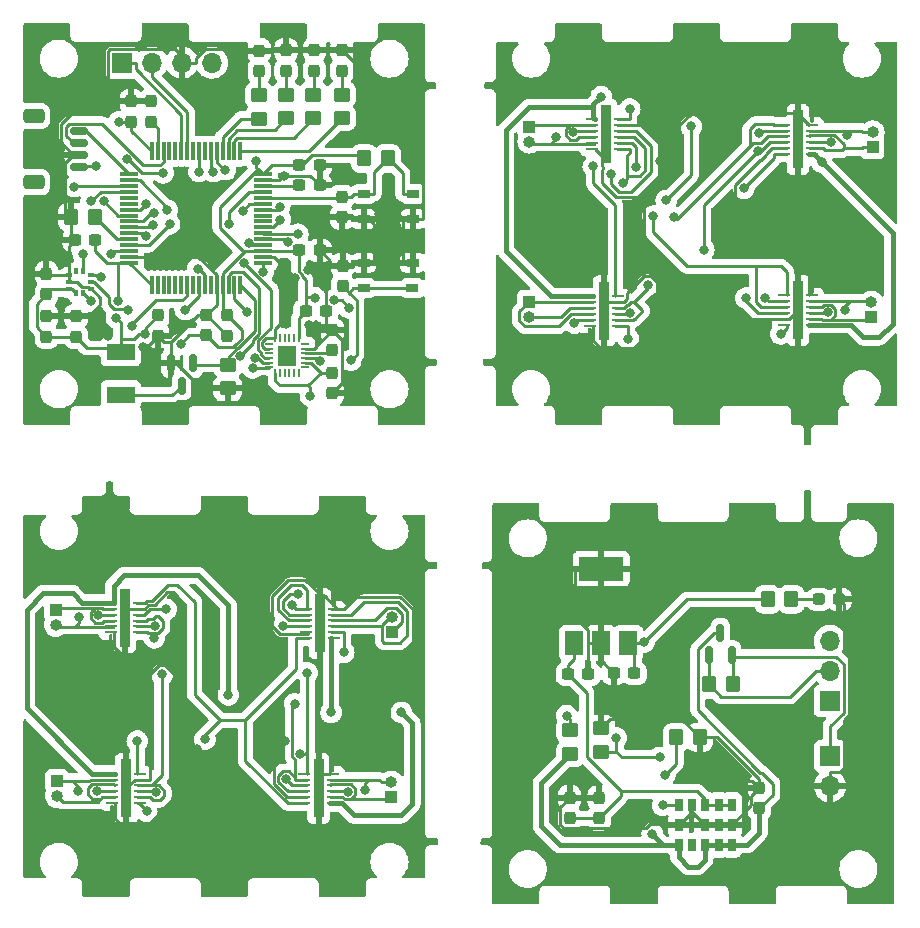
<source format=gtl>
G04 #@! TF.GenerationSoftware,KiCad,Pcbnew,(6.0.7)*
G04 #@! TF.CreationDate,2023-02-21T22:38:56+09:00*
G04 #@! TF.ProjectId,OmniDirectional_UAV,4f6d6e69-4469-4726-9563-74696f6e616c,rev?*
G04 #@! TF.SameCoordinates,Original*
G04 #@! TF.FileFunction,Copper,L1,Top*
G04 #@! TF.FilePolarity,Positive*
%FSLAX46Y46*%
G04 Gerber Fmt 4.6, Leading zero omitted, Abs format (unit mm)*
G04 Created by KiCad (PCBNEW (6.0.7)) date 2023-02-21 22:38:56*
%MOMM*%
%LPD*%
G01*
G04 APERTURE LIST*
G04 Aperture macros list*
%AMRoundRect*
0 Rectangle with rounded corners*
0 $1 Rounding radius*
0 $2 $3 $4 $5 $6 $7 $8 $9 X,Y pos of 4 corners*
0 Add a 4 corners polygon primitive as box body*
4,1,4,$2,$3,$4,$5,$6,$7,$8,$9,$2,$3,0*
0 Add four circle primitives for the rounded corners*
1,1,$1+$1,$2,$3*
1,1,$1+$1,$4,$5*
1,1,$1+$1,$6,$7*
1,1,$1+$1,$8,$9*
0 Add four rect primitives between the rounded corners*
20,1,$1+$1,$2,$3,$4,$5,0*
20,1,$1+$1,$4,$5,$6,$7,0*
20,1,$1+$1,$6,$7,$8,$9,0*
20,1,$1+$1,$8,$9,$2,$3,0*%
%AMFreePoly0*
4,1,14,0.266715,0.088284,0.363284,-0.008285,0.375000,-0.036569,0.375000,-0.060000,0.363284,-0.088284,0.335000,-0.100000,-0.335000,-0.100000,-0.363284,-0.088284,-0.375000,-0.060000,-0.375000,0.060000,-0.363284,0.088284,-0.335000,0.100000,0.238431,0.100000,0.266715,0.088284,0.266715,0.088284,$1*%
%AMFreePoly1*
4,1,14,0.363284,0.088284,0.375000,0.060000,0.375000,0.036569,0.363284,0.008285,0.266715,-0.088284,0.238431,-0.100000,-0.335000,-0.100000,-0.363284,-0.088284,-0.375000,-0.060000,-0.375000,0.060000,-0.363284,0.088284,-0.335000,0.100000,0.335000,0.100000,0.363284,0.088284,0.363284,0.088284,$1*%
%AMFreePoly2*
4,1,14,0.088284,0.363284,0.100000,0.335000,0.100000,-0.335000,0.088284,-0.363284,0.060000,-0.375000,-0.060000,-0.375000,-0.088284,-0.363284,-0.100000,-0.335000,-0.100000,0.238431,-0.088284,0.266715,0.008285,0.363284,0.036569,0.375000,0.060000,0.375000,0.088284,0.363284,0.088284,0.363284,$1*%
%AMFreePoly3*
4,1,14,-0.008285,0.363284,0.088284,0.266715,0.100000,0.238431,0.100000,-0.335000,0.088284,-0.363284,0.060000,-0.375000,-0.060000,-0.375000,-0.088284,-0.363284,-0.100000,-0.335000,-0.100000,0.335000,-0.088284,0.363284,-0.060000,0.375000,-0.036569,0.375000,-0.008285,0.363284,-0.008285,0.363284,$1*%
%AMFreePoly4*
4,1,14,0.363284,0.088284,0.375000,0.060000,0.375000,-0.060000,0.363284,-0.088284,0.335000,-0.100000,-0.238431,-0.100000,-0.266715,-0.088284,-0.363284,0.008285,-0.375000,0.036569,-0.375000,0.060000,-0.363284,0.088284,-0.335000,0.100000,0.335000,0.100000,0.363284,0.088284,0.363284,0.088284,$1*%
%AMFreePoly5*
4,1,14,0.363284,0.088284,0.375000,0.060000,0.375000,-0.060000,0.363284,-0.088284,0.335000,-0.100000,-0.335000,-0.100000,-0.363284,-0.088284,-0.375000,-0.060000,-0.375000,-0.036569,-0.363284,-0.008285,-0.266715,0.088284,-0.238431,0.100000,0.335000,0.100000,0.363284,0.088284,0.363284,0.088284,$1*%
%AMFreePoly6*
4,1,14,0.088284,0.363284,0.100000,0.335000,0.100000,-0.238431,0.088284,-0.266715,-0.008285,-0.363284,-0.036569,-0.375000,-0.060000,-0.375000,-0.088284,-0.363284,-0.100000,-0.335000,-0.100000,0.335000,-0.088284,0.363284,-0.060000,0.375000,0.060000,0.375000,0.088284,0.363284,0.088284,0.363284,$1*%
%AMFreePoly7*
4,1,14,0.088284,0.363284,0.100000,0.335000,0.100000,-0.335000,0.088284,-0.363284,0.060000,-0.375000,0.036569,-0.375000,0.008285,-0.363284,-0.088284,-0.266715,-0.100000,-0.238431,-0.100000,0.335000,-0.088284,0.363284,-0.060000,0.375000,0.060000,0.375000,0.088284,0.363284,0.088284,0.363284,$1*%
G04 Aperture macros list end*
G04 #@! TA.AperFunction,ComponentPad*
%ADD10O,1.000000X1.000000*%
G04 #@! TD*
G04 #@! TA.AperFunction,ComponentPad*
%ADD11R,1.000000X1.000000*%
G04 #@! TD*
G04 #@! TA.AperFunction,ComponentPad*
%ADD12R,0.700000X1.100000*%
G04 #@! TD*
G04 #@! TA.AperFunction,ComponentPad*
%ADD13R,0.800000X1.100000*%
G04 #@! TD*
G04 #@! TA.AperFunction,SMDPad,CuDef*
%ADD14RoundRect,0.237500X0.237500X-0.300000X0.237500X0.300000X-0.237500X0.300000X-0.237500X-0.300000X0*%
G04 #@! TD*
G04 #@! TA.AperFunction,SMDPad,CuDef*
%ADD15R,2.400000X1.450000*%
G04 #@! TD*
G04 #@! TA.AperFunction,SMDPad,CuDef*
%ADD16RoundRect,0.150000X-0.150000X0.587500X-0.150000X-0.587500X0.150000X-0.587500X0.150000X0.587500X0*%
G04 #@! TD*
G04 #@! TA.AperFunction,ComponentPad*
%ADD17O,1.700000X1.700000*%
G04 #@! TD*
G04 #@! TA.AperFunction,ComponentPad*
%ADD18R,1.700000X1.700000*%
G04 #@! TD*
G04 #@! TA.AperFunction,SMDPad,CuDef*
%ADD19RoundRect,0.237500X0.300000X0.237500X-0.300000X0.237500X-0.300000X-0.237500X0.300000X-0.237500X0*%
G04 #@! TD*
G04 #@! TA.AperFunction,ComponentPad*
%ADD20C,0.600000*%
G04 #@! TD*
G04 #@! TA.AperFunction,SMDPad,CuDef*
%ADD21R,0.900000X5.000000*%
G04 #@! TD*
G04 #@! TA.AperFunction,SMDPad,CuDef*
%ADD22R,1.000000X0.280000*%
G04 #@! TD*
G04 #@! TA.AperFunction,SMDPad,CuDef*
%ADD23R,1.050000X0.650000*%
G04 #@! TD*
G04 #@! TA.AperFunction,SMDPad,CuDef*
%ADD24RoundRect,0.237500X-0.237500X0.287500X-0.237500X-0.287500X0.237500X-0.287500X0.237500X0.287500X0*%
G04 #@! TD*
G04 #@! TA.AperFunction,SMDPad,CuDef*
%ADD25RoundRect,0.250000X-0.350000X-0.450000X0.350000X-0.450000X0.350000X0.450000X-0.350000X0.450000X0*%
G04 #@! TD*
G04 #@! TA.AperFunction,SMDPad,CuDef*
%ADD26RoundRect,0.237500X-0.237500X0.300000X-0.237500X-0.300000X0.237500X-0.300000X0.237500X0.300000X0*%
G04 #@! TD*
G04 #@! TA.AperFunction,SMDPad,CuDef*
%ADD27RoundRect,0.237500X-0.300000X-0.237500X0.300000X-0.237500X0.300000X0.237500X-0.300000X0.237500X0*%
G04 #@! TD*
G04 #@! TA.AperFunction,SMDPad,CuDef*
%ADD28RoundRect,0.250000X-0.450000X0.350000X-0.450000X-0.350000X0.450000X-0.350000X0.450000X0.350000X0*%
G04 #@! TD*
G04 #@! TA.AperFunction,SMDPad,CuDef*
%ADD29RoundRect,0.250000X0.450000X-0.350000X0.450000X0.350000X-0.450000X0.350000X-0.450000X-0.350000X0*%
G04 #@! TD*
G04 #@! TA.AperFunction,SMDPad,CuDef*
%ADD30RoundRect,0.150000X-0.625000X0.150000X-0.625000X-0.150000X0.625000X-0.150000X0.625000X0.150000X0*%
G04 #@! TD*
G04 #@! TA.AperFunction,SMDPad,CuDef*
%ADD31RoundRect,0.250000X-0.650000X0.350000X-0.650000X-0.350000X0.650000X-0.350000X0.650000X0.350000X0*%
G04 #@! TD*
G04 #@! TA.AperFunction,SMDPad,CuDef*
%ADD32RoundRect,0.150000X0.150000X-0.587500X0.150000X0.587500X-0.150000X0.587500X-0.150000X-0.587500X0*%
G04 #@! TD*
G04 #@! TA.AperFunction,SMDPad,CuDef*
%ADD33RoundRect,0.100000X0.100000X-0.175000X0.100000X0.175000X-0.100000X0.175000X-0.100000X-0.175000X0*%
G04 #@! TD*
G04 #@! TA.AperFunction,SMDPad,CuDef*
%ADD34RoundRect,0.100000X0.175000X-0.100000X0.175000X0.100000X-0.175000X0.100000X-0.175000X-0.100000X0*%
G04 #@! TD*
G04 #@! TA.AperFunction,SMDPad,CuDef*
%ADD35RoundRect,0.250000X0.350000X0.450000X-0.350000X0.450000X-0.350000X-0.450000X0.350000X-0.450000X0*%
G04 #@! TD*
G04 #@! TA.AperFunction,SMDPad,CuDef*
%ADD36RoundRect,0.075000X0.075000X-0.700000X0.075000X0.700000X-0.075000X0.700000X-0.075000X-0.700000X0*%
G04 #@! TD*
G04 #@! TA.AperFunction,SMDPad,CuDef*
%ADD37RoundRect,0.075000X0.700000X-0.075000X0.700000X0.075000X-0.700000X0.075000X-0.700000X-0.075000X0*%
G04 #@! TD*
G04 #@! TA.AperFunction,SMDPad,CuDef*
%ADD38R,3.800000X2.000000*%
G04 #@! TD*
G04 #@! TA.AperFunction,SMDPad,CuDef*
%ADD39R,1.500000X2.000000*%
G04 #@! TD*
G04 #@! TA.AperFunction,SMDPad,CuDef*
%ADD40RoundRect,0.237500X0.287500X0.237500X-0.287500X0.237500X-0.287500X-0.237500X0.287500X-0.237500X0*%
G04 #@! TD*
G04 #@! TA.AperFunction,SMDPad,CuDef*
%ADD41FreePoly0,90.000000*%
G04 #@! TD*
G04 #@! TA.AperFunction,SMDPad,CuDef*
%ADD42RoundRect,0.050000X0.050000X-0.325000X0.050000X0.325000X-0.050000X0.325000X-0.050000X-0.325000X0*%
G04 #@! TD*
G04 #@! TA.AperFunction,SMDPad,CuDef*
%ADD43FreePoly1,90.000000*%
G04 #@! TD*
G04 #@! TA.AperFunction,SMDPad,CuDef*
%ADD44FreePoly2,90.000000*%
G04 #@! TD*
G04 #@! TA.AperFunction,SMDPad,CuDef*
%ADD45RoundRect,0.050000X0.325000X-0.050000X0.325000X0.050000X-0.325000X0.050000X-0.325000X-0.050000X0*%
G04 #@! TD*
G04 #@! TA.AperFunction,SMDPad,CuDef*
%ADD46FreePoly3,90.000000*%
G04 #@! TD*
G04 #@! TA.AperFunction,SMDPad,CuDef*
%ADD47FreePoly4,90.000000*%
G04 #@! TD*
G04 #@! TA.AperFunction,SMDPad,CuDef*
%ADD48FreePoly5,90.000000*%
G04 #@! TD*
G04 #@! TA.AperFunction,SMDPad,CuDef*
%ADD49FreePoly6,90.000000*%
G04 #@! TD*
G04 #@! TA.AperFunction,SMDPad,CuDef*
%ADD50FreePoly7,90.000000*%
G04 #@! TD*
G04 #@! TA.AperFunction,SMDPad,CuDef*
%ADD51R,1.600000X1.750000*%
G04 #@! TD*
G04 #@! TA.AperFunction,ViaPad*
%ADD52C,0.800000*%
G04 #@! TD*
G04 #@! TA.AperFunction,Conductor*
%ADD53C,0.400000*%
G04 #@! TD*
G04 #@! TA.AperFunction,Conductor*
%ADD54C,0.250000*%
G04 #@! TD*
G04 APERTURE END LIST*
D10*
X112305000Y-108979100D03*
D11*
X112305000Y-107709100D03*
D12*
X165025000Y-127622000D03*
X166125000Y-127622000D03*
D13*
X167275000Y-127622000D03*
D12*
X168425000Y-127622000D03*
X169525000Y-127622000D03*
X169525000Y-125922000D03*
X169525000Y-124222000D03*
X168425000Y-124222000D03*
D13*
X167275000Y-124222000D03*
D12*
X166125000Y-124222000D03*
X165025000Y-124222000D03*
X165025000Y-125922000D03*
D13*
X167275000Y-125922000D03*
D12*
X168425000Y-125922000D03*
D14*
X171875000Y-122787500D03*
X171875000Y-124512500D03*
D15*
X117801900Y-85855100D03*
X117801900Y-89505100D03*
D16*
X123919000Y-86842600D03*
X122019000Y-86842600D03*
X122969000Y-88717600D03*
D17*
X177850000Y-122639100D03*
D18*
X177850000Y-120099100D03*
D19*
X159562500Y-113099100D03*
X161287500Y-113099100D03*
D20*
X158872000Y-66420100D03*
X158872000Y-68420100D03*
X158872000Y-67420100D03*
D21*
X158872000Y-67420100D03*
D22*
X160072000Y-66170100D03*
X160072000Y-66670100D03*
X160072000Y-67170100D03*
X160072000Y-67670100D03*
X160072000Y-68170100D03*
X160072000Y-68670100D03*
X157672000Y-68670100D03*
X157672000Y-68170100D03*
X157672000Y-67670100D03*
X157672000Y-67170100D03*
X157672000Y-66670100D03*
X157672000Y-66170100D03*
D23*
X142506000Y-78325100D03*
X138356000Y-78325100D03*
X138356000Y-80475100D03*
X142481000Y-80475100D03*
D10*
X140753000Y-108352100D03*
D11*
X140753000Y-109622100D03*
D20*
X158720700Y-83406100D03*
X158720700Y-81406100D03*
D21*
X158720700Y-82406100D03*
D20*
X158720700Y-82406100D03*
D22*
X159920700Y-81156100D03*
X159920700Y-81656100D03*
X159920700Y-82156100D03*
X159920700Y-82656100D03*
X159920700Y-83156100D03*
X159920700Y-83656100D03*
X157520700Y-83656100D03*
X157520700Y-83156100D03*
X157520700Y-82656100D03*
X157520700Y-82156100D03*
X157520700Y-81656100D03*
X157520700Y-81156100D03*
D24*
X134194000Y-60305100D03*
X134194000Y-62055100D03*
D25*
X174575000Y-106824100D03*
X172575000Y-106824100D03*
D26*
X126769000Y-82767600D03*
X126769000Y-84492600D03*
D25*
X166825000Y-118499100D03*
X164825000Y-118499100D03*
X138415000Y-69494100D03*
X140415000Y-69494100D03*
D10*
X152395700Y-68065100D03*
D11*
X152395700Y-66795100D03*
D24*
X129519000Y-60355100D03*
X129519000Y-62105100D03*
D21*
X134554300Y-122830100D03*
D20*
X134554300Y-123830100D03*
X134554300Y-121830100D03*
X134554300Y-122830100D03*
D22*
X133354300Y-124080100D03*
X133354300Y-123580100D03*
X133354300Y-123080100D03*
X133354300Y-122580100D03*
X133354300Y-122080100D03*
X133354300Y-121580100D03*
X135754300Y-121580100D03*
X135754300Y-122080100D03*
X135754300Y-122580100D03*
X135754300Y-123080100D03*
X135754300Y-123580100D03*
X135754300Y-124080100D03*
D10*
X140716300Y-122326100D03*
D11*
X140716300Y-123596100D03*
D26*
X136519000Y-72745600D03*
X136519000Y-74470600D03*
D27*
X132906500Y-70055100D03*
X134631500Y-70055100D03*
D14*
X120369000Y-66367600D03*
X120369000Y-64642600D03*
D10*
X112396000Y-123459100D03*
D11*
X112396000Y-122189100D03*
D24*
X131794000Y-60330100D03*
X131794000Y-62080100D03*
D27*
X132906500Y-71755100D03*
X134631500Y-71755100D03*
D14*
X125044000Y-84467600D03*
X125044000Y-82742600D03*
D28*
X126844000Y-86955100D03*
X126844000Y-88955100D03*
D27*
X132906500Y-77280100D03*
X134631500Y-77280100D03*
D29*
X158425000Y-117724100D03*
X158425000Y-119724100D03*
D20*
X118249700Y-122830100D03*
X118249700Y-123830100D03*
D21*
X118249700Y-122830100D03*
D20*
X118249700Y-121830100D03*
D22*
X119449700Y-121580100D03*
X119449700Y-122080100D03*
X119449700Y-122580100D03*
X119449700Y-123080100D03*
X119449700Y-123580100D03*
X119449700Y-124080100D03*
X117049700Y-124080100D03*
X117049700Y-123580100D03*
X117049700Y-123080100D03*
X117049700Y-122580100D03*
X117049700Y-122080100D03*
X117049700Y-121580100D03*
D14*
X155800000Y-123611600D03*
X155800000Y-125336600D03*
X111514000Y-80967600D03*
X111514000Y-79242600D03*
D10*
X181453000Y-67283100D03*
D11*
X181453000Y-68553100D03*
D21*
X175128000Y-67878100D03*
D20*
X175128000Y-68878100D03*
X175128000Y-66878100D03*
X175128000Y-67878100D03*
D22*
X173928000Y-69128100D03*
X173928000Y-68628100D03*
X173928000Y-68128100D03*
X173928000Y-67628100D03*
X173928000Y-67128100D03*
X173928000Y-66628100D03*
X176328000Y-66628100D03*
X176328000Y-67128100D03*
X176328000Y-67628100D03*
X176328000Y-68128100D03*
X176328000Y-68628100D03*
X176328000Y-69128100D03*
D30*
X114294000Y-67205100D03*
X114294000Y-68205100D03*
X114294000Y-69205100D03*
X114294000Y-70205100D03*
D31*
X110419000Y-65905100D03*
X110419000Y-71505100D03*
D29*
X131794000Y-66105100D03*
X131794000Y-64105100D03*
D20*
X118147000Y-107368100D03*
X118147000Y-108368100D03*
X118147000Y-109368100D03*
D21*
X118147000Y-108368100D03*
D22*
X119347000Y-107118100D03*
X119347000Y-107618100D03*
X119347000Y-108118100D03*
X119347000Y-108618100D03*
X119347000Y-109118100D03*
X119347000Y-109618100D03*
X116947000Y-109618100D03*
X116947000Y-109118100D03*
X116947000Y-108618100D03*
X116947000Y-108118100D03*
X116947000Y-107618100D03*
X116947000Y-107118100D03*
D32*
X168575000Y-109636600D03*
X169525000Y-111511600D03*
X167625000Y-111511600D03*
D33*
X114019000Y-80905100D03*
X114619000Y-80905100D03*
D34*
X115244000Y-80580100D03*
X115244000Y-79980100D03*
X115244000Y-79380100D03*
D33*
X114619000Y-79055100D03*
X114019000Y-79055100D03*
D34*
X113394000Y-79380100D03*
X113394000Y-79980100D03*
X113394000Y-80580100D03*
D17*
X177825000Y-110344100D03*
X177825000Y-112884100D03*
D18*
X177825000Y-115424100D03*
D14*
X136581000Y-80287600D03*
X136581000Y-78562600D03*
D35*
X167600000Y-114024100D03*
X169600000Y-114024100D03*
D29*
X155875000Y-117899100D03*
X155875000Y-119899100D03*
D14*
X111509000Y-84592600D03*
X111509000Y-82867600D03*
D27*
X133462500Y-82388700D03*
X135187500Y-82388700D03*
X157387500Y-113149100D03*
X155662500Y-113149100D03*
D18*
X117894000Y-61380100D03*
D17*
X120434000Y-61380100D03*
X122974000Y-61380100D03*
X125514000Y-61380100D03*
D10*
X152379300Y-82878100D03*
D11*
X152379300Y-81608100D03*
D14*
X114019000Y-84592600D03*
X114019000Y-82867600D03*
D10*
X181362000Y-81688100D03*
D11*
X181362000Y-82958100D03*
D29*
X129519000Y-66130100D03*
X129519000Y-64130100D03*
D14*
X118694000Y-66367600D03*
X118694000Y-64642600D03*
D24*
X136519000Y-60305100D03*
X136519000Y-62055100D03*
D21*
X175128000Y-82333100D03*
D20*
X175128000Y-82333100D03*
X175128000Y-81333100D03*
X175128000Y-83333100D03*
D22*
X173928000Y-83583100D03*
X173928000Y-83083100D03*
X173928000Y-82583100D03*
X173928000Y-82083100D03*
X173928000Y-81583100D03*
X173928000Y-81083100D03*
X176328000Y-81083100D03*
X176328000Y-81583100D03*
X176328000Y-82083100D03*
X176328000Y-82583100D03*
X176328000Y-83083100D03*
X176328000Y-83583100D03*
D14*
X158300000Y-123634600D03*
X158300000Y-125359600D03*
D20*
X134657000Y-109860100D03*
D21*
X134657000Y-108860100D03*
D20*
X134657000Y-107860100D03*
X134657000Y-108860100D03*
D22*
X133457000Y-110110100D03*
X133457000Y-109610100D03*
X133457000Y-109110100D03*
X133457000Y-108610100D03*
X133457000Y-108110100D03*
X133457000Y-107610100D03*
X135857000Y-107610100D03*
X135857000Y-108110100D03*
X135857000Y-108610100D03*
X135857000Y-109110100D03*
X135857000Y-109610100D03*
X135857000Y-110110100D03*
D23*
X142519000Y-74633100D03*
X138369000Y-74633100D03*
X142519000Y-72483100D03*
X138394000Y-72483100D03*
D36*
X120425000Y-80249100D03*
X120925000Y-80249100D03*
X121425000Y-80249100D03*
X121925000Y-80249100D03*
X122425000Y-80249100D03*
X122925000Y-80249100D03*
X123425000Y-80249100D03*
X123925000Y-80249100D03*
X124425000Y-80249100D03*
X124925000Y-80249100D03*
X125425000Y-80249100D03*
X125925000Y-80249100D03*
X126425000Y-80249100D03*
X126925000Y-80249100D03*
X127425000Y-80249100D03*
X127925000Y-80249100D03*
D37*
X129850000Y-78324100D03*
X129850000Y-77824100D03*
X129850000Y-77324100D03*
X129850000Y-76824100D03*
X129850000Y-76324100D03*
X129850000Y-75824100D03*
X129850000Y-75324100D03*
X129850000Y-74824100D03*
X129850000Y-74324100D03*
X129850000Y-73824100D03*
X129850000Y-73324100D03*
X129850000Y-72824100D03*
X129850000Y-72324100D03*
X129850000Y-71824100D03*
X129850000Y-71324100D03*
X129850000Y-70824100D03*
D36*
X127925000Y-68899100D03*
X127425000Y-68899100D03*
X126925000Y-68899100D03*
X126425000Y-68899100D03*
X125925000Y-68899100D03*
X125425000Y-68899100D03*
X124925000Y-68899100D03*
X124425000Y-68899100D03*
X123925000Y-68899100D03*
X123425000Y-68899100D03*
X122925000Y-68899100D03*
X122425000Y-68899100D03*
X121925000Y-68899100D03*
X121425000Y-68899100D03*
X120925000Y-68899100D03*
X120425000Y-68899100D03*
D37*
X118500000Y-70824100D03*
X118500000Y-71324100D03*
X118500000Y-71824100D03*
X118500000Y-72324100D03*
X118500000Y-72824100D03*
X118500000Y-73324100D03*
X118500000Y-73824100D03*
X118500000Y-74324100D03*
X118500000Y-74824100D03*
X118500000Y-75324100D03*
X118500000Y-75824100D03*
X118500000Y-76324100D03*
X118500000Y-76824100D03*
X118500000Y-77324100D03*
X118500000Y-77824100D03*
X118500000Y-78324100D03*
D38*
X158475000Y-104224100D03*
D39*
X160775000Y-110524100D03*
X158475000Y-110524100D03*
X156175000Y-110524100D03*
D14*
X135700000Y-85751200D03*
X135700000Y-84026200D03*
D35*
X115594000Y-74455100D03*
X113594000Y-74455100D03*
D40*
X176900000Y-106824100D03*
X178650000Y-106824100D03*
D29*
X136519000Y-66080100D03*
X136519000Y-64080100D03*
D26*
X120944000Y-82767600D03*
X120944000Y-84492600D03*
D41*
X130875000Y-87688700D03*
D42*
X131275000Y-87688700D03*
X131675000Y-87688700D03*
X132075000Y-87688700D03*
X132475000Y-87688700D03*
D43*
X132875000Y-87688700D03*
D44*
X133375000Y-87188700D03*
D45*
X133375000Y-86788700D03*
X133375000Y-86388700D03*
X133375000Y-85988700D03*
X133375000Y-85588700D03*
D46*
X133375000Y-85188700D03*
D47*
X132875000Y-84688700D03*
D42*
X132475000Y-84688700D03*
X132075000Y-84688700D03*
X131675000Y-84688700D03*
X131275000Y-84688700D03*
D48*
X130875000Y-84688700D03*
D49*
X130375000Y-85188700D03*
D45*
X130375000Y-85588700D03*
X130375000Y-85988700D03*
X130375000Y-86388700D03*
X130375000Y-86788700D03*
D50*
X130375000Y-87188700D03*
D51*
X131875000Y-86188700D03*
D26*
X135700000Y-87626200D03*
X135700000Y-89351200D03*
D19*
X115631500Y-76405100D03*
X113906500Y-76405100D03*
D29*
X134119000Y-66080100D03*
X134119000Y-64080100D03*
D52*
X181300000Y-112900000D03*
X181600000Y-117175000D03*
X181775000Y-121300000D03*
X175575000Y-127950000D03*
X171300000Y-129850000D03*
X161175000Y-129850000D03*
X171150000Y-101975000D03*
X166075000Y-101975000D03*
X161000000Y-101650000D03*
X151825000Y-119075000D03*
X151650000Y-114475000D03*
X151825000Y-111000000D03*
X114725000Y-112900000D03*
X114725000Y-117650000D03*
X131050000Y-127950000D03*
X126300000Y-128100000D03*
X121700000Y-127950000D03*
X131525000Y-101800000D03*
X126300000Y-101800000D03*
X120925000Y-101975000D03*
X111250000Y-68525000D03*
X110625000Y-75500000D03*
X140400000Y-84375000D03*
X139300000Y-66775000D03*
X176700000Y-76775000D03*
X176700000Y-73275000D03*
X155300000Y-73600000D03*
X155150000Y-77400000D03*
X171475000Y-88650000D03*
X166225000Y-88650000D03*
X161325000Y-88650000D03*
X171475000Y-61400000D03*
X166225000Y-61400000D03*
X161800000Y-61400000D03*
X158475000Y-64250000D03*
X177153000Y-69812800D03*
X135607000Y-116391700D03*
X162800000Y-126650000D03*
X172875000Y-120375000D03*
X169950000Y-122200000D03*
X163875000Y-121675000D03*
X163675000Y-124250000D03*
X116349000Y-73116400D03*
X118325000Y-69525000D03*
X121375000Y-70725000D03*
X128275000Y-78350000D03*
X128626309Y-76609833D03*
X133850000Y-89600000D03*
X135832421Y-81511231D03*
X134225000Y-81275000D03*
X137150000Y-82150000D03*
X133750000Y-83575000D03*
X131750000Y-83500000D03*
X129143151Y-86359867D03*
X131925000Y-76525000D03*
X128968265Y-87232007D03*
X131300000Y-74675000D03*
X133644771Y-78966355D03*
X132539500Y-79590695D03*
X132800000Y-75900000D03*
X134693231Y-86603200D03*
X160906100Y-82593900D03*
X131564500Y-109114500D03*
X121650000Y-107650000D03*
X120000000Y-124775000D03*
X120750000Y-123175000D03*
X132950000Y-119925000D03*
X131750000Y-122000000D03*
X138475000Y-122925000D03*
X137025000Y-123100000D03*
X114300000Y-108350000D03*
X115900000Y-108175000D03*
X114150000Y-123075000D03*
X115750000Y-123075000D03*
X177700000Y-82525000D03*
X179100000Y-82300000D03*
X154675000Y-67650000D03*
X156075000Y-67275000D03*
X179250000Y-67500000D03*
X177975000Y-68125000D03*
X165175000Y-114675000D03*
X162144000Y-110426700D03*
X136682300Y-111311400D03*
X126908000Y-114902700D03*
X141554400Y-116391700D03*
X124935000Y-118656700D03*
X119200000Y-118813700D03*
X135504000Y-118813700D03*
X131675000Y-118813700D03*
X124275000Y-119514700D03*
X128118000Y-73903900D03*
X170793000Y-74229600D03*
X173329000Y-75834100D03*
X163463000Y-69720900D03*
X169281000Y-72816800D03*
X170552000Y-72025200D03*
X166093000Y-66778000D03*
X160897000Y-65298800D03*
X173676900Y-84348100D03*
X157806300Y-70165200D03*
X163972100Y-73051200D03*
X163435000Y-120204700D03*
X159764400Y-118559700D03*
X155553500Y-116669500D03*
X131256000Y-73580500D03*
X120598000Y-74111100D03*
X119903000Y-73350500D03*
X121753000Y-73856000D03*
X124425000Y-70599700D03*
X125649000Y-70610700D03*
X126669000Y-70450400D03*
X132816400Y-106365800D03*
X132301000Y-107279400D03*
X133604000Y-113055700D03*
X132529000Y-115665700D03*
X121289000Y-113181700D03*
X120633000Y-110081700D03*
X120685944Y-109061544D03*
X120491000Y-75132800D03*
X119899000Y-76029400D03*
X121945000Y-75041000D03*
X117006000Y-77545200D03*
X127914151Y-86185176D03*
X128513000Y-82500300D03*
X129863868Y-79069832D03*
X126936000Y-75064200D03*
X114619000Y-77607200D03*
X124323300Y-78813200D03*
X116140000Y-79495200D03*
X115286000Y-73130800D03*
X123264000Y-82283300D03*
X118381000Y-82283300D03*
X113874000Y-71874000D03*
X115291000Y-81577200D03*
X161425000Y-70190300D03*
X159312844Y-70779700D03*
X160360000Y-71596200D03*
X162400000Y-80217200D03*
X160746000Y-84756600D03*
X156207500Y-83426800D03*
X172377000Y-81303000D03*
X170732800Y-81303000D03*
X162860800Y-74369800D03*
X167163000Y-77212100D03*
X171805900Y-67325600D03*
X171744400Y-68878100D03*
X164667000Y-74455300D03*
X137287000Y-86570700D03*
X115686000Y-70103300D03*
X118747000Y-83674600D03*
X131589000Y-70939600D03*
X116708000Y-84483100D03*
X119667000Y-85427400D03*
X139673000Y-74179400D03*
X117614000Y-66396400D03*
X117583000Y-81528200D03*
X117423400Y-82978900D03*
X129293600Y-69750500D03*
X122864100Y-85216800D03*
X119815200Y-84346900D03*
D53*
X157807000Y-66055100D02*
X157922000Y-66170100D01*
X157807000Y-65169800D02*
X157807000Y-66055100D01*
X157807000Y-64918000D02*
X157807000Y-65169800D01*
X158475000Y-64250000D02*
X157807000Y-64918000D01*
D54*
X174178000Y-79096300D02*
X174178000Y-81083100D01*
X173708600Y-78626900D02*
X174178000Y-79096300D01*
X171619700Y-78626900D02*
X173708600Y-78626900D01*
X163250000Y-83160600D02*
X163172500Y-83083100D01*
X163250000Y-83525000D02*
X163250000Y-83160600D01*
X162672600Y-84102400D02*
X163250000Y-83525000D01*
X162672600Y-84112100D02*
X162672600Y-84102400D01*
D53*
X183150000Y-83489412D02*
X183150000Y-75809800D01*
X182014412Y-84625000D02*
X183150000Y-83489412D01*
X180675000Y-84625000D02*
X182014412Y-84625000D01*
X183150000Y-75809800D02*
X177153000Y-69812800D01*
X176078000Y-83583100D02*
X179633100Y-83583100D01*
X179633100Y-83583100D02*
X180675000Y-84625000D01*
X176078000Y-69128100D02*
X176468300Y-69128100D01*
X176468300Y-69128100D02*
X177153000Y-69812800D01*
X150400000Y-67100000D02*
X152330200Y-65169800D01*
X150400000Y-77325000D02*
X150400000Y-67100000D01*
X152330200Y-65169800D02*
X157807000Y-65169800D01*
X157770700Y-81156100D02*
X154231100Y-81156100D01*
X154231100Y-81156100D02*
X150400000Y-77325000D01*
X142475000Y-117312300D02*
X141554400Y-116391700D01*
X141536301Y-125095411D02*
X142475000Y-124156712D01*
X137508719Y-125095411D02*
X141536301Y-125095411D01*
X142475000Y-124156712D02*
X142475000Y-117312300D01*
X136493408Y-124080100D02*
X137508719Y-125095411D01*
X135504300Y-124080100D02*
X136493408Y-124080100D01*
X135607000Y-110110100D02*
X135607000Y-116391700D01*
D54*
X132631700Y-112735700D02*
X128325600Y-117041800D01*
D53*
X124375000Y-104800000D02*
X126908000Y-107333000D01*
X118050000Y-104800000D02*
X124375000Y-104800000D01*
X126908000Y-107333000D02*
X126908000Y-114902700D01*
X117197000Y-105653000D02*
X118050000Y-104800000D01*
X117197000Y-107118100D02*
X117197000Y-105653000D01*
X114543100Y-107118100D02*
X117197000Y-107118100D01*
X109825000Y-107700000D02*
X111225000Y-106300000D01*
X113725000Y-106300000D02*
X114543100Y-107118100D01*
X109825000Y-116050000D02*
X109825000Y-107700000D01*
X115355100Y-121580100D02*
X109825000Y-116050000D01*
X111225000Y-106300000D02*
X113725000Y-106300000D01*
X117299700Y-121580100D02*
X115355100Y-121580100D01*
X162800000Y-126700000D02*
X162800000Y-126650000D01*
X163722000Y-127622000D02*
X162800000Y-126700000D01*
X163722000Y-127622000D02*
X155022000Y-127622000D01*
X164072000Y-127622000D02*
X163722000Y-127622000D01*
X153375000Y-122399100D02*
X155875000Y-119899100D01*
X153375000Y-125975000D02*
X153375000Y-122399100D01*
X155022000Y-127622000D02*
X153375000Y-125975000D01*
X165025000Y-127622000D02*
X164072000Y-127622000D01*
X165025000Y-128650000D02*
X165025000Y-127622000D01*
X166675000Y-129450000D02*
X165825000Y-129450000D01*
X167275000Y-128850000D02*
X166675000Y-129450000D01*
X165825000Y-129450000D02*
X165025000Y-128650000D01*
X167275000Y-127622000D02*
X167275000Y-128850000D01*
X170828000Y-127622000D02*
X167275000Y-127622000D01*
X171875000Y-124512500D02*
X171875000Y-126575000D01*
X171875000Y-126575000D02*
X170828000Y-127622000D01*
D54*
X162260500Y-126170465D02*
X162620465Y-125810500D01*
X155272765Y-126170465D02*
X162260500Y-126170465D01*
X154983500Y-125881200D02*
X155272765Y-126170465D01*
X164913500Y-125810500D02*
X165025000Y-125922000D01*
X154983500Y-124428100D02*
X154983500Y-125881200D01*
X162620465Y-125810500D02*
X164913500Y-125810500D01*
X155800000Y-123611600D02*
X154983500Y-124428100D01*
X173025000Y-122425000D02*
X173025000Y-123362500D01*
X173025000Y-123362500D02*
X171875000Y-124512500D01*
X171940100Y-121483700D02*
X172083700Y-121483700D01*
X172083700Y-121483700D02*
X173025000Y-122425000D01*
X171287500Y-122200000D02*
X171875000Y-122787500D01*
X175139100Y-122639100D02*
X172875000Y-120375000D01*
X169950000Y-122200000D02*
X171287500Y-122200000D01*
X177850000Y-122639100D02*
X175139100Y-122639100D01*
X163875000Y-121675000D02*
X164825000Y-120725000D01*
X163703000Y-124222000D02*
X163675000Y-124250000D01*
X164825000Y-120725000D02*
X164825000Y-118499100D01*
X165025000Y-124222000D02*
X163703000Y-124222000D01*
X167275000Y-125922000D02*
X169525000Y-125922000D01*
X166175000Y-124822000D02*
X167275000Y-125922000D01*
X166125000Y-124822000D02*
X166175000Y-124822000D01*
X166125000Y-124822000D02*
X166125000Y-124222000D01*
X165025000Y-125922000D02*
X166125000Y-124822000D01*
X171185000Y-123477500D02*
X171185000Y-124262000D01*
X171185000Y-124262000D02*
X169525000Y-125922000D01*
X171875000Y-122787500D02*
X171185000Y-123477500D01*
X166622700Y-123072700D02*
X160151600Y-123072700D01*
X167275000Y-123725000D02*
X166622700Y-123072700D01*
X167275000Y-124222000D02*
X167275000Y-123725000D01*
X169525000Y-124222000D02*
X167275000Y-124222000D01*
X171875000Y-122075000D02*
X171875000Y-122787500D01*
X171157600Y-121357600D02*
X171875000Y-122075000D01*
X171125000Y-121357600D02*
X171157600Y-121357600D01*
X159312844Y-71673744D02*
X159312844Y-70779700D01*
X159983400Y-72344300D02*
X159312844Y-71673744D01*
X162656700Y-70663300D02*
X160975700Y-72344300D01*
X162656700Y-68429500D02*
X162656700Y-70663300D01*
X160975700Y-72344300D02*
X159983400Y-72344300D01*
X159822000Y-67170100D02*
X161397300Y-67170100D01*
X161397300Y-67170100D02*
X162656700Y-68429500D01*
X118400000Y-69525000D02*
X118325000Y-69525000D01*
X119600000Y-70725000D02*
X118400000Y-69525000D01*
X113812100Y-68205100D02*
X114294000Y-68205100D01*
X113183900Y-67576900D02*
X113812100Y-68205100D01*
X113183900Y-66797500D02*
X113183900Y-67576900D01*
X113417800Y-66563600D02*
X113183900Y-66797500D01*
X116232635Y-66563600D02*
X113417800Y-66563600D01*
X119726235Y-70057200D02*
X116232635Y-66563600D01*
X121425000Y-69766000D02*
X121133800Y-70057200D01*
X121425000Y-68899100D02*
X121425000Y-69766000D01*
X121375000Y-70725000D02*
X119600000Y-70725000D01*
X121133800Y-70057200D02*
X119726235Y-70057200D01*
X129988700Y-86388700D02*
X130375000Y-86388700D01*
X129700000Y-86100000D02*
X129988700Y-86388700D01*
X129700000Y-85925000D02*
X129700000Y-86100000D01*
X129425000Y-85650000D02*
X129700000Y-85925000D01*
X130502949Y-83825000D02*
X129425000Y-84902949D01*
X130525000Y-83825000D02*
X130502949Y-83825000D01*
X129425000Y-84902949D02*
X129425000Y-85650000D01*
X130525000Y-80600000D02*
X130525000Y-83825000D01*
X128025000Y-84023600D02*
X126769000Y-82767600D01*
X128025000Y-84769336D02*
X128025000Y-84023600D01*
X127564153Y-85230183D02*
X128025000Y-84769336D01*
X127519982Y-85230183D02*
X127564153Y-85230183D01*
X127325165Y-85425000D02*
X127519982Y-85230183D01*
X126001400Y-85425000D02*
X127325165Y-85425000D01*
X126844000Y-86386292D02*
X126844000Y-86955100D01*
X127659616Y-85570676D02*
X126844000Y-86386292D01*
X127671403Y-85570676D02*
X127659616Y-85570676D01*
X127672395Y-85569684D02*
X127671403Y-85570676D01*
X127704778Y-85569684D02*
X127672395Y-85569684D01*
X128166300Y-79116500D02*
X129485499Y-80435699D01*
X129145998Y-81470098D02*
X129145998Y-84128464D01*
X130331693Y-87232007D02*
X128968265Y-87232007D01*
X129485499Y-84334375D02*
X128960499Y-84859375D01*
X130375000Y-87188700D02*
X130331693Y-87232007D01*
X130375000Y-86788700D02*
X129838700Y-86788700D01*
X127188300Y-79116500D02*
X128166300Y-79116500D01*
X126925000Y-80249100D02*
X126925000Y-79379800D01*
X126925000Y-79379800D02*
X127188300Y-79116500D01*
X129409867Y-86359867D02*
X129143151Y-86359867D01*
X129145998Y-84128464D02*
X127704778Y-85569684D01*
X125044000Y-84467600D02*
X126001400Y-85425000D01*
X129838700Y-86788700D02*
X129409867Y-86359867D01*
X130119375Y-84688700D02*
X130875000Y-84688700D01*
X129785000Y-85354874D02*
X129785000Y-85023075D01*
X130375000Y-85588700D02*
X130018826Y-85588700D01*
X130018826Y-85588700D02*
X129785000Y-85354874D01*
X128275000Y-78350000D02*
X130525000Y-80600000D01*
X129485499Y-80435699D02*
X129485499Y-84334375D01*
X128960499Y-85138828D02*
X127914151Y-86185176D01*
X129850000Y-79055964D02*
X129863868Y-79069832D01*
X129850000Y-78324100D02*
X129850000Y-79055964D01*
X128960499Y-84859375D02*
X128960499Y-85138828D01*
X128840576Y-76824100D02*
X128626309Y-76609833D01*
X129850000Y-76824100D02*
X128840576Y-76824100D01*
X129785000Y-85023075D02*
X130119375Y-84688700D01*
X127925000Y-80249100D02*
X129145998Y-81470098D01*
X133850000Y-89600000D02*
X133850000Y-88897600D01*
X136511231Y-81511231D02*
X137150000Y-82150000D01*
X135832421Y-81511231D02*
X136511231Y-81511231D01*
X137764500Y-81471100D02*
X137137100Y-80843700D01*
X137287000Y-86570700D02*
X137764500Y-86093200D01*
X137764500Y-86093200D02*
X137764500Y-81471100D01*
X133850000Y-88897600D02*
X133652400Y-88700000D01*
X135187500Y-81210719D02*
X135187500Y-79037500D01*
X135166622Y-81231597D02*
X135187500Y-81210719D01*
X135187500Y-81761545D02*
X135166622Y-81740667D01*
X134187500Y-81237500D02*
X134225000Y-81275000D01*
X135187500Y-82388700D02*
X135187500Y-81761545D01*
X133462500Y-81237500D02*
X134187500Y-81237500D01*
X135166622Y-81740667D02*
X135166622Y-81231597D01*
X133462500Y-81237500D02*
X133462500Y-82388700D01*
X133462500Y-79769035D02*
X133462500Y-81237500D01*
X135126200Y-83575000D02*
X135187500Y-83513700D01*
X133750000Y-83575000D02*
X135126200Y-83575000D01*
X130875000Y-83900000D02*
X131275000Y-83500000D01*
X131275000Y-83500000D02*
X131750000Y-83500000D01*
X130875000Y-84688700D02*
X130875000Y-83900000D01*
X132875000Y-84688700D02*
X132875000Y-82976200D01*
X132875000Y-82976200D02*
X133462500Y-82388700D01*
X134161300Y-85588700D02*
X135700000Y-84050000D01*
X135700000Y-84050000D02*
X135700000Y-84026200D01*
X133375000Y-85588700D02*
X134161300Y-85588700D01*
X135116355Y-78966355D02*
X133644771Y-78966355D01*
X135187500Y-79037500D02*
X135116355Y-78966355D01*
X133154000Y-79336160D02*
X133154000Y-79460535D01*
X132862500Y-79044660D02*
X133154000Y-79336160D01*
X132862500Y-77324100D02*
X132862500Y-79044660D01*
X133154000Y-79460535D02*
X133462500Y-79769035D01*
X129850000Y-77824100D02*
X130772905Y-77824100D01*
X131724100Y-76324100D02*
X131925000Y-76525000D01*
X130772905Y-77824100D02*
X132539500Y-79590695D01*
X129850000Y-76324100D02*
X131724100Y-76324100D01*
X129850000Y-75824100D02*
X129925900Y-75900000D01*
X129850000Y-77324100D02*
X132862500Y-77324100D01*
X129925900Y-75900000D02*
X132800000Y-75900000D01*
X130650900Y-75324100D02*
X131300000Y-74675000D01*
X129850000Y-75324100D02*
X130650900Y-75324100D01*
X135187500Y-79037500D02*
X135187500Y-78893300D01*
X115059000Y-80395100D02*
X115244000Y-80580100D01*
X114495100Y-80395100D02*
X115059000Y-80395100D01*
X114080100Y-79980100D02*
X114495100Y-80395100D01*
X113394000Y-79980100D02*
X114080100Y-79980100D01*
X126769000Y-84467600D02*
X125044000Y-82742600D01*
X126769000Y-84492600D02*
X126769000Y-84467600D01*
X131250000Y-88700000D02*
X133652400Y-88700000D01*
X133652400Y-88700000D02*
X134726200Y-87626200D01*
X130875000Y-88325000D02*
X131250000Y-88700000D01*
X130875000Y-87688700D02*
X130875000Y-88325000D01*
X133888700Y-86788700D02*
X133375000Y-86788700D01*
X134726200Y-87626200D02*
X133888700Y-86788700D01*
X135700000Y-87626200D02*
X134726200Y-87626200D01*
X135462500Y-85988700D02*
X135700000Y-85751200D01*
X134478731Y-86388700D02*
X134693231Y-86603200D01*
X133375000Y-85988700D02*
X135462500Y-85988700D01*
X133375000Y-86388700D02*
X134478731Y-86388700D01*
X161964500Y-82339500D02*
X161263550Y-81638550D01*
X161964500Y-82429535D02*
X161964500Y-82339500D01*
X160843900Y-82656100D02*
X160906100Y-82593900D01*
X161304535Y-83089500D02*
X161964500Y-82429535D01*
X161279535Y-83089500D02*
X161304535Y-83089500D01*
X161160635Y-83208400D02*
X161279535Y-83089500D01*
X159723000Y-83208400D02*
X161160635Y-83208400D01*
X159670700Y-83156100D02*
X159723000Y-83208400D01*
X160406938Y-81656100D02*
X159670700Y-81656100D01*
X160654840Y-80922760D02*
X160654840Y-81408198D01*
X162104600Y-79473000D02*
X160654840Y-80922760D01*
X160387065Y-82156100D02*
X159670700Y-82156100D01*
X160764365Y-81891600D02*
X160651565Y-81891600D01*
X161263550Y-81638550D02*
X161017415Y-81638550D01*
X161017415Y-81638550D02*
X160764365Y-81891600D01*
X162135400Y-79473000D02*
X162104600Y-79473000D01*
X160651565Y-81891600D02*
X160387065Y-82156100D01*
X160654840Y-81408198D02*
X160406938Y-81656100D01*
X159670700Y-82656100D02*
X160843900Y-82656100D01*
X162400000Y-80502100D02*
X161263550Y-81638550D01*
X174378000Y-83083100D02*
X175128000Y-82333100D01*
X174178000Y-83083100D02*
X174378000Y-83083100D01*
X131568900Y-109110100D02*
X131564500Y-109114500D01*
X133707000Y-109110100D02*
X131568900Y-109110100D01*
X133588100Y-109729000D02*
X133707000Y-109610100D01*
X131309965Y-109729000D02*
X133588100Y-109729000D01*
X130631700Y-106522100D02*
X130631700Y-109050735D01*
X131999100Y-105154700D02*
X130631700Y-106522100D01*
X133432500Y-105154700D02*
X131999100Y-105154700D01*
X134831800Y-106554000D02*
X133432500Y-105154700D01*
X135088600Y-106554000D02*
X134831800Y-106554000D01*
X136144700Y-107610100D02*
X135088600Y-106554000D01*
X131082000Y-106708700D02*
X131082000Y-107687965D01*
X132185700Y-105605000D02*
X131082000Y-106708700D01*
X131082000Y-107687965D02*
X132004135Y-108610100D01*
X133118100Y-105605000D02*
X132185700Y-105605000D01*
X133541800Y-106028700D02*
X133118100Y-105605000D01*
X132004135Y-108610100D02*
X133707000Y-108610100D01*
X133541800Y-107610100D02*
X133541800Y-106028700D01*
X130631700Y-109050735D02*
X131309965Y-109729000D01*
X122235499Y-106235499D02*
X122639501Y-106639501D01*
X121734375Y-106235499D02*
X122235499Y-106235499D01*
X120659375Y-107310499D02*
X121734375Y-106235499D01*
X120121374Y-107310499D02*
X120659375Y-107310499D01*
X122639501Y-106639501D02*
X122639501Y-111328899D01*
X119813773Y-107618100D02*
X120121374Y-107310499D01*
X122639501Y-111328899D02*
X121554800Y-112413600D01*
X119097000Y-107618100D02*
X119813773Y-107618100D01*
X120262000Y-107650000D02*
X121650000Y-107650000D01*
X119097000Y-108118100D02*
X119793900Y-108118100D01*
X119980749Y-106970998D02*
X119833646Y-107118100D01*
X120418749Y-106970998D02*
X119980749Y-106970998D01*
X122581250Y-105570998D02*
X121818749Y-105570998D01*
X119833646Y-107118100D02*
X119097000Y-107118100D01*
X124048000Y-107037748D02*
X122581250Y-105570998D01*
X120629388Y-109118100D02*
X120685944Y-109061544D01*
X119793900Y-108118100D02*
X120262000Y-107650000D01*
X121818749Y-105570998D02*
X120418749Y-106970998D01*
X120122525Y-108457601D02*
X119962026Y-108618100D01*
X120572526Y-108457601D02*
X120122525Y-108457601D01*
X121373300Y-108653200D02*
X120948500Y-108228400D01*
X120948500Y-109679000D02*
X121373300Y-109254200D01*
X120633000Y-109679000D02*
X120948500Y-109679000D01*
X120948500Y-108228400D02*
X120801726Y-108228400D01*
X119962026Y-108618100D02*
X119097000Y-108618100D01*
X124048000Y-114896700D02*
X124048000Y-107037748D01*
X121373300Y-109254200D02*
X121373300Y-108653200D01*
X119097000Y-109118100D02*
X120629388Y-109118100D01*
X120801726Y-108228400D02*
X120572526Y-108457601D01*
X118147000Y-107368100D02*
X118397000Y-107618100D01*
X118397000Y-107618100D02*
X119097000Y-107618100D01*
X119305100Y-124080100D02*
X120000000Y-124775000D01*
X119199700Y-124080100D02*
X119305100Y-124080100D01*
X120655100Y-123080100D02*
X120750000Y-123175000D01*
X119199700Y-123080100D02*
X120655100Y-123080100D01*
X120294600Y-122560500D02*
X120275000Y-122580100D01*
X121104535Y-123814500D02*
X121464500Y-123454535D01*
X120520465Y-123814500D02*
X121104535Y-123814500D01*
X121464500Y-123454535D02*
X121464500Y-123020465D01*
X121464500Y-123020465D02*
X121004535Y-122560500D01*
X120286065Y-123580100D02*
X120520465Y-123814500D01*
X121004535Y-122560500D02*
X120294600Y-122560500D01*
X119199700Y-123580100D02*
X120286065Y-123580100D01*
X133375000Y-119925000D02*
X133604000Y-119696000D01*
X132950000Y-119925000D02*
X133375000Y-119925000D01*
X133604000Y-119696000D02*
X133604000Y-121579800D01*
X132529000Y-120373035D02*
X132529000Y-122080100D01*
X133604000Y-113055700D02*
X133604000Y-119696000D01*
X132335500Y-115859200D02*
X132335500Y-120179535D01*
X132529000Y-115665700D02*
X132335500Y-115859200D01*
X132335500Y-120179535D02*
X132529000Y-120373035D01*
X132330100Y-122580100D02*
X131750000Y-122000000D01*
X133604300Y-122580100D02*
X132330100Y-122580100D01*
X131936065Y-123080100D02*
X133604300Y-123080100D01*
X131135500Y-122279535D02*
X131936065Y-123080100D01*
X131135500Y-121745465D02*
X131135500Y-122279535D01*
X131495465Y-121385500D02*
X131135500Y-121745465D01*
X132004535Y-121385500D02*
X131495465Y-121385500D01*
X132529000Y-121909965D02*
X132004535Y-121385500D01*
X132529000Y-122080100D02*
X132529000Y-121909965D01*
X130795999Y-119692701D02*
X130795999Y-122469454D01*
X130795999Y-122469454D02*
X131906645Y-123580100D01*
X131906645Y-123580100D02*
X133604300Y-123580100D01*
X131925813Y-124080100D02*
X133604300Y-124080100D01*
X131675000Y-118813700D02*
X130795999Y-119692701D01*
X128325600Y-120479887D02*
X131925813Y-124080100D01*
X128325600Y-117041800D02*
X128325600Y-120479887D01*
X134804300Y-121580100D02*
X134554300Y-121830100D01*
X135504300Y-121580100D02*
X134804300Y-121580100D01*
X138475000Y-122335200D02*
X138730100Y-122080100D01*
X138475000Y-122925000D02*
X138475000Y-122335200D01*
X139645000Y-122080100D02*
X138730100Y-122080100D01*
X137005100Y-123080100D02*
X137025000Y-123100000D01*
X135504300Y-123080100D02*
X137005100Y-123080100D01*
X138730100Y-122080100D02*
X136579600Y-122080100D01*
X135598900Y-122485500D02*
X135504300Y-122580100D01*
X137279535Y-122485500D02*
X135598900Y-122485500D01*
X137279535Y-123714500D02*
X137639500Y-123354535D01*
X137639500Y-123354535D02*
X137639500Y-122845465D01*
X140597900Y-123714500D02*
X140716300Y-123596100D01*
X137639500Y-122845465D02*
X137279535Y-122485500D01*
X136714000Y-123714500D02*
X140597900Y-123714500D01*
X136714000Y-123714500D02*
X137279535Y-123714500D01*
X136579600Y-123580100D02*
X136714000Y-123714500D01*
X114300000Y-108783002D02*
X113954001Y-109129001D01*
X113954001Y-109129001D02*
X117186099Y-109129001D01*
X115956900Y-108118100D02*
X115900000Y-108175000D01*
X112454901Y-109129001D02*
X113954001Y-109129001D01*
X117197000Y-108118100D02*
X115956900Y-108118100D01*
X116375935Y-108618100D02*
X117197000Y-108618100D01*
X116204535Y-108789500D02*
X116375935Y-108618100D01*
X115645465Y-108789500D02*
X116204535Y-108789500D01*
X115285500Y-107920465D02*
X115285500Y-108429535D01*
X115645465Y-107560500D02*
X115285500Y-107920465D01*
X116292800Y-107618100D02*
X116235200Y-107560500D01*
X112453600Y-107560500D02*
X112305000Y-107709100D01*
X115285500Y-108429535D02*
X115645465Y-108789500D01*
X116235200Y-107560500D02*
X112453600Y-107560500D01*
X114300000Y-108350000D02*
X114300000Y-108783002D01*
X112305000Y-108979100D02*
X112454901Y-109129001D01*
X117186099Y-109129001D02*
X117197000Y-109118100D01*
X116235200Y-107560500D02*
X115645465Y-107560500D01*
X114150000Y-122650000D02*
X113689100Y-122189100D01*
X113689100Y-122189100D02*
X112396000Y-122189100D01*
X115136738Y-122189100D02*
X113689100Y-122189100D01*
X115775000Y-123050000D02*
X115750000Y-123075000D01*
X116000000Y-123050000D02*
X115775000Y-123050000D01*
X114150000Y-123075000D02*
X114150000Y-122650000D01*
X116115000Y-123689500D02*
X116224400Y-123580100D01*
X114985500Y-122820465D02*
X114985500Y-123329535D01*
X115345465Y-122460500D02*
X114985500Y-122820465D01*
X117180100Y-122460500D02*
X115345465Y-122460500D01*
X115845401Y-123959099D02*
X116224400Y-123580100D01*
X112895999Y-123959099D02*
X115845401Y-123959099D01*
X114985500Y-123329535D02*
X115345465Y-123689500D01*
X115245738Y-122080100D02*
X115136738Y-122189100D01*
X117299700Y-122080100D02*
X115245738Y-122080100D01*
X112396000Y-123459100D02*
X112895999Y-123959099D01*
X117299700Y-122580100D02*
X117180100Y-122460500D01*
X115345465Y-123689500D02*
X116115000Y-123689500D01*
X117299700Y-123080100D02*
X116030100Y-123080100D01*
X118999700Y-122080100D02*
X118249700Y-122830100D01*
X119199700Y-122080100D02*
X118999700Y-122080100D01*
X179100000Y-82000000D02*
X179529001Y-81570999D01*
X181244899Y-81570999D02*
X179529001Y-81570999D01*
X179100000Y-82300000D02*
X179100000Y-82000000D01*
X177641900Y-82583100D02*
X177700000Y-82525000D01*
X176078000Y-82583100D02*
X177641900Y-82583100D01*
X177172865Y-82083100D02*
X176078000Y-82083100D01*
X177954535Y-81910500D02*
X177345465Y-81910500D01*
X178314500Y-82270465D02*
X177954535Y-81910500D01*
X178314500Y-82779535D02*
X178314500Y-82270465D01*
X177954535Y-83139500D02*
X178314500Y-82779535D01*
X181180600Y-83139500D02*
X181362000Y-82958100D01*
X177153300Y-83083100D02*
X177209700Y-83139500D01*
X177209700Y-83139500D02*
X181180600Y-83139500D01*
X177209700Y-83139500D02*
X177954535Y-83139500D01*
X179529001Y-81570999D02*
X176090101Y-81570999D01*
X176090101Y-81570999D02*
X176078000Y-81583100D01*
X181362000Y-81688100D02*
X181244899Y-81570999D01*
X177345465Y-81910500D02*
X177172865Y-82083100D01*
X158970700Y-81656100D02*
X158720700Y-81406100D01*
X159670700Y-81656100D02*
X158970700Y-81656100D01*
X154675000Y-67800000D02*
X154245999Y-68229001D01*
X154675000Y-67650000D02*
X154675000Y-67800000D01*
X154245999Y-68229001D02*
X157863099Y-68229001D01*
X152559601Y-68229001D02*
X154245999Y-68229001D01*
X156179900Y-67170100D02*
X156075000Y-67275000D01*
X157922000Y-67170100D02*
X156179900Y-67170100D01*
X152395700Y-68065100D02*
X152559601Y-68229001D01*
X155820465Y-67889500D02*
X156379535Y-67889500D01*
X155460500Y-67529535D02*
X155820465Y-67889500D01*
X155460500Y-66995465D02*
X155460500Y-67529535D01*
X156812100Y-66635500D02*
X155820465Y-66635500D01*
X156379535Y-67889500D02*
X156598935Y-67670100D01*
X155820465Y-66635500D02*
X155460500Y-66995465D01*
X157863099Y-68229001D02*
X157922000Y-68170100D01*
X152555300Y-66635500D02*
X152395700Y-66795100D01*
X156598935Y-67670100D02*
X157922000Y-67670100D01*
X156812100Y-66635500D02*
X152555300Y-66635500D01*
X156846700Y-66670100D02*
X156812100Y-66635500D01*
X179621900Y-67128100D02*
X179853100Y-67128100D01*
X179250000Y-67500000D02*
X179621900Y-67128100D01*
X179853100Y-67128100D02*
X177153300Y-67128100D01*
X180472700Y-67128100D02*
X179853100Y-67128100D01*
X177971900Y-68128100D02*
X177975000Y-68125000D01*
X176078000Y-68128100D02*
X177971900Y-68128100D01*
X179021900Y-68302865D02*
X179021900Y-68628100D01*
X178229535Y-67510500D02*
X179021900Y-68302865D01*
X176195600Y-67510500D02*
X178229535Y-67510500D01*
X176078000Y-67628100D02*
X176195600Y-67510500D01*
X177445465Y-68814500D02*
X178835500Y-68814500D01*
X176078000Y-68628100D02*
X177259065Y-68628100D01*
X177259065Y-68628100D02*
X177445465Y-68814500D01*
X178835500Y-68814500D02*
X179021900Y-68628100D01*
X179021900Y-68628100D02*
X180552700Y-68628100D01*
X165166600Y-116933400D02*
X165166600Y-114683400D01*
X165166600Y-116933400D02*
X165259300Y-116933400D01*
X165166600Y-114683400D02*
X165175000Y-114675000D01*
X159562500Y-116933400D02*
X165166600Y-116933400D01*
X161947700Y-110426700D02*
X161850300Y-110524100D01*
X162144000Y-110426700D02*
X161947700Y-110426700D01*
X160775000Y-110524100D02*
X161312700Y-110524100D01*
X161312700Y-110524100D02*
X161850300Y-110524100D01*
X161287500Y-110549300D02*
X161287500Y-113099100D01*
X161312700Y-110524100D02*
X161287500Y-110549300D01*
X165746600Y-106824100D02*
X162144000Y-110426700D01*
X172575000Y-106824100D02*
X165746600Y-106824100D01*
X177850000Y-122639100D02*
X177850000Y-121463800D01*
X158475000Y-112011600D02*
X159562500Y-113099100D01*
X158475000Y-110524100D02*
X158475000Y-112011600D01*
X157399700Y-109448800D02*
X157399700Y-110524100D01*
X156249700Y-108298800D02*
X157399700Y-109448800D01*
X156249700Y-104224100D02*
X156249700Y-108298800D01*
X158475000Y-104224100D02*
X156249700Y-104224100D01*
X158475000Y-110524100D02*
X157399700Y-110524100D01*
X155823000Y-123634600D02*
X155800000Y-123611600D01*
X158300000Y-123634600D02*
X155823000Y-123634600D01*
X157399700Y-113136900D02*
X157399700Y-110524100D01*
X157387500Y-113149100D02*
X157399700Y-113136900D01*
X179025300Y-107199400D02*
X178650000Y-106824100D01*
X179025300Y-111227400D02*
X179025300Y-107199400D01*
X179225400Y-111427500D02*
X179025300Y-111227400D01*
X179225400Y-111450300D02*
X179225400Y-111427500D01*
X179475600Y-111700500D02*
X179225400Y-111450300D01*
X179475600Y-116561000D02*
X179475600Y-111700500D01*
X179450600Y-116586000D02*
X179475600Y-116561000D01*
X179450600Y-116595500D02*
X179450600Y-116586000D01*
X179025300Y-117020800D02*
X179450600Y-116595500D01*
X179025300Y-121096600D02*
X179025300Y-117020800D01*
X178658100Y-121463800D02*
X179025300Y-121096600D01*
X177850000Y-121463800D02*
X178658100Y-121463800D01*
X168266500Y-118499100D02*
X171125000Y-121357600D01*
X166825000Y-118499100D02*
X168266500Y-118499100D01*
X159562500Y-116933400D02*
X159562500Y-113099100D01*
X159215700Y-116933400D02*
X159562500Y-116933400D01*
X158425000Y-117724100D02*
X159215700Y-116933400D01*
X165259300Y-116933400D02*
X166825000Y-118499100D01*
X139927600Y-109110100D02*
X135607000Y-109110100D01*
X139927600Y-110318000D02*
X139927600Y-109110100D01*
X140095600Y-110486000D02*
X139927600Y-110318000D01*
X141402700Y-110486000D02*
X140095600Y-110486000D01*
X142066000Y-109822700D02*
X141402700Y-110486000D01*
X142066000Y-107816200D02*
X142066000Y-109822700D01*
X141284400Y-107034600D02*
X142066000Y-107816200D01*
X138394700Y-107034600D02*
X141284400Y-107034600D01*
X137319200Y-108110100D02*
X138394700Y-107034600D01*
X135607000Y-108110100D02*
X137319200Y-108110100D01*
X140562500Y-108352100D02*
X140753000Y-108352100D01*
X139927600Y-108987000D02*
X140562500Y-108352100D01*
X139927600Y-109110100D02*
X139927600Y-108987000D01*
X141612100Y-108763000D02*
X140753000Y-109622100D01*
X141612100Y-108042300D02*
X141612100Y-108763000D01*
X141091200Y-107521400D02*
X141612100Y-108042300D01*
X140383500Y-107521400D02*
X141091200Y-107521400D01*
X139294800Y-108610100D02*
X140383500Y-107521400D01*
X135607000Y-108610100D02*
X139294800Y-108610100D01*
X135607000Y-109610100D02*
X136682300Y-109610100D01*
X136682300Y-109610100D02*
X136682300Y-111311400D01*
X119199700Y-118814000D02*
X119199700Y-121580100D01*
X119200000Y-118813700D02*
X119199700Y-118814000D01*
X133707000Y-110110100D02*
X132631700Y-110110100D01*
X124048000Y-114896700D02*
X126193100Y-117041800D01*
X124935000Y-118299900D02*
X126193100Y-117041800D01*
X124935000Y-118656700D02*
X124935000Y-118299900D01*
X128325600Y-117041800D02*
X126193100Y-117041800D01*
X132631700Y-110110100D02*
X132631700Y-112735700D01*
X119199700Y-122080100D02*
X120275000Y-122080100D01*
X117197000Y-110848000D02*
X120275000Y-113926000D01*
X117197000Y-109618100D02*
X117197000Y-110848000D01*
X120275000Y-113926000D02*
X120275000Y-122080100D01*
X135504000Y-121579800D02*
X135504300Y-121580100D01*
X135504000Y-118813700D02*
X135504000Y-121579800D01*
X142540600Y-111777100D02*
X135504000Y-118813700D01*
X142540600Y-107648000D02*
X142540600Y-111777100D01*
X141475100Y-106582500D02*
X142540600Y-107648000D01*
X137709900Y-106582500D02*
X141475100Y-106582500D01*
X136682300Y-107610100D02*
X137709900Y-106582500D01*
X124275000Y-121684900D02*
X124275000Y-119514700D01*
X120242900Y-125717000D02*
X124275000Y-121684900D01*
X117692900Y-125717000D02*
X120242900Y-125717000D01*
X117299700Y-125323800D02*
X117692900Y-125717000D01*
X117299700Y-124080100D02*
X117299700Y-125323800D01*
X135607000Y-107610100D02*
X136144700Y-107610100D01*
X136144700Y-107610100D02*
X136682300Y-107610100D01*
X121021700Y-112413600D02*
X121554800Y-112413600D01*
X120275100Y-113160200D02*
X121021700Y-112413600D01*
X120275100Y-113926000D02*
X120275100Y-113160200D01*
X120275000Y-113926000D02*
X120275100Y-113926000D01*
X122268500Y-117508200D02*
X124275000Y-119514700D01*
X122268500Y-113127300D02*
X122268500Y-117508200D01*
X121554800Y-112413600D02*
X122268500Y-113127300D01*
X128697800Y-73324100D02*
X129850000Y-73324100D01*
X128118000Y-73903900D02*
X128697800Y-73324100D01*
X176078000Y-78583100D02*
X176078000Y-81083100D01*
X173329000Y-75834100D02*
X176078000Y-78583100D01*
X159822000Y-66670100D02*
X160897300Y-66670100D01*
X174178000Y-83083100D02*
X163172500Y-83083100D01*
X162684400Y-79473000D02*
X162135400Y-79473000D01*
X163172500Y-79961100D02*
X162684400Y-79473000D01*
X163172500Y-83083100D02*
X163172500Y-79961100D01*
X166134900Y-65625800D02*
X163463000Y-68297700D01*
X175075700Y-65625800D02*
X166134900Y-65625800D01*
X176078000Y-66628100D02*
X175075700Y-65625800D01*
X163463000Y-68297700D02*
X163463000Y-69720900D01*
X169802900Y-72816800D02*
X169281000Y-72816800D01*
X169802900Y-73239500D02*
X169802900Y-72816800D01*
X170793000Y-74229600D02*
X169802900Y-73239500D01*
X172921000Y-68628100D02*
X174178000Y-68628100D01*
X172469700Y-69079400D02*
X172921000Y-68628100D01*
X172469700Y-69178600D02*
X172469700Y-69079400D01*
X172044900Y-69603400D02*
X172469700Y-69178600D01*
X171945700Y-69603400D02*
X172044900Y-69603400D01*
X169802900Y-71746200D02*
X171945700Y-69603400D01*
X169802900Y-72816800D02*
X169802900Y-71746200D01*
X161835400Y-66670100D02*
X160897300Y-66670100D01*
X163463000Y-68297700D02*
X161835400Y-66670100D01*
X159738300Y-72794600D02*
X162135400Y-72794600D01*
X158512800Y-71569100D02*
X159738300Y-72794600D01*
X158512800Y-70484600D02*
X158512800Y-71569100D01*
X158590600Y-70406800D02*
X158512800Y-70484600D01*
X158590600Y-70197900D02*
X158590600Y-70406800D01*
X158531700Y-70139000D02*
X158590600Y-70197900D01*
X158531700Y-69279800D02*
X158531700Y-70139000D01*
X157922000Y-68670100D02*
X158531700Y-69279800D01*
X162135400Y-79473000D02*
X162135400Y-72794600D01*
X163463000Y-71467000D02*
X163463000Y-69720900D01*
X162135400Y-72794600D02*
X163463000Y-71467000D01*
X161275900Y-85508800D02*
X162672600Y-84112100D01*
X158385600Y-85508800D02*
X161275900Y-85508800D01*
X157770700Y-84893900D02*
X158385600Y-85508800D01*
X157770700Y-83656100D02*
X157770700Y-84893900D01*
X160897300Y-65299100D02*
X160897300Y-66170100D01*
X160897000Y-65298800D02*
X160897300Y-65299100D01*
X159822000Y-66170100D02*
X160897300Y-66170100D01*
X173102700Y-69474500D02*
X173102700Y-69128100D01*
X170552000Y-72025200D02*
X173102700Y-69474500D01*
X174178000Y-69128100D02*
X173102700Y-69128100D01*
X174178000Y-83847000D02*
X173676900Y-84348100D01*
X174178000Y-83583100D02*
X174178000Y-83847000D01*
X166093000Y-70930300D02*
X163972100Y-73051200D01*
X166093000Y-66778000D02*
X166093000Y-70930300D01*
X159670700Y-73436200D02*
X159670700Y-81156100D01*
X157806300Y-71571800D02*
X159670700Y-73436200D01*
X157806300Y-70165200D02*
X157806300Y-71571800D01*
X155875000Y-116991000D02*
X155875000Y-117899100D01*
X155553500Y-116669500D02*
X155875000Y-116991000D01*
X159764400Y-119724100D02*
X158425000Y-119724100D01*
X160245000Y-120204700D02*
X159764400Y-119724100D01*
X163435000Y-120204700D02*
X160245000Y-120204700D01*
X159764400Y-119724100D02*
X159764400Y-118559700D01*
X131012400Y-73824100D02*
X129850000Y-73824100D01*
X131256000Y-73580500D02*
X131012400Y-73824100D01*
X119651400Y-74824100D02*
X118500000Y-74824100D01*
X120364400Y-74111100D02*
X119651400Y-74824100D01*
X120598000Y-74111100D02*
X120364400Y-74111100D01*
X117556700Y-74324100D02*
X118500000Y-74324100D01*
X116349000Y-73116400D02*
X117556700Y-74324100D01*
X119429400Y-73824100D02*
X118500000Y-73824100D01*
X119903000Y-73350500D02*
X119429400Y-73824100D01*
X119397600Y-71324100D02*
X118500000Y-71324100D01*
X121753000Y-73679500D02*
X119397600Y-71324100D01*
X121753000Y-73856000D02*
X121753000Y-73679500D01*
X124425000Y-70599700D02*
X124425000Y-68899100D01*
X125425000Y-70386700D02*
X125425000Y-68899100D01*
X125649000Y-70610700D02*
X125425000Y-70386700D01*
X125925000Y-69800800D02*
X125925000Y-68899100D01*
X126574600Y-70450400D02*
X125925000Y-69800800D01*
X126669000Y-70450400D02*
X126574600Y-70450400D01*
X133707000Y-108110100D02*
X132631700Y-108110100D01*
X132122800Y-106365800D02*
X132816400Y-106365800D01*
X131553500Y-106935100D02*
X132122800Y-106365800D01*
X131553500Y-107583700D02*
X131553500Y-106935100D01*
X132079900Y-108110100D02*
X131553500Y-107583700D01*
X132631700Y-108110100D02*
X132079900Y-108110100D01*
X132631700Y-107610100D02*
X132301000Y-107279400D01*
X132744300Y-107610100D02*
X132631700Y-107610100D01*
X133517900Y-107610100D02*
X132744300Y-107610100D01*
X133707000Y-107610100D02*
X133554100Y-107610100D01*
X133517900Y-107610100D02*
X133541800Y-107610100D01*
X133541800Y-107610100D02*
X133554100Y-107610100D01*
X133604000Y-121579800D02*
X133604300Y-121580100D01*
X133604300Y-122080100D02*
X132529000Y-122080100D01*
X119199700Y-122580100D02*
X120275000Y-122580100D01*
X120419700Y-122580100D02*
X120275000Y-122580100D01*
X121289000Y-121710800D02*
X120419700Y-122580100D01*
X121289000Y-113181700D02*
X121289000Y-121710800D01*
X119097000Y-109618100D02*
X120059700Y-109618100D01*
X120633000Y-110081700D02*
X120633000Y-109679000D01*
X120120600Y-109679000D02*
X120633000Y-109679000D01*
X120059700Y-109618100D02*
X120120600Y-109679000D01*
X118524300Y-75299800D02*
X118500000Y-75324100D01*
X120324000Y-75299800D02*
X118524300Y-75299800D01*
X120491000Y-75132800D02*
X120324000Y-75299800D01*
X119693700Y-75824100D02*
X118500000Y-75824100D01*
X119899000Y-76029400D02*
X119693700Y-75824100D01*
X120161900Y-76824100D02*
X118500000Y-76824100D01*
X121945000Y-75041000D02*
X120161900Y-76824100D01*
X117227100Y-77324100D02*
X118500000Y-77324100D01*
X117006000Y-77545200D02*
X117227100Y-77324100D01*
X127425000Y-81412300D02*
X127425000Y-80249100D01*
X128513000Y-82500300D02*
X127425000Y-81412300D01*
X126936000Y-74038600D02*
X126936000Y-75064200D01*
X128650500Y-72324100D02*
X126936000Y-74038600D01*
X129850000Y-72324100D02*
X128650500Y-72324100D01*
X114619000Y-79055100D02*
X114619000Y-77607200D01*
X124925000Y-79343400D02*
X124925000Y-80249100D01*
X124394800Y-78813200D02*
X124925000Y-79343400D01*
X124323300Y-78813200D02*
X124394800Y-78813200D01*
X116092700Y-72324100D02*
X118500000Y-72324100D01*
X115286000Y-73130800D02*
X116092700Y-72324100D01*
X116024900Y-79380100D02*
X115244000Y-79380100D01*
X116140000Y-79495200D02*
X116024900Y-79380100D01*
X124425000Y-81122300D02*
X124425000Y-80249100D01*
X123264000Y-82283300D02*
X124425000Y-81122300D01*
X115560200Y-79980100D02*
X115244000Y-79980100D01*
X116788300Y-81208200D02*
X115560200Y-79980100D01*
X116788300Y-81819700D02*
X116788300Y-81208200D01*
X117222200Y-82253600D02*
X116788300Y-81819700D01*
X118351300Y-82253600D02*
X117222200Y-82253600D01*
X118381000Y-82283300D02*
X118351300Y-82253600D01*
X114619000Y-80905200D02*
X114619000Y-80905100D01*
X115291000Y-81577200D02*
X114619000Y-80905200D01*
X113923900Y-71824100D02*
X118500000Y-71824100D01*
X113874000Y-71874000D02*
X113923900Y-71824100D01*
X161086000Y-68170100D02*
X159822000Y-68170100D01*
X161425000Y-68509100D02*
X161086000Y-68170100D01*
X161425000Y-70190300D02*
X161425000Y-68509100D01*
X159822000Y-68670100D02*
X160897300Y-68670100D01*
X161736300Y-70940300D02*
X160695800Y-70940300D01*
X162206300Y-70470300D02*
X161736300Y-70940300D01*
X162206300Y-68616000D02*
X162206300Y-70470300D01*
X161260400Y-67670100D02*
X162206300Y-68616000D01*
X159822000Y-67670100D02*
X161260400Y-67670100D01*
X160695800Y-71260400D02*
X160695800Y-70940300D01*
X160360000Y-71596200D02*
X160695800Y-71260400D01*
X160897300Y-69019100D02*
X160897300Y-68670100D01*
X160695800Y-69220600D02*
X160897300Y-69019100D01*
X160695800Y-70940300D02*
X160695800Y-69220600D01*
X177850000Y-117559200D02*
X177850000Y-120099100D01*
X179000300Y-116408900D02*
X177850000Y-117559200D01*
X179000300Y-112332600D02*
X179000300Y-116408900D01*
X178343700Y-111676000D02*
X179000300Y-112332600D01*
X169600000Y-111676000D02*
X178343700Y-111676000D01*
X169600000Y-114024100D02*
X169600000Y-111676000D01*
X169600000Y-111586600D02*
X169525000Y-111511600D01*
X169600000Y-111676000D02*
X169600000Y-111586600D01*
X157922000Y-66670100D02*
X156846700Y-66670100D01*
X135504300Y-122080100D02*
X136579600Y-122080100D01*
X140716300Y-122326100D02*
X139891000Y-122326100D01*
X139891000Y-122326100D02*
X139645000Y-122080100D01*
X135504300Y-123580100D02*
X136579600Y-123580100D01*
X117299700Y-123580100D02*
X116224400Y-123580100D01*
X162400000Y-80217200D02*
X162400000Y-80502100D01*
X160746000Y-84756600D02*
X160746000Y-83656100D01*
X159670700Y-83656100D02*
X160746000Y-83656100D01*
X156478200Y-83156100D02*
X156207500Y-83426800D01*
X157770700Y-83156100D02*
X156478200Y-83156100D01*
X155093600Y-82878100D02*
X152379300Y-82878100D01*
X155815600Y-82156100D02*
X155093600Y-82878100D01*
X157770700Y-82156100D02*
X155815600Y-82156100D01*
X153252600Y-81656100D02*
X157770700Y-81656100D01*
X153204600Y-81608100D02*
X153252600Y-81656100D01*
X152792000Y-81608100D02*
X153204600Y-81608100D01*
X152792000Y-81608100D02*
X152379300Y-81608100D01*
X151549100Y-82438300D02*
X152379300Y-81608100D01*
X151549100Y-83259400D02*
X151549100Y-82438300D01*
X152005500Y-83715800D02*
X151549100Y-83259400D01*
X154892800Y-83715800D02*
X152005500Y-83715800D01*
X155952500Y-82656100D02*
X154892800Y-83715800D01*
X157770700Y-82656100D02*
X155952500Y-82656100D01*
X172657100Y-81583100D02*
X174178000Y-81583100D01*
X172377000Y-81303000D02*
X172657100Y-81583100D01*
X170732800Y-81519700D02*
X170732800Y-81303000D01*
X171796200Y-82583100D02*
X170732800Y-81519700D01*
X174178000Y-82583100D02*
X171796200Y-82583100D01*
X172021800Y-82083100D02*
X174178000Y-82083100D01*
X171619700Y-81681000D02*
X172021800Y-82083100D01*
X171619700Y-78626900D02*
X171619700Y-81681000D01*
X165733500Y-78626900D02*
X171619700Y-78626900D01*
X162860800Y-75754200D02*
X165733500Y-78626900D01*
X162860800Y-74369800D02*
X162860800Y-75754200D01*
X176078000Y-83083100D02*
X177153300Y-83083100D01*
X174178000Y-68128100D02*
X173102700Y-68128100D01*
X172745700Y-68128100D02*
X173102700Y-68128100D01*
X171995700Y-68878100D02*
X172745700Y-68128100D01*
X171744400Y-68878100D02*
X171995700Y-68878100D01*
X167163000Y-73459500D02*
X167163000Y-77212100D01*
X171744400Y-68878100D02*
X167163000Y-73459500D01*
X172003400Y-67128100D02*
X171805900Y-67325600D01*
X174178000Y-67128100D02*
X172003400Y-67128100D01*
X174178000Y-67628100D02*
X173102700Y-67628100D01*
X174178000Y-66628100D02*
X173102700Y-66628100D01*
X173046500Y-66571900D02*
X173102700Y-66628100D01*
X171508700Y-66571900D02*
X173046500Y-66571900D01*
X171045900Y-67034700D02*
X171508700Y-66571900D01*
X171045900Y-68459400D02*
X171045900Y-67034700D01*
X171352500Y-68152800D02*
X171045900Y-68459400D01*
X172043000Y-68152800D02*
X171352500Y-68152800D01*
X172567700Y-67628100D02*
X172043000Y-68152800D01*
X173102700Y-67628100D02*
X172567700Y-67628100D01*
X171045900Y-68459400D02*
X164858500Y-74646800D01*
X164667000Y-74455300D02*
X164858500Y-74646800D01*
X181453000Y-67283100D02*
X180627700Y-67283100D01*
X176078000Y-67128100D02*
X177153300Y-67128100D01*
X180627700Y-67283100D02*
X180472700Y-67128100D01*
X181453000Y-68553100D02*
X180627700Y-68553100D01*
X180552700Y-68628100D02*
X180627700Y-68553100D01*
X117197000Y-107618100D02*
X116364300Y-107618100D01*
X116364300Y-107618100D02*
X116292800Y-107618100D01*
X117463000Y-76324100D02*
X118500000Y-76324100D01*
X115594000Y-74455100D02*
X117463000Y-76324100D01*
X133700000Y-68899100D02*
X127925000Y-68899100D01*
X136519000Y-66080100D02*
X133700000Y-68899100D01*
X132444800Y-67754300D02*
X134119000Y-66080100D01*
X127672500Y-67754300D02*
X132444800Y-67754300D01*
X127425000Y-68001800D02*
X127672500Y-67754300D01*
X127425000Y-68899100D02*
X127425000Y-68001800D01*
X126925000Y-67822400D02*
X126925000Y-68899100D01*
X127668600Y-67078800D02*
X126925000Y-67822400D01*
X130820300Y-67078800D02*
X127668600Y-67078800D01*
X131794000Y-66105100D02*
X130820300Y-67078800D01*
X126425000Y-67654400D02*
X126425000Y-68899100D01*
X127949300Y-66130100D02*
X126425000Y-67654400D01*
X129519000Y-66130100D02*
X127949300Y-66130100D01*
X124031500Y-86955100D02*
X123919000Y-86842600D01*
X126844000Y-86955100D02*
X124031500Y-86955100D01*
X167600000Y-111536600D02*
X167625000Y-111511600D01*
X167600000Y-114024100D02*
X167600000Y-111536600D01*
X168659700Y-115083800D02*
X167600000Y-114024100D01*
X174450000Y-115083800D02*
X168659700Y-115083800D01*
X176649700Y-112884100D02*
X174450000Y-115083800D01*
X177825000Y-112884100D02*
X176649700Y-112884100D01*
X122181500Y-89505100D02*
X117801900Y-89505100D01*
X122969000Y-88717600D02*
X122181500Y-89505100D01*
X114881000Y-67205100D02*
X114294000Y-67205100D01*
X118500000Y-70824100D02*
X114881000Y-67205100D01*
X120434000Y-61380100D02*
X120434000Y-62555400D01*
X123425000Y-65546400D02*
X123425000Y-68899100D01*
X120434000Y-62555400D02*
X123425000Y-65546400D01*
X117894000Y-61380100D02*
X119069300Y-61380100D01*
X122925000Y-65811400D02*
X122925000Y-68899100D01*
X119069300Y-61955700D02*
X122925000Y-65811400D01*
X119069300Y-61380100D02*
X119069300Y-61955700D01*
X136519000Y-64080100D02*
X136519000Y-62055100D01*
X134194000Y-64005100D02*
X134194000Y-62055100D01*
X134119000Y-64080100D02*
X134194000Y-64005100D01*
X131794000Y-64105100D02*
X131794000Y-62080100D01*
X129519000Y-64130100D02*
X129519000Y-62105100D01*
X176900000Y-106824100D02*
X174575000Y-106824100D01*
X120925000Y-66923600D02*
X120369000Y-66367600D01*
X120925000Y-68899100D02*
X120925000Y-66923600D01*
X132837500Y-71824100D02*
X132906500Y-71755100D01*
X129850000Y-71824100D02*
X132837500Y-71824100D01*
X136440500Y-72824100D02*
X136519000Y-72745600D01*
X129850000Y-72824100D02*
X136440500Y-72824100D01*
X137281200Y-72745600D02*
X136519000Y-72745600D01*
X137543700Y-72483100D02*
X137281200Y-72745600D01*
X141668700Y-70747800D02*
X140415000Y-69494100D01*
X141668700Y-72483100D02*
X141668700Y-70747800D01*
X142519000Y-72483100D02*
X141668700Y-72483100D01*
X137968900Y-72483100D02*
X137543700Y-72483100D01*
X137968900Y-72483100D02*
X138394000Y-72483100D01*
X139244300Y-70664800D02*
X140415000Y-69494100D01*
X139244300Y-72483100D02*
X139244300Y-70664800D01*
X138394000Y-72483100D02*
X139244300Y-72483100D01*
X123425000Y-81121300D02*
X123425000Y-80249100D01*
X123028600Y-81517700D02*
X123425000Y-81121300D01*
X120778400Y-81517700D02*
X123028600Y-81517700D01*
X118747000Y-83549100D02*
X120778400Y-81517700D01*
X118747000Y-83674600D02*
X118747000Y-83549100D01*
X114395800Y-70103300D02*
X114294000Y-70205100D01*
X115686000Y-70103300D02*
X114395800Y-70103300D01*
X138356000Y-80475100D02*
X137505700Y-80475100D01*
X137137100Y-80843700D02*
X137505700Y-80475100D01*
X137137100Y-80843700D02*
X136581000Y-80287600D01*
X142481000Y-80475100D02*
X138356000Y-80475100D01*
X156175000Y-110524100D02*
X156175000Y-111849400D01*
X158300000Y-125336600D02*
X155800000Y-125336600D01*
X158300000Y-125336600D02*
X158300000Y-125359600D01*
X155662500Y-112361900D02*
X155662500Y-113149100D01*
X156175000Y-111849400D02*
X155662500Y-112361900D01*
X160151600Y-123485000D02*
X158300000Y-125336600D01*
X160151600Y-123072700D02*
X160151600Y-123485000D01*
X157237500Y-120158600D02*
X160151600Y-123072700D01*
X157237500Y-114724100D02*
X157237500Y-120158600D01*
X155662500Y-113149100D02*
X157237500Y-114724100D01*
X168069500Y-109636600D02*
X168575000Y-109636600D01*
X166658300Y-111047800D02*
X168069500Y-109636600D01*
X166658300Y-116201900D02*
X166658300Y-111047800D01*
X171940100Y-121483700D02*
X166658300Y-116201900D01*
X120009200Y-85427400D02*
X120944000Y-84492600D01*
X119667000Y-85427400D02*
X120009200Y-85427400D01*
X113594000Y-76092600D02*
X113594000Y-74455100D01*
X113906500Y-76405100D02*
X113594000Y-76092600D01*
X136507400Y-84833600D02*
X135700000Y-84026200D01*
X136507400Y-88543800D02*
X136507400Y-84833600D01*
X135700000Y-89351200D02*
X136507400Y-88543800D01*
X131204500Y-71324100D02*
X131589000Y-70939600D01*
X129850000Y-71324100D02*
X131204500Y-71324100D01*
X133816000Y-70939600D02*
X134631500Y-71755100D01*
X131589000Y-70939600D02*
X133816000Y-70939600D01*
X138369000Y-74633100D02*
X138794200Y-74633100D01*
X138794200Y-74633100D02*
X139219300Y-74633100D01*
X139206300Y-75045200D02*
X139206300Y-78325100D01*
X138794200Y-74633100D02*
X139206300Y-75045200D01*
X138356000Y-78325100D02*
X139206300Y-78325100D01*
X142519000Y-74633100D02*
X141668700Y-74633100D01*
X142506000Y-78325100D02*
X141655700Y-78325100D01*
X129350200Y-60186300D02*
X129519000Y-60355100D01*
X124975800Y-60186300D02*
X129350200Y-60186300D01*
X124149300Y-61012800D02*
X124975800Y-60186300D01*
X124149300Y-61380100D02*
X124149300Y-61012800D01*
X111509000Y-82867600D02*
X114019000Y-82867600D01*
X135187500Y-78893300D02*
X135518200Y-78562600D01*
X135518200Y-78166800D02*
X134631500Y-77280100D01*
X135518200Y-78562600D02*
X135518200Y-78166800D01*
X113394000Y-79980100D02*
X113394000Y-79380100D01*
X116037800Y-81922300D02*
X115092500Y-82867600D01*
X116037800Y-81292600D02*
X116037800Y-81922300D01*
X115325300Y-80580100D02*
X116037800Y-81292600D01*
X115244000Y-80580100D02*
X115325300Y-80580100D01*
X114019000Y-82867600D02*
X115092500Y-82867600D01*
X115092500Y-82867600D02*
X116708000Y-84483100D01*
X111651500Y-79380100D02*
X111514000Y-79242600D01*
X113394000Y-79380100D02*
X111651500Y-79380100D01*
X113394000Y-76917600D02*
X113906500Y-76405100D01*
X113394000Y-79380100D02*
X113394000Y-76917600D01*
X135518200Y-78562600D02*
X136581000Y-78562600D01*
X137268200Y-78562600D02*
X137505700Y-78325100D01*
X136581000Y-78562600D02*
X137268200Y-78562600D01*
X138356000Y-78325100D02*
X137505700Y-78325100D01*
X125925000Y-81861600D02*
X125044000Y-82742600D01*
X125925000Y-80249100D02*
X125925000Y-81861600D01*
X134631500Y-71755100D02*
X134631500Y-70055100D01*
X120369000Y-64642600D02*
X118694000Y-64642600D01*
X114294000Y-69205100D02*
X113791500Y-69205100D01*
X113107200Y-73968300D02*
X113594000Y-74455100D01*
X113107200Y-69889400D02*
X113107200Y-73968300D01*
X113791500Y-69205100D02*
X113107200Y-69889400D01*
X137356200Y-74470600D02*
X137518700Y-74633100D01*
X136519000Y-74470600D02*
X137356200Y-74470600D01*
X138369000Y-74633100D02*
X137518700Y-74633100D01*
X129544000Y-60330100D02*
X131794000Y-60330100D01*
X129519000Y-60355100D02*
X129544000Y-60330100D01*
X134169000Y-60330100D02*
X134194000Y-60305100D01*
X131794000Y-60330100D02*
X134169000Y-60330100D01*
X122974000Y-61380100D02*
X123561700Y-61380100D01*
X123561700Y-61380100D02*
X124149300Y-61380100D01*
X116710400Y-60359300D02*
X116710400Y-64642600D01*
X116865000Y-60204700D02*
X116710400Y-60359300D01*
X122386300Y-60204700D02*
X116865000Y-60204700D01*
X123561700Y-61380100D02*
X122386300Y-60204700D01*
X118694000Y-64642600D02*
X116710400Y-64642600D01*
X112725000Y-68138600D02*
X113791500Y-69205100D01*
X112725000Y-66583900D02*
X112725000Y-68138600D01*
X114666300Y-64642600D02*
X112725000Y-66583900D01*
X116710400Y-64642600D02*
X114666300Y-64642600D01*
X141668700Y-74633100D02*
X141655700Y-74646100D01*
X141655700Y-74646100D02*
X141655700Y-78325100D01*
X139673000Y-74179400D02*
X139673000Y-74406200D01*
X139446200Y-74406200D02*
X139673000Y-74406200D01*
X139219300Y-74633100D02*
X139446200Y-74406200D01*
X141415800Y-74406200D02*
X141655700Y-74646100D01*
X139673000Y-74406200D02*
X141415800Y-74406200D01*
X121487600Y-85036200D02*
X122019000Y-85036200D01*
X120944000Y-84492600D02*
X121487600Y-85036200D01*
X124312600Y-82742600D02*
X122019000Y-85036200D01*
X125044000Y-82742600D02*
X124312600Y-82742600D01*
X122019000Y-85036200D02*
X122019000Y-86842600D01*
X134194000Y-60305100D02*
X136519000Y-60305100D01*
X143369300Y-67155400D02*
X143369300Y-74633100D01*
X136519000Y-60305100D02*
X143369300Y-67155400D01*
X142519000Y-74633100D02*
X143369300Y-74633100D01*
X125925000Y-79385400D02*
X125925000Y-80249100D01*
X124363700Y-77824100D02*
X125925000Y-79385400D01*
X118500000Y-77824100D02*
X124363700Y-77824100D01*
X135187500Y-83513700D02*
X135187500Y-83197800D01*
X135700000Y-84026200D02*
X135187500Y-83513700D01*
X135187500Y-83197800D02*
X135187500Y-82388700D01*
X124619000Y-88955100D02*
X126844000Y-88955100D01*
X122506500Y-86842600D02*
X124619000Y-88955100D01*
X122019000Y-86842600D02*
X122506500Y-86842600D01*
X118665200Y-66396400D02*
X118694000Y-66367600D01*
X117614000Y-66396400D02*
X118665200Y-66396400D01*
X118500000Y-78324100D02*
X120425000Y-80249100D01*
X118694000Y-67168100D02*
X118694000Y-66367600D01*
X120425000Y-68899100D02*
X118694000Y-67168100D01*
X117583000Y-78324100D02*
X118500000Y-78324100D01*
X117801900Y-83357400D02*
X117801900Y-84804800D01*
X117423400Y-82978900D02*
X117801900Y-83357400D01*
X117583000Y-78324100D02*
X117583000Y-81528200D01*
X110671100Y-81810500D02*
X111514000Y-80967600D01*
X110671100Y-83754700D02*
X110671100Y-81810500D01*
X111509000Y-84592600D02*
X110671100Y-83754700D01*
X115631500Y-77289600D02*
X115631500Y-76405100D01*
X116666000Y-78324100D02*
X115631500Y-77289600D01*
X117583000Y-78324100D02*
X116666000Y-78324100D01*
X113694000Y-80580100D02*
X113394000Y-80580100D01*
X114019000Y-80905100D02*
X113694000Y-80580100D01*
X111901500Y-80580100D02*
X111514000Y-80967600D01*
X113394000Y-80580100D02*
X111901500Y-80580100D01*
X111509000Y-84592600D02*
X114019000Y-84592600D01*
X114966400Y-85540000D02*
X117801900Y-85540000D01*
X114019000Y-84592600D02*
X114966400Y-85540000D01*
X117801900Y-85855100D02*
X117801900Y-85540000D01*
X117801900Y-85540000D02*
X117801900Y-84804800D01*
X123613300Y-84467600D02*
X122864100Y-85216800D01*
X125044000Y-84467600D02*
X123613300Y-84467600D01*
X119815200Y-83896400D02*
X120944000Y-82767600D01*
X119815200Y-84346900D02*
X119815200Y-83896400D01*
X118906800Y-84804800D02*
X117801900Y-84804800D01*
X119364700Y-84346900D02*
X118906800Y-84804800D01*
X119815200Y-84346900D02*
X119364700Y-84346900D01*
X130619000Y-70055100D02*
X132906500Y-70055100D01*
X129850000Y-70824100D02*
X130619000Y-70055100D01*
X138155100Y-69234200D02*
X138415000Y-69494100D01*
X134001800Y-69234200D02*
X138155100Y-69234200D01*
X133180900Y-70055100D02*
X134001800Y-69234200D01*
X132906500Y-70055100D02*
X133180900Y-70055100D01*
X129293600Y-70267700D02*
X129293600Y-69750500D01*
X129429100Y-70403200D02*
X129293600Y-70267700D01*
X129850000Y-70824100D02*
X129429100Y-70403200D01*
X126425000Y-82423600D02*
X126425000Y-82400700D01*
X126769000Y-82767600D02*
X126425000Y-82423600D01*
X126425000Y-82400700D02*
X126425000Y-80249100D01*
X126425000Y-82400700D02*
X126425000Y-83086600D01*
X126425000Y-79218800D02*
X126425000Y-80249100D01*
X128239700Y-77404100D02*
X126425000Y-79218800D01*
X128319700Y-77324100D02*
X129850000Y-77324100D01*
X128239700Y-77404100D02*
X128319700Y-77324100D01*
X132906500Y-77280100D02*
X132862500Y-77324100D01*
X126195300Y-75359700D02*
X128239700Y-77404100D01*
X126195300Y-73637000D02*
X126195300Y-75359700D01*
X129429100Y-70403200D02*
X126195300Y-73637000D01*
G04 #@! TA.AperFunction,Conductor*
G36*
X176121649Y-97579046D02*
G01*
X176189515Y-97599897D01*
X176235334Y-97654128D01*
X176246076Y-97705036D01*
X176246076Y-99750913D01*
X176246074Y-99751683D01*
X176245600Y-99829257D01*
X176248067Y-99837888D01*
X176253726Y-99857689D01*
X176257304Y-99874451D01*
X176261496Y-99903723D01*
X176265210Y-99911891D01*
X176265210Y-99911892D01*
X176272124Y-99927098D01*
X176278572Y-99944622D01*
X176285627Y-99969307D01*
X176290419Y-99976901D01*
X176290420Y-99976904D01*
X176301406Y-99994316D01*
X176309545Y-100009399D01*
X176321784Y-100036318D01*
X176327645Y-100043120D01*
X176338546Y-100055771D01*
X176349649Y-100070775D01*
X176363352Y-100092494D01*
X176370077Y-100098433D01*
X176370080Y-100098437D01*
X176385514Y-100112068D01*
X176397558Y-100124260D01*
X176411003Y-100139863D01*
X176411006Y-100139865D01*
X176416863Y-100146663D01*
X176424392Y-100151543D01*
X176424393Y-100151544D01*
X176438411Y-100160630D01*
X176453285Y-100171921D01*
X176465793Y-100182967D01*
X176472527Y-100188914D01*
X176499287Y-100201478D01*
X176514267Y-100209799D01*
X176531559Y-100221007D01*
X176531564Y-100221009D01*
X176539091Y-100225888D01*
X176547684Y-100228458D01*
X176547689Y-100228460D01*
X176563696Y-100233247D01*
X176581140Y-100239908D01*
X176596252Y-100247003D01*
X176596254Y-100247004D01*
X176604376Y-100250817D01*
X176613243Y-100252198D01*
X176613244Y-100252198D01*
X176615929Y-100252616D01*
X176633593Y-100255366D01*
X176650308Y-100259149D01*
X176670042Y-100265051D01*
X176670048Y-100265052D01*
X176678642Y-100267622D01*
X176687613Y-100267677D01*
X176687614Y-100267677D01*
X176697673Y-100267738D01*
X176713082Y-100267832D01*
X176713865Y-100267865D01*
X176714962Y-100268036D01*
X176745953Y-100268036D01*
X176746723Y-100268038D01*
X176820361Y-100268488D01*
X176820362Y-100268488D01*
X176824297Y-100268512D01*
X176825641Y-100268128D01*
X176826986Y-100268036D01*
X178745953Y-100268036D01*
X178746724Y-100268038D01*
X178824297Y-100268512D01*
X178852728Y-100260386D01*
X178869491Y-100256808D01*
X178870329Y-100256688D01*
X178898763Y-100252616D01*
X178922140Y-100241987D01*
X178939663Y-100235540D01*
X178964347Y-100228485D01*
X178971941Y-100223693D01*
X178971944Y-100223692D01*
X178989356Y-100212706D01*
X179004441Y-100204566D01*
X179031358Y-100192328D01*
X179050811Y-100175566D01*
X179065815Y-100164463D01*
X179087534Y-100150760D01*
X179093473Y-100144035D01*
X179093477Y-100144032D01*
X179107108Y-100128598D01*
X179119300Y-100116554D01*
X179134903Y-100103109D01*
X179134905Y-100103106D01*
X179141703Y-100097249D01*
X179155670Y-100075701D01*
X179166961Y-100060827D01*
X179178007Y-100048319D01*
X179178008Y-100048318D01*
X179183954Y-100041585D01*
X179196519Y-100014823D01*
X179204839Y-99999845D01*
X179216047Y-99982553D01*
X179216049Y-99982548D01*
X179220928Y-99975021D01*
X179223498Y-99966428D01*
X179223500Y-99966423D01*
X179228287Y-99950416D01*
X179234948Y-99932972D01*
X179242043Y-99917860D01*
X179242044Y-99917858D01*
X179245857Y-99909736D01*
X179250406Y-99880519D01*
X179254189Y-99863804D01*
X179260091Y-99844070D01*
X179260092Y-99844064D01*
X179262662Y-99835470D01*
X179262872Y-99801030D01*
X179262905Y-99800247D01*
X179263076Y-99799150D01*
X179263076Y-99768159D01*
X179263078Y-99767389D01*
X179263528Y-99693751D01*
X179263528Y-99693750D01*
X179263552Y-99689815D01*
X179263168Y-99688471D01*
X179263076Y-99687126D01*
X179263076Y-98794036D01*
X179283078Y-98725915D01*
X179336734Y-98679422D01*
X179389076Y-98668036D01*
X183120076Y-98668036D01*
X183188197Y-98688038D01*
X183234690Y-98741694D01*
X183246076Y-98794036D01*
X183246076Y-132525036D01*
X183226074Y-132593157D01*
X183172418Y-132639650D01*
X183120076Y-132651036D01*
X179389076Y-132651036D01*
X179320955Y-132631034D01*
X179274462Y-132577378D01*
X179263076Y-132525036D01*
X179263076Y-131568159D01*
X179263078Y-131567389D01*
X179263376Y-131518638D01*
X179263552Y-131489815D01*
X179255426Y-131461383D01*
X179251848Y-131444621D01*
X179248928Y-131424234D01*
X179247656Y-131415349D01*
X179237027Y-131391972D01*
X179230580Y-131374449D01*
X179225992Y-131358398D01*
X179223525Y-131349765D01*
X179218732Y-131342168D01*
X179207746Y-131324756D01*
X179199606Y-131309671D01*
X179197140Y-131304247D01*
X179187368Y-131282754D01*
X179170606Y-131263301D01*
X179159503Y-131248297D01*
X179145800Y-131226578D01*
X179139075Y-131220639D01*
X179139072Y-131220635D01*
X179123638Y-131207004D01*
X179111594Y-131194812D01*
X179098149Y-131179209D01*
X179098146Y-131179207D01*
X179092289Y-131172409D01*
X179078585Y-131163526D01*
X179070741Y-131158442D01*
X179055867Y-131147151D01*
X179043359Y-131136105D01*
X179043358Y-131136104D01*
X179036625Y-131130158D01*
X179009863Y-131117593D01*
X178994885Y-131109273D01*
X178977593Y-131098065D01*
X178977588Y-131098063D01*
X178970061Y-131093184D01*
X178961468Y-131090614D01*
X178961463Y-131090612D01*
X178945456Y-131085825D01*
X178928012Y-131079164D01*
X178912900Y-131072069D01*
X178912898Y-131072068D01*
X178904776Y-131068255D01*
X178895909Y-131066874D01*
X178895908Y-131066874D01*
X178885054Y-131065184D01*
X178875559Y-131063706D01*
X178858844Y-131059923D01*
X178839110Y-131054021D01*
X178839104Y-131054020D01*
X178830510Y-131051450D01*
X178821539Y-131051395D01*
X178821538Y-131051395D01*
X178811479Y-131051334D01*
X178796070Y-131051240D01*
X178795287Y-131051207D01*
X178794190Y-131051036D01*
X178763199Y-131051036D01*
X178762429Y-131051034D01*
X178688791Y-131050584D01*
X178688790Y-131050584D01*
X178684855Y-131050560D01*
X178683511Y-131050944D01*
X178682166Y-131051036D01*
X173763199Y-131051036D01*
X173762429Y-131051034D01*
X173761613Y-131051029D01*
X173684855Y-131050560D01*
X173662494Y-131056951D01*
X173656423Y-131058686D01*
X173639661Y-131062264D01*
X173610389Y-131066456D01*
X173602221Y-131070170D01*
X173602220Y-131070170D01*
X173587014Y-131077084D01*
X173569490Y-131083532D01*
X173544805Y-131090587D01*
X173537211Y-131095379D01*
X173537208Y-131095380D01*
X173519796Y-131106366D01*
X173504713Y-131114505D01*
X173477794Y-131126744D01*
X173470992Y-131132605D01*
X173458341Y-131143506D01*
X173443337Y-131154609D01*
X173421618Y-131168312D01*
X173415679Y-131175037D01*
X173415675Y-131175040D01*
X173402044Y-131190474D01*
X173389852Y-131202518D01*
X173374249Y-131215963D01*
X173374247Y-131215966D01*
X173367449Y-131221823D01*
X173362569Y-131229352D01*
X173362568Y-131229353D01*
X173353482Y-131243371D01*
X173342191Y-131258245D01*
X173331145Y-131270753D01*
X173325198Y-131277487D01*
X173318888Y-131290927D01*
X173312634Y-131304247D01*
X173304313Y-131319227D01*
X173293105Y-131336519D01*
X173293103Y-131336524D01*
X173288224Y-131344051D01*
X173285654Y-131352644D01*
X173285652Y-131352649D01*
X173280865Y-131368656D01*
X173274204Y-131386100D01*
X173267109Y-131401212D01*
X173263295Y-131409336D01*
X173261914Y-131418203D01*
X173261914Y-131418204D01*
X173258746Y-131438551D01*
X173254963Y-131455268D01*
X173249061Y-131475002D01*
X173249060Y-131475008D01*
X173246490Y-131483602D01*
X173246435Y-131492573D01*
X173246435Y-131492574D01*
X173246280Y-131518033D01*
X173246247Y-131518825D01*
X173246076Y-131519922D01*
X173246076Y-131550913D01*
X173246074Y-131551683D01*
X173245600Y-131629257D01*
X173245984Y-131630601D01*
X173246076Y-131631946D01*
X173246076Y-132525036D01*
X173226074Y-132593157D01*
X173172418Y-132639650D01*
X173120076Y-132651036D01*
X169389076Y-132651036D01*
X169320955Y-132631034D01*
X169274462Y-132577378D01*
X169263076Y-132525036D01*
X169263076Y-131568159D01*
X169263078Y-131567389D01*
X169263376Y-131518638D01*
X169263552Y-131489815D01*
X169255426Y-131461383D01*
X169251848Y-131444621D01*
X169248928Y-131424234D01*
X169247656Y-131415349D01*
X169237027Y-131391972D01*
X169230580Y-131374449D01*
X169225992Y-131358398D01*
X169223525Y-131349765D01*
X169218732Y-131342168D01*
X169207746Y-131324756D01*
X169199606Y-131309671D01*
X169197140Y-131304247D01*
X169187368Y-131282754D01*
X169170606Y-131263301D01*
X169159503Y-131248297D01*
X169145800Y-131226578D01*
X169139075Y-131220639D01*
X169139072Y-131220635D01*
X169123638Y-131207004D01*
X169111594Y-131194812D01*
X169098149Y-131179209D01*
X169098146Y-131179207D01*
X169092289Y-131172409D01*
X169078585Y-131163526D01*
X169070741Y-131158442D01*
X169055867Y-131147151D01*
X169043359Y-131136105D01*
X169043358Y-131136104D01*
X169036625Y-131130158D01*
X169009863Y-131117593D01*
X168994885Y-131109273D01*
X168977593Y-131098065D01*
X168977588Y-131098063D01*
X168970061Y-131093184D01*
X168961468Y-131090614D01*
X168961463Y-131090612D01*
X168945456Y-131085825D01*
X168928012Y-131079164D01*
X168912900Y-131072069D01*
X168912898Y-131072068D01*
X168904776Y-131068255D01*
X168895909Y-131066874D01*
X168895908Y-131066874D01*
X168885054Y-131065184D01*
X168875559Y-131063706D01*
X168858844Y-131059923D01*
X168839110Y-131054021D01*
X168839104Y-131054020D01*
X168830510Y-131051450D01*
X168821539Y-131051395D01*
X168821538Y-131051395D01*
X168811479Y-131051334D01*
X168796070Y-131051240D01*
X168795287Y-131051207D01*
X168794190Y-131051036D01*
X168763199Y-131051036D01*
X168762429Y-131051034D01*
X168688791Y-131050584D01*
X168688790Y-131050584D01*
X168684855Y-131050560D01*
X168683511Y-131050944D01*
X168682166Y-131051036D01*
X163763199Y-131051036D01*
X163762429Y-131051034D01*
X163761613Y-131051029D01*
X163684855Y-131050560D01*
X163662494Y-131056951D01*
X163656423Y-131058686D01*
X163639661Y-131062264D01*
X163610389Y-131066456D01*
X163602221Y-131070170D01*
X163602220Y-131070170D01*
X163587014Y-131077084D01*
X163569490Y-131083532D01*
X163544805Y-131090587D01*
X163537211Y-131095379D01*
X163537208Y-131095380D01*
X163519796Y-131106366D01*
X163504713Y-131114505D01*
X163477794Y-131126744D01*
X163470992Y-131132605D01*
X163458341Y-131143506D01*
X163443337Y-131154609D01*
X163421618Y-131168312D01*
X163415679Y-131175037D01*
X163415675Y-131175040D01*
X163402044Y-131190474D01*
X163389852Y-131202518D01*
X163374249Y-131215963D01*
X163374247Y-131215966D01*
X163367449Y-131221823D01*
X163362569Y-131229352D01*
X163362568Y-131229353D01*
X163353482Y-131243371D01*
X163342191Y-131258245D01*
X163331145Y-131270753D01*
X163325198Y-131277487D01*
X163318888Y-131290927D01*
X163312634Y-131304247D01*
X163304313Y-131319227D01*
X163293105Y-131336519D01*
X163293103Y-131336524D01*
X163288224Y-131344051D01*
X163285654Y-131352644D01*
X163285652Y-131352649D01*
X163280865Y-131368656D01*
X163274204Y-131386100D01*
X163267109Y-131401212D01*
X163263295Y-131409336D01*
X163261914Y-131418203D01*
X163261914Y-131418204D01*
X163258746Y-131438551D01*
X163254963Y-131455268D01*
X163249061Y-131475002D01*
X163249060Y-131475008D01*
X163246490Y-131483602D01*
X163246435Y-131492573D01*
X163246435Y-131492574D01*
X163246280Y-131518033D01*
X163246247Y-131518825D01*
X163246076Y-131519922D01*
X163246076Y-131550913D01*
X163246074Y-131551683D01*
X163245600Y-131629257D01*
X163245984Y-131630601D01*
X163246076Y-131631946D01*
X163246076Y-132525036D01*
X163226074Y-132593157D01*
X163172418Y-132639650D01*
X163120076Y-132651036D01*
X159389076Y-132651036D01*
X159320955Y-132631034D01*
X159274462Y-132577378D01*
X159263076Y-132525036D01*
X159263076Y-131568159D01*
X159263078Y-131567389D01*
X159263376Y-131518638D01*
X159263552Y-131489815D01*
X159255426Y-131461383D01*
X159251848Y-131444621D01*
X159248928Y-131424234D01*
X159247656Y-131415349D01*
X159237027Y-131391972D01*
X159230580Y-131374449D01*
X159225992Y-131358398D01*
X159223525Y-131349765D01*
X159218732Y-131342168D01*
X159207746Y-131324756D01*
X159199606Y-131309671D01*
X159197140Y-131304247D01*
X159187368Y-131282754D01*
X159170606Y-131263301D01*
X159159503Y-131248297D01*
X159145800Y-131226578D01*
X159139075Y-131220639D01*
X159139072Y-131220635D01*
X159123638Y-131207004D01*
X159111594Y-131194812D01*
X159098149Y-131179209D01*
X159098146Y-131179207D01*
X159092289Y-131172409D01*
X159078585Y-131163526D01*
X159070741Y-131158442D01*
X159055867Y-131147151D01*
X159043359Y-131136105D01*
X159043358Y-131136104D01*
X159036625Y-131130158D01*
X159009863Y-131117593D01*
X158994885Y-131109273D01*
X158977593Y-131098065D01*
X158977588Y-131098063D01*
X158970061Y-131093184D01*
X158961468Y-131090614D01*
X158961463Y-131090612D01*
X158945456Y-131085825D01*
X158928012Y-131079164D01*
X158912900Y-131072069D01*
X158912898Y-131072068D01*
X158904776Y-131068255D01*
X158895909Y-131066874D01*
X158895908Y-131066874D01*
X158885054Y-131065184D01*
X158875559Y-131063706D01*
X158858844Y-131059923D01*
X158839110Y-131054021D01*
X158839104Y-131054020D01*
X158830510Y-131051450D01*
X158821539Y-131051395D01*
X158821538Y-131051395D01*
X158811479Y-131051334D01*
X158796070Y-131051240D01*
X158795287Y-131051207D01*
X158794190Y-131051036D01*
X158763199Y-131051036D01*
X158762429Y-131051034D01*
X158688791Y-131050584D01*
X158688790Y-131050584D01*
X158684855Y-131050560D01*
X158683511Y-131050944D01*
X158682166Y-131051036D01*
X153763199Y-131051036D01*
X153762429Y-131051034D01*
X153761613Y-131051029D01*
X153684855Y-131050560D01*
X153662494Y-131056951D01*
X153656423Y-131058686D01*
X153639661Y-131062264D01*
X153610389Y-131066456D01*
X153602221Y-131070170D01*
X153602220Y-131070170D01*
X153587014Y-131077084D01*
X153569490Y-131083532D01*
X153544805Y-131090587D01*
X153537211Y-131095379D01*
X153537208Y-131095380D01*
X153519796Y-131106366D01*
X153504713Y-131114505D01*
X153477794Y-131126744D01*
X153470992Y-131132605D01*
X153458341Y-131143506D01*
X153443337Y-131154609D01*
X153421618Y-131168312D01*
X153415679Y-131175037D01*
X153415675Y-131175040D01*
X153402044Y-131190474D01*
X153389852Y-131202518D01*
X153374249Y-131215963D01*
X153374247Y-131215966D01*
X153367449Y-131221823D01*
X153362569Y-131229352D01*
X153362568Y-131229353D01*
X153353482Y-131243371D01*
X153342191Y-131258245D01*
X153331145Y-131270753D01*
X153325198Y-131277487D01*
X153318888Y-131290927D01*
X153312634Y-131304247D01*
X153304313Y-131319227D01*
X153293105Y-131336519D01*
X153293103Y-131336524D01*
X153288224Y-131344051D01*
X153285654Y-131352644D01*
X153285652Y-131352649D01*
X153280865Y-131368656D01*
X153274204Y-131386100D01*
X153267109Y-131401212D01*
X153263295Y-131409336D01*
X153261914Y-131418203D01*
X153261914Y-131418204D01*
X153258746Y-131438551D01*
X153254963Y-131455268D01*
X153249061Y-131475002D01*
X153249060Y-131475008D01*
X153246490Y-131483602D01*
X153246435Y-131492573D01*
X153246435Y-131492574D01*
X153246280Y-131518033D01*
X153246247Y-131518825D01*
X153246076Y-131519922D01*
X153246076Y-131550913D01*
X153246074Y-131551683D01*
X153245600Y-131629257D01*
X153245984Y-131630601D01*
X153246076Y-131631946D01*
X153246076Y-132525036D01*
X153226074Y-132593157D01*
X153172418Y-132639650D01*
X153120076Y-132651036D01*
X149389076Y-132651036D01*
X149320955Y-132631034D01*
X149274462Y-132577378D01*
X149263076Y-132525036D01*
X149263076Y-129659536D01*
X150641102Y-129659536D01*
X150660967Y-129911939D01*
X150662121Y-129916746D01*
X150662122Y-129916752D01*
X150697549Y-130064315D01*
X150720071Y-130158127D01*
X150721964Y-130162698D01*
X150721965Y-130162700D01*
X150797074Y-130344028D01*
X150816960Y-130392038D01*
X150949248Y-130607912D01*
X151113678Y-130800434D01*
X151306200Y-130964864D01*
X151522074Y-131097152D01*
X151526644Y-131099045D01*
X151526648Y-131099047D01*
X151747373Y-131190474D01*
X151755985Y-131194041D01*
X151840608Y-131214357D01*
X151997360Y-131251990D01*
X151997366Y-131251991D01*
X152002173Y-131253145D01*
X152254576Y-131273010D01*
X152506979Y-131253145D01*
X152511786Y-131251991D01*
X152511792Y-131251990D01*
X152668544Y-131214357D01*
X152753167Y-131194041D01*
X152761779Y-131190474D01*
X152982504Y-131099047D01*
X152982508Y-131099045D01*
X152987078Y-131097152D01*
X153202952Y-130964864D01*
X153395474Y-130800434D01*
X153559904Y-130607912D01*
X153692192Y-130392038D01*
X153712079Y-130344028D01*
X153787187Y-130162700D01*
X153787188Y-130162698D01*
X153789081Y-130158127D01*
X153811603Y-130064315D01*
X153847030Y-129916752D01*
X153847031Y-129916746D01*
X153848185Y-129911939D01*
X153868050Y-129659536D01*
X153848185Y-129407133D01*
X153837779Y-129363786D01*
X153793699Y-129180180D01*
X153789081Y-129160945D01*
X153787187Y-129156372D01*
X153694087Y-128931608D01*
X153694085Y-128931604D01*
X153692192Y-128927034D01*
X153559904Y-128711160D01*
X153395474Y-128518638D01*
X153202952Y-128354208D01*
X152987078Y-128221920D01*
X152982508Y-128220027D01*
X152982504Y-128220025D01*
X152757740Y-128126925D01*
X152757738Y-128126924D01*
X152753167Y-128125031D01*
X152659401Y-128102520D01*
X152511792Y-128067082D01*
X152511786Y-128067081D01*
X152506979Y-128065927D01*
X152254576Y-128046062D01*
X152002173Y-128065927D01*
X151997366Y-128067081D01*
X151997360Y-128067082D01*
X151849751Y-128102520D01*
X151755985Y-128125031D01*
X151751414Y-128126924D01*
X151751412Y-128126925D01*
X151526648Y-128220025D01*
X151526644Y-128220027D01*
X151522074Y-128221920D01*
X151306200Y-128354208D01*
X151113678Y-128518638D01*
X150949248Y-128711160D01*
X150816960Y-128927034D01*
X150815067Y-128931604D01*
X150815065Y-128931608D01*
X150721965Y-129156372D01*
X150720071Y-129160945D01*
X150715453Y-129180180D01*
X150671374Y-129363786D01*
X150660967Y-129407133D01*
X150641102Y-129659536D01*
X149263076Y-129659536D01*
X149263076Y-128168159D01*
X149263078Y-128167389D01*
X149263376Y-128118638D01*
X149263552Y-128089815D01*
X149255426Y-128061383D01*
X149251848Y-128044621D01*
X149248928Y-128024234D01*
X149247656Y-128015349D01*
X149237027Y-127991972D01*
X149230580Y-127974449D01*
X149225992Y-127958398D01*
X149223525Y-127949765D01*
X149218732Y-127942168D01*
X149207746Y-127924756D01*
X149199606Y-127909671D01*
X149195917Y-127901558D01*
X149187368Y-127882754D01*
X149170606Y-127863301D01*
X149159503Y-127848297D01*
X149145800Y-127826578D01*
X149139075Y-127820639D01*
X149139072Y-127820635D01*
X149123638Y-127807004D01*
X149111594Y-127794812D01*
X149098149Y-127779209D01*
X149098146Y-127779207D01*
X149092289Y-127772409D01*
X149078585Y-127763526D01*
X149070741Y-127758442D01*
X149055867Y-127747151D01*
X149043359Y-127736105D01*
X149043358Y-127736104D01*
X149036625Y-127730158D01*
X149009863Y-127717593D01*
X148994885Y-127709273D01*
X148977593Y-127698065D01*
X148977588Y-127698063D01*
X148970061Y-127693184D01*
X148961468Y-127690614D01*
X148961463Y-127690612D01*
X148945456Y-127685825D01*
X148928012Y-127679164D01*
X148912900Y-127672069D01*
X148912898Y-127672068D01*
X148904776Y-127668255D01*
X148895909Y-127666874D01*
X148895908Y-127666874D01*
X148885054Y-127665184D01*
X148875559Y-127663706D01*
X148858844Y-127659923D01*
X148839110Y-127654021D01*
X148839104Y-127654020D01*
X148830510Y-127651450D01*
X148821539Y-127651395D01*
X148821538Y-127651395D01*
X148811479Y-127651334D01*
X148796070Y-127651240D01*
X148795287Y-127651207D01*
X148794190Y-127651036D01*
X148763199Y-127651036D01*
X148762429Y-127651034D01*
X148688791Y-127650584D01*
X148688790Y-127650584D01*
X148684855Y-127650560D01*
X148683511Y-127650944D01*
X148682166Y-127651036D01*
X148384455Y-127651036D01*
X148316334Y-127631034D01*
X148269841Y-127577378D01*
X148258457Y-127524381D01*
X148260179Y-127193381D01*
X148280535Y-127125365D01*
X148334432Y-127079152D01*
X148386177Y-127068036D01*
X148745953Y-127068036D01*
X148746724Y-127068038D01*
X148824297Y-127068512D01*
X148852728Y-127060386D01*
X148869491Y-127056808D01*
X148870329Y-127056688D01*
X148898763Y-127052616D01*
X148922140Y-127041987D01*
X148939663Y-127035540D01*
X148964347Y-127028485D01*
X148971941Y-127023693D01*
X148971944Y-127023692D01*
X148989356Y-127012706D01*
X149004441Y-127004566D01*
X149031358Y-126992328D01*
X149050811Y-126975566D01*
X149065815Y-126964463D01*
X149087534Y-126950760D01*
X149093473Y-126944035D01*
X149093477Y-126944032D01*
X149107108Y-126928598D01*
X149119300Y-126916554D01*
X149134903Y-126903109D01*
X149134905Y-126903106D01*
X149141703Y-126897249D01*
X149147381Y-126888490D01*
X149155670Y-126875701D01*
X149166961Y-126860827D01*
X149178007Y-126848319D01*
X149178008Y-126848318D01*
X149183954Y-126841585D01*
X149196519Y-126814823D01*
X149204839Y-126799845D01*
X149216047Y-126782553D01*
X149216049Y-126782548D01*
X149220928Y-126775021D01*
X149223498Y-126766428D01*
X149223500Y-126766423D01*
X149228287Y-126750416D01*
X149234948Y-126732972D01*
X149242043Y-126717860D01*
X149242044Y-126717858D01*
X149245857Y-126709736D01*
X149250406Y-126680519D01*
X149254189Y-126663804D01*
X149260091Y-126644070D01*
X149260092Y-126644064D01*
X149262662Y-126635470D01*
X149262872Y-126601030D01*
X149262905Y-126600247D01*
X149263076Y-126599150D01*
X149263076Y-126568159D01*
X149263078Y-126567389D01*
X149263528Y-126493751D01*
X149263528Y-126493750D01*
X149263552Y-126489815D01*
X149263168Y-126488471D01*
X149263076Y-126487126D01*
X149263076Y-126012352D01*
X152662275Y-126012352D01*
X152663580Y-126019829D01*
X152663580Y-126019830D01*
X152673261Y-126075299D01*
X152674223Y-126081821D01*
X152681898Y-126145242D01*
X152684581Y-126152343D01*
X152685222Y-126154952D01*
X152689685Y-126171262D01*
X152690450Y-126173798D01*
X152691757Y-126181284D01*
X152712852Y-126229338D01*
X152717442Y-126239795D01*
X152719933Y-126245899D01*
X152721116Y-126249029D01*
X152735713Y-126287659D01*
X152742513Y-126305656D01*
X152746817Y-126311919D01*
X152748054Y-126314285D01*
X152756299Y-126329097D01*
X152757632Y-126331351D01*
X152760685Y-126338305D01*
X152794675Y-126382600D01*
X152799579Y-126388991D01*
X152803459Y-126394332D01*
X152835339Y-126440720D01*
X152835344Y-126440725D01*
X152839643Y-126446981D01*
X152845313Y-126452032D01*
X152845314Y-126452034D01*
X152886170Y-126488435D01*
X152891446Y-126493416D01*
X154500550Y-128102520D01*
X154506404Y-128108785D01*
X154544439Y-128152385D01*
X154550657Y-128156755D01*
X154596697Y-128189112D01*
X154601993Y-128193045D01*
X154652282Y-128232477D01*
X154659204Y-128235602D01*
X154661452Y-128236964D01*
X154676185Y-128245368D01*
X154678524Y-128246622D01*
X154684739Y-128250990D01*
X154691815Y-128253749D01*
X154691819Y-128253751D01*
X154744269Y-128274200D01*
X154750334Y-128276749D01*
X154808573Y-128303045D01*
X154816038Y-128304429D01*
X154818582Y-128305226D01*
X154834848Y-128309859D01*
X154837428Y-128310521D01*
X154844509Y-128313282D01*
X154852042Y-128314274D01*
X154852043Y-128314274D01*
X154859617Y-128315271D01*
X154907857Y-128321622D01*
X154914355Y-128322650D01*
X154977187Y-128334296D01*
X154984767Y-128333859D01*
X154984768Y-128333859D01*
X155034045Y-128331018D01*
X155039398Y-128330709D01*
X155046651Y-128330500D01*
X163645127Y-128330500D01*
X163668088Y-128332610D01*
X163669718Y-128332912D01*
X163669719Y-128332912D01*
X163677186Y-128334296D01*
X163684766Y-128333859D01*
X163684767Y-128333859D01*
X163739392Y-128330709D01*
X163746646Y-128330500D01*
X164103991Y-128330500D01*
X164172112Y-128350502D01*
X164218605Y-128404158D01*
X164220903Y-128409694D01*
X164221232Y-128410296D01*
X164224385Y-128418705D01*
X164260846Y-128467355D01*
X164291326Y-128508024D01*
X164316174Y-128574530D01*
X164316500Y-128583589D01*
X164316500Y-128621088D01*
X164316208Y-128629658D01*
X164313203Y-128673745D01*
X164312275Y-128687352D01*
X164313580Y-128694829D01*
X164313580Y-128694830D01*
X164323261Y-128750299D01*
X164324223Y-128756821D01*
X164331898Y-128820242D01*
X164334581Y-128827343D01*
X164335222Y-128829952D01*
X164339685Y-128846262D01*
X164340450Y-128848798D01*
X164341757Y-128856284D01*
X164344811Y-128863241D01*
X164367442Y-128914795D01*
X164369933Y-128920899D01*
X164392513Y-128980656D01*
X164396817Y-128986919D01*
X164398054Y-128989285D01*
X164406299Y-129004097D01*
X164407632Y-129006351D01*
X164410685Y-129013305D01*
X164441443Y-129053388D01*
X164449579Y-129063991D01*
X164453459Y-129069332D01*
X164485339Y-129115720D01*
X164485344Y-129115725D01*
X164489643Y-129121981D01*
X164495313Y-129127032D01*
X164495314Y-129127034D01*
X164536170Y-129163435D01*
X164541446Y-129168416D01*
X165303550Y-129930520D01*
X165309404Y-129936785D01*
X165347439Y-129980385D01*
X165353657Y-129984755D01*
X165399697Y-130017112D01*
X165404993Y-130021045D01*
X165455282Y-130060477D01*
X165462204Y-130063602D01*
X165464452Y-130064964D01*
X165479185Y-130073368D01*
X165481524Y-130074622D01*
X165487739Y-130078990D01*
X165494815Y-130081749D01*
X165494819Y-130081751D01*
X165547269Y-130102200D01*
X165553334Y-130104749D01*
X165611573Y-130131045D01*
X165619038Y-130132429D01*
X165621582Y-130133226D01*
X165637848Y-130137859D01*
X165640428Y-130138521D01*
X165647509Y-130141282D01*
X165655042Y-130142274D01*
X165655043Y-130142274D01*
X165668261Y-130144014D01*
X165710857Y-130149622D01*
X165717355Y-130150650D01*
X165780187Y-130162296D01*
X165787767Y-130161859D01*
X165787768Y-130161859D01*
X165842393Y-130158709D01*
X165849647Y-130158500D01*
X166646088Y-130158500D01*
X166654658Y-130158792D01*
X166704776Y-130162209D01*
X166704780Y-130162209D01*
X166712352Y-130162725D01*
X166719829Y-130161420D01*
X166719830Y-130161420D01*
X166766269Y-130153315D01*
X166775303Y-130151738D01*
X166781821Y-130150777D01*
X166845242Y-130143102D01*
X166852343Y-130140419D01*
X166854952Y-130139778D01*
X166871262Y-130135315D01*
X166873798Y-130134550D01*
X166881284Y-130133243D01*
X166939800Y-130107556D01*
X166945904Y-130105065D01*
X166950319Y-130103397D01*
X167005656Y-130082487D01*
X167011919Y-130078183D01*
X167014285Y-130076946D01*
X167029097Y-130068701D01*
X167031351Y-130067368D01*
X167038305Y-130064315D01*
X167089002Y-130025413D01*
X167094332Y-130021541D01*
X167140720Y-129989661D01*
X167140725Y-129989656D01*
X167146981Y-129985357D01*
X167188427Y-129938839D01*
X167193408Y-129933562D01*
X167467434Y-129659536D01*
X178641102Y-129659536D01*
X178660967Y-129911939D01*
X178662121Y-129916746D01*
X178662122Y-129916752D01*
X178697549Y-130064315D01*
X178720071Y-130158127D01*
X178721964Y-130162698D01*
X178721965Y-130162700D01*
X178797074Y-130344028D01*
X178816960Y-130392038D01*
X178949248Y-130607912D01*
X179113678Y-130800434D01*
X179306200Y-130964864D01*
X179522074Y-131097152D01*
X179526644Y-131099045D01*
X179526648Y-131099047D01*
X179747373Y-131190474D01*
X179755985Y-131194041D01*
X179840608Y-131214357D01*
X179997360Y-131251990D01*
X179997366Y-131251991D01*
X180002173Y-131253145D01*
X180254576Y-131273010D01*
X180506979Y-131253145D01*
X180511786Y-131251991D01*
X180511792Y-131251990D01*
X180668544Y-131214357D01*
X180753167Y-131194041D01*
X180761779Y-131190474D01*
X180982504Y-131099047D01*
X180982508Y-131099045D01*
X180987078Y-131097152D01*
X181202952Y-130964864D01*
X181395474Y-130800434D01*
X181559904Y-130607912D01*
X181692192Y-130392038D01*
X181712079Y-130344028D01*
X181787187Y-130162700D01*
X181787188Y-130162698D01*
X181789081Y-130158127D01*
X181811603Y-130064315D01*
X181847030Y-129916752D01*
X181847031Y-129916746D01*
X181848185Y-129911939D01*
X181868050Y-129659536D01*
X181848185Y-129407133D01*
X181837779Y-129363786D01*
X181793699Y-129180180D01*
X181789081Y-129160945D01*
X181787187Y-129156372D01*
X181694087Y-128931608D01*
X181694085Y-128931604D01*
X181692192Y-128927034D01*
X181559904Y-128711160D01*
X181395474Y-128518638D01*
X181202952Y-128354208D01*
X180987078Y-128221920D01*
X180982508Y-128220027D01*
X180982504Y-128220025D01*
X180757740Y-128126925D01*
X180757738Y-128126924D01*
X180753167Y-128125031D01*
X180659401Y-128102520D01*
X180511792Y-128067082D01*
X180511786Y-128067081D01*
X180506979Y-128065927D01*
X180254576Y-128046062D01*
X180002173Y-128065927D01*
X179997366Y-128067081D01*
X179997360Y-128067082D01*
X179849751Y-128102520D01*
X179755985Y-128125031D01*
X179751414Y-128126924D01*
X179751412Y-128126925D01*
X179526648Y-128220025D01*
X179526644Y-128220027D01*
X179522074Y-128221920D01*
X179306200Y-128354208D01*
X179113678Y-128518638D01*
X178949248Y-128711160D01*
X178816960Y-128927034D01*
X178815067Y-128931604D01*
X178815065Y-128931608D01*
X178721965Y-129156372D01*
X178720071Y-129160945D01*
X178715453Y-129180180D01*
X178671374Y-129363786D01*
X178660967Y-129407133D01*
X178641102Y-129659536D01*
X167467434Y-129659536D01*
X167755536Y-129371435D01*
X167761801Y-129365582D01*
X167799664Y-129332552D01*
X167799665Y-129332551D01*
X167805385Y-129327561D01*
X167842136Y-129275271D01*
X167846028Y-129270029D01*
X167885476Y-129219718D01*
X167888600Y-129212799D01*
X167889988Y-129210507D01*
X167898357Y-129195835D01*
X167899622Y-129193475D01*
X167903990Y-129187261D01*
X167911338Y-129168416D01*
X167927202Y-129127725D01*
X167929759Y-129121642D01*
X167952918Y-129070352D01*
X167956045Y-129063427D01*
X167957430Y-129055954D01*
X167958234Y-129053388D01*
X167962855Y-129037165D01*
X167963520Y-129034573D01*
X167966282Y-129027491D01*
X167974622Y-128964139D01*
X167975654Y-128957623D01*
X167985911Y-128902281D01*
X167987295Y-128894814D01*
X167983709Y-128832620D01*
X167983500Y-128825367D01*
X167983500Y-128806500D01*
X168003502Y-128738379D01*
X168057158Y-128691886D01*
X168109500Y-128680500D01*
X168823134Y-128680500D01*
X168829799Y-128679776D01*
X168877466Y-128674598D01*
X168877468Y-128674598D01*
X168885316Y-128673745D01*
X168892709Y-128670973D01*
X168892711Y-128670973D01*
X168930771Y-128656705D01*
X169001578Y-128651522D01*
X169019229Y-128656705D01*
X169057289Y-128670973D01*
X169057291Y-128670973D01*
X169064684Y-128673745D01*
X169072532Y-128674598D01*
X169072534Y-128674598D01*
X169120201Y-128679776D01*
X169126866Y-128680500D01*
X169923134Y-128680500D01*
X169985316Y-128673745D01*
X170121705Y-128622615D01*
X170238261Y-128535261D01*
X170325615Y-128418705D01*
X170328767Y-128410296D01*
X170333077Y-128402425D01*
X170334741Y-128403336D01*
X170370663Y-128355510D01*
X170437224Y-128330807D01*
X170446009Y-128330500D01*
X170799088Y-128330500D01*
X170807658Y-128330792D01*
X170857776Y-128334209D01*
X170857780Y-128334209D01*
X170865352Y-128334725D01*
X170872829Y-128333420D01*
X170872830Y-128333420D01*
X170908016Y-128327279D01*
X170928303Y-128323738D01*
X170934821Y-128322777D01*
X170998242Y-128315102D01*
X171005343Y-128312419D01*
X171007952Y-128311778D01*
X171024262Y-128307315D01*
X171026798Y-128306550D01*
X171034284Y-128305243D01*
X171092800Y-128279556D01*
X171098904Y-128277065D01*
X171103319Y-128275397D01*
X171158656Y-128254487D01*
X171164919Y-128250183D01*
X171167285Y-128248946D01*
X171182097Y-128240701D01*
X171184351Y-128239368D01*
X171191305Y-128236315D01*
X171242002Y-128197413D01*
X171247332Y-128193541D01*
X171293720Y-128161661D01*
X171293725Y-128161656D01*
X171299981Y-128157357D01*
X171305037Y-128151683D01*
X171341435Y-128110830D01*
X171346416Y-128105554D01*
X172355520Y-127096450D01*
X172361785Y-127090596D01*
X172387100Y-127068512D01*
X172405385Y-127052561D01*
X172442114Y-127000300D01*
X172446046Y-126995005D01*
X172455485Y-126982967D01*
X172485477Y-126944718D01*
X172488602Y-126937796D01*
X172489964Y-126935548D01*
X172498368Y-126920815D01*
X172499622Y-126918476D01*
X172503990Y-126912261D01*
X172506749Y-126905185D01*
X172506751Y-126905181D01*
X172527202Y-126852726D01*
X172529758Y-126846646D01*
X172535332Y-126834301D01*
X172556045Y-126788426D01*
X172557429Y-126780955D01*
X172558230Y-126778401D01*
X172562867Y-126762122D01*
X172563523Y-126759567D01*
X172566282Y-126752491D01*
X172574621Y-126689149D01*
X172575653Y-126682633D01*
X172585912Y-126627280D01*
X172587296Y-126619813D01*
X172583709Y-126557602D01*
X172583500Y-126550349D01*
X172583500Y-125448766D01*
X172603502Y-125380645D01*
X172620327Y-125359749D01*
X172696754Y-125283188D01*
X172696758Y-125283183D01*
X172701929Y-125278003D01*
X172705854Y-125271636D01*
X172789369Y-125136150D01*
X172789370Y-125136148D01*
X172793209Y-125129920D01*
X172847974Y-124964809D01*
X172858500Y-124862072D01*
X172858500Y-124477094D01*
X172878502Y-124408973D01*
X172895405Y-124387999D01*
X173417247Y-123866157D01*
X173425537Y-123858613D01*
X173432018Y-123854500D01*
X173451379Y-123833883D01*
X173478658Y-123804833D01*
X173481413Y-123801991D01*
X173501135Y-123782269D01*
X173503612Y-123779076D01*
X173511317Y-123770055D01*
X173541586Y-123737821D01*
X173547214Y-123727584D01*
X173551346Y-123720068D01*
X173562202Y-123703541D01*
X173569757Y-123693802D01*
X173569758Y-123693800D01*
X173574614Y-123687540D01*
X173592174Y-123646960D01*
X173597391Y-123636312D01*
X173614875Y-123604509D01*
X173614876Y-123604507D01*
X173618695Y-123597560D01*
X173623733Y-123577937D01*
X173630137Y-123559234D01*
X173635033Y-123547920D01*
X173635033Y-123547919D01*
X173638181Y-123540645D01*
X173639420Y-123532822D01*
X173639423Y-123532812D01*
X173645099Y-123496976D01*
X173647505Y-123485356D01*
X173656528Y-123450211D01*
X173656528Y-123450210D01*
X173658500Y-123442530D01*
X173658500Y-123422276D01*
X173660051Y-123402565D01*
X173661980Y-123390386D01*
X173663220Y-123382557D01*
X173659059Y-123338538D01*
X173658500Y-123326681D01*
X173658500Y-122907066D01*
X176518257Y-122907066D01*
X176548565Y-123041546D01*
X176551645Y-123051375D01*
X176631770Y-123248703D01*
X176636413Y-123257894D01*
X176747694Y-123439488D01*
X176753777Y-123447799D01*
X176893213Y-123608767D01*
X176900580Y-123615983D01*
X177064434Y-123752016D01*
X177072881Y-123757931D01*
X177256756Y-123865379D01*
X177266042Y-123869829D01*
X177465001Y-123945803D01*
X177474899Y-123948679D01*
X177578250Y-123969706D01*
X177592299Y-123968510D01*
X177596000Y-123958165D01*
X177596000Y-123957617D01*
X178104000Y-123957617D01*
X178108064Y-123971459D01*
X178121478Y-123973493D01*
X178128184Y-123972634D01*
X178138262Y-123970492D01*
X178342255Y-123909291D01*
X178351842Y-123905533D01*
X178543095Y-123811839D01*
X178551945Y-123806564D01*
X178725328Y-123682892D01*
X178733200Y-123676239D01*
X178884052Y-123525912D01*
X178890730Y-123518065D01*
X179015003Y-123345120D01*
X179020313Y-123336283D01*
X179114670Y-123145367D01*
X179118469Y-123135772D01*
X179180377Y-122932010D01*
X179182555Y-122921937D01*
X179183986Y-122911062D01*
X179181775Y-122896878D01*
X179168617Y-122893100D01*
X178122115Y-122893100D01*
X178106876Y-122897575D01*
X178105671Y-122898965D01*
X178104000Y-122906648D01*
X178104000Y-123957617D01*
X177596000Y-123957617D01*
X177596000Y-122911215D01*
X177591525Y-122895976D01*
X177590135Y-122894771D01*
X177582452Y-122893100D01*
X176533225Y-122893100D01*
X176519694Y-122897073D01*
X176518257Y-122907066D01*
X173658500Y-122907066D01*
X173658500Y-122503767D01*
X173659027Y-122492584D01*
X173660702Y-122485091D01*
X173659135Y-122435226D01*
X173658562Y-122417014D01*
X173658500Y-122413055D01*
X173658500Y-122385144D01*
X173657995Y-122381144D01*
X173657062Y-122369301D01*
X173656829Y-122361867D01*
X173655673Y-122325110D01*
X173650022Y-122305658D01*
X173646014Y-122286306D01*
X173644467Y-122274063D01*
X173643474Y-122266203D01*
X173628801Y-122229142D01*
X173627200Y-122225097D01*
X173623355Y-122213870D01*
X173618074Y-122195695D01*
X173611018Y-122171407D01*
X173606984Y-122164585D01*
X173606981Y-122164579D01*
X173600706Y-122153968D01*
X173592010Y-122136218D01*
X173587472Y-122124756D01*
X173587469Y-122124751D01*
X173584552Y-122117383D01*
X173561839Y-122086121D01*
X173558573Y-122081625D01*
X173552057Y-122071707D01*
X173537139Y-122046483D01*
X173529542Y-122033637D01*
X173515218Y-122019313D01*
X173502376Y-122004278D01*
X173499476Y-122000286D01*
X173490472Y-121987893D01*
X173456406Y-121959711D01*
X173447627Y-121951722D01*
X172587352Y-121091447D01*
X172579812Y-121083161D01*
X172575700Y-121076682D01*
X172526048Y-121030056D01*
X172523207Y-121027302D01*
X172503470Y-121007565D01*
X172500273Y-121005085D01*
X172491251Y-120997380D01*
X172464800Y-120972541D01*
X172459021Y-120967114D01*
X172452075Y-120963295D01*
X172452072Y-120963293D01*
X172441266Y-120957352D01*
X172424747Y-120946501D01*
X172417821Y-120941129D01*
X172408741Y-120934086D01*
X172401472Y-120930941D01*
X172401468Y-120930938D01*
X172368163Y-120916526D01*
X172357513Y-120911309D01*
X172318760Y-120890005D01*
X172299137Y-120884967D01*
X172280434Y-120878563D01*
X172269120Y-120873667D01*
X172269119Y-120873667D01*
X172261845Y-120870519D01*
X172254019Y-120869279D01*
X172246401Y-120867066D01*
X172246991Y-120865035D01*
X172186530Y-120834225D01*
X167328705Y-115976400D01*
X167294679Y-115914088D01*
X167291800Y-115887305D01*
X167291800Y-115358600D01*
X167311802Y-115290479D01*
X167365458Y-115243986D01*
X167417800Y-115232600D01*
X167860405Y-115232600D01*
X167928526Y-115252602D01*
X167949500Y-115269505D01*
X168156048Y-115476053D01*
X168163588Y-115484339D01*
X168167700Y-115490818D01*
X168173477Y-115496243D01*
X168217351Y-115537443D01*
X168220193Y-115540198D01*
X168239930Y-115559935D01*
X168243127Y-115562415D01*
X168252147Y-115570118D01*
X168284379Y-115600386D01*
X168291325Y-115604205D01*
X168291328Y-115604207D01*
X168302134Y-115610148D01*
X168318653Y-115620999D01*
X168334659Y-115633414D01*
X168341928Y-115636559D01*
X168341932Y-115636562D01*
X168375237Y-115650974D01*
X168385887Y-115656191D01*
X168424640Y-115677495D01*
X168432315Y-115679466D01*
X168432316Y-115679466D01*
X168444262Y-115682533D01*
X168462966Y-115688937D01*
X168474246Y-115693818D01*
X168481555Y-115696981D01*
X168489378Y-115698220D01*
X168489388Y-115698223D01*
X168525224Y-115703899D01*
X168536844Y-115706305D01*
X168562275Y-115712834D01*
X168579670Y-115717300D01*
X168599924Y-115717300D01*
X168619634Y-115718851D01*
X168639643Y-115722020D01*
X168647535Y-115721274D01*
X168666280Y-115719502D01*
X168683662Y-115717859D01*
X168695519Y-115717300D01*
X174371233Y-115717300D01*
X174382416Y-115717827D01*
X174389909Y-115719502D01*
X174397835Y-115719253D01*
X174397836Y-115719253D01*
X174457986Y-115717362D01*
X174461945Y-115717300D01*
X174489856Y-115717300D01*
X174493791Y-115716803D01*
X174493856Y-115716795D01*
X174505693Y-115715862D01*
X174537951Y-115714848D01*
X174541970Y-115714722D01*
X174549889Y-115714473D01*
X174569343Y-115708821D01*
X174588700Y-115704813D01*
X174600930Y-115703268D01*
X174600931Y-115703268D01*
X174608797Y-115702274D01*
X174616168Y-115699355D01*
X174616170Y-115699355D01*
X174649912Y-115685996D01*
X174661142Y-115682151D01*
X174695983Y-115672029D01*
X174695984Y-115672029D01*
X174703593Y-115669818D01*
X174710412Y-115665785D01*
X174710417Y-115665783D01*
X174721028Y-115659507D01*
X174738776Y-115650812D01*
X174757617Y-115643352D01*
X174793387Y-115617364D01*
X174803307Y-115610848D01*
X174834535Y-115592380D01*
X174834538Y-115592378D01*
X174841362Y-115588342D01*
X174855683Y-115574021D01*
X174870717Y-115561180D01*
X174880694Y-115553931D01*
X174887107Y-115549272D01*
X174915298Y-115515195D01*
X174923288Y-115506416D01*
X176636485Y-113793219D01*
X176698797Y-113759193D01*
X176769612Y-113764258D01*
X176820815Y-113799815D01*
X176871250Y-113858038D01*
X176875231Y-113861343D01*
X176879981Y-113865287D01*
X176919616Y-113924190D01*
X176921113Y-113995171D01*
X176883997Y-114055693D01*
X176843725Y-114080212D01*
X176747751Y-114116191D01*
X176728295Y-114123485D01*
X176611739Y-114210839D01*
X176524385Y-114327395D01*
X176473255Y-114463784D01*
X176466500Y-114525966D01*
X176466500Y-116322234D01*
X176473255Y-116384416D01*
X176524385Y-116520805D01*
X176611739Y-116637361D01*
X176728295Y-116724715D01*
X176864684Y-116775845D01*
X176926866Y-116782600D01*
X177426505Y-116782600D01*
X177494626Y-116802602D01*
X177541119Y-116856258D01*
X177551223Y-116926532D01*
X177521729Y-116991112D01*
X177515600Y-116997695D01*
X177457747Y-117055548D01*
X177449461Y-117063088D01*
X177442982Y-117067200D01*
X177437557Y-117072977D01*
X177396357Y-117116851D01*
X177393602Y-117119693D01*
X177373865Y-117139430D01*
X177371385Y-117142627D01*
X177363682Y-117151647D01*
X177333414Y-117183879D01*
X177329595Y-117190825D01*
X177329593Y-117190828D01*
X177323652Y-117201634D01*
X177312801Y-117218153D01*
X177300386Y-117234159D01*
X177297241Y-117241428D01*
X177297238Y-117241432D01*
X177282826Y-117274737D01*
X177277609Y-117285387D01*
X177256305Y-117324140D01*
X177254334Y-117331815D01*
X177254334Y-117331816D01*
X177251267Y-117343762D01*
X177244863Y-117362466D01*
X177236819Y-117381055D01*
X177235580Y-117388878D01*
X177235577Y-117388888D01*
X177229901Y-117424724D01*
X177227495Y-117436344D01*
X177221403Y-117460072D01*
X177216500Y-117479170D01*
X177216500Y-117499424D01*
X177214949Y-117519134D01*
X177211780Y-117539143D01*
X177212526Y-117547035D01*
X177215941Y-117583161D01*
X177216500Y-117595019D01*
X177216500Y-118614600D01*
X177196498Y-118682721D01*
X177142842Y-118729214D01*
X177090500Y-118740600D01*
X176951866Y-118740600D01*
X176889684Y-118747355D01*
X176753295Y-118798485D01*
X176636739Y-118885839D01*
X176549385Y-119002395D01*
X176498255Y-119138784D01*
X176491500Y-119200966D01*
X176491500Y-120997234D01*
X176498255Y-121059416D01*
X176549385Y-121195805D01*
X176636739Y-121312361D01*
X176753295Y-121399715D01*
X176761704Y-121402867D01*
X176761705Y-121402868D01*
X176870960Y-121443826D01*
X176927725Y-121486467D01*
X176952425Y-121553029D01*
X176937218Y-121622378D01*
X176917825Y-121648859D01*
X176794590Y-121777817D01*
X176788104Y-121785827D01*
X176668098Y-121961749D01*
X176663000Y-121970723D01*
X176573338Y-122163883D01*
X176569775Y-122173570D01*
X176514389Y-122373283D01*
X176515912Y-122381707D01*
X176528292Y-122385100D01*
X179168344Y-122385100D01*
X179181875Y-122381127D01*
X179183180Y-122372047D01*
X179141214Y-122204975D01*
X179137894Y-122195224D01*
X179052972Y-121999914D01*
X179048105Y-121990839D01*
X178932426Y-121812026D01*
X178926136Y-121803857D01*
X178782293Y-121645777D01*
X178751241Y-121581931D01*
X178759635Y-121511433D01*
X178804812Y-121456664D01*
X178831256Y-121442995D01*
X178938297Y-121402867D01*
X178946705Y-121399715D01*
X179063261Y-121312361D01*
X179150615Y-121195805D01*
X179201745Y-121059416D01*
X179208500Y-120997234D01*
X179208500Y-119200966D01*
X179201745Y-119138784D01*
X179150615Y-119002395D01*
X179063261Y-118885839D01*
X178946705Y-118798485D01*
X178810316Y-118747355D01*
X178748134Y-118740600D01*
X178609500Y-118740600D01*
X178541379Y-118720598D01*
X178494886Y-118666942D01*
X178483500Y-118614600D01*
X178483500Y-117873795D01*
X178503502Y-117805674D01*
X178520405Y-117784699D01*
X178942639Y-117362466D01*
X179392558Y-116912547D01*
X179400837Y-116905013D01*
X179407318Y-116900900D01*
X179453944Y-116851248D01*
X179456698Y-116848407D01*
X179476435Y-116828670D01*
X179478915Y-116825473D01*
X179486620Y-116816451D01*
X179503134Y-116798865D01*
X179516886Y-116784221D01*
X179520705Y-116777275D01*
X179520707Y-116777272D01*
X179526648Y-116766466D01*
X179537499Y-116749947D01*
X179539293Y-116747634D01*
X179549914Y-116733941D01*
X179553059Y-116726672D01*
X179553062Y-116726668D01*
X179567474Y-116693363D01*
X179572691Y-116682713D01*
X179593995Y-116643960D01*
X179599033Y-116624337D01*
X179605437Y-116605634D01*
X179610333Y-116594320D01*
X179610333Y-116594319D01*
X179613481Y-116587045D01*
X179614720Y-116579222D01*
X179614723Y-116579212D01*
X179620399Y-116543376D01*
X179622805Y-116531756D01*
X179631828Y-116496611D01*
X179631828Y-116496610D01*
X179633800Y-116488930D01*
X179633800Y-116468676D01*
X179635351Y-116448965D01*
X179637280Y-116436786D01*
X179638520Y-116428957D01*
X179634359Y-116384938D01*
X179633800Y-116373081D01*
X179633800Y-112411368D01*
X179634327Y-112400185D01*
X179636002Y-112392692D01*
X179635060Y-112362701D01*
X179633862Y-112324602D01*
X179633800Y-112320644D01*
X179633800Y-112292744D01*
X179633296Y-112288753D01*
X179632363Y-112276911D01*
X179632094Y-112268330D01*
X179630974Y-112232711D01*
X179627252Y-112219900D01*
X179625321Y-112213252D01*
X179621312Y-112193893D01*
X179621146Y-112192583D01*
X179618774Y-112173803D01*
X179615858Y-112166437D01*
X179615856Y-112166431D01*
X179602500Y-112132698D01*
X179598655Y-112121468D01*
X179588530Y-112086617D01*
X179588530Y-112086616D01*
X179586319Y-112079007D01*
X179576005Y-112061566D01*
X179567308Y-112043813D01*
X179564121Y-112035765D01*
X179559852Y-112024983D01*
X179542046Y-112000475D01*
X179533863Y-111989212D01*
X179527347Y-111979292D01*
X179519115Y-111965372D01*
X179504842Y-111941238D01*
X179490521Y-111926917D01*
X179477680Y-111911883D01*
X179473662Y-111906352D01*
X179465772Y-111895493D01*
X179431707Y-111867312D01*
X179422926Y-111859322D01*
X178908724Y-111345119D01*
X178874699Y-111282807D01*
X178879764Y-111211991D01*
X178895497Y-111182498D01*
X178986730Y-111055533D01*
X178993453Y-111046177D01*
X178997063Y-111038874D01*
X179090136Y-110850553D01*
X179090137Y-110850551D01*
X179092430Y-110845911D01*
X179138831Y-110693187D01*
X179155865Y-110637123D01*
X179155865Y-110637121D01*
X179157370Y-110632169D01*
X179186529Y-110410690D01*
X179186799Y-110399647D01*
X179188074Y-110347465D01*
X179188074Y-110347461D01*
X179188156Y-110344100D01*
X179169852Y-110121461D01*
X179115431Y-109904802D01*
X179026354Y-109699940D01*
X178918280Y-109532883D01*
X178907822Y-109516717D01*
X178907820Y-109516714D01*
X178905014Y-109512377D01*
X178754670Y-109347151D01*
X178750619Y-109343952D01*
X178750615Y-109343948D01*
X178583414Y-109211900D01*
X178583410Y-109211898D01*
X178579359Y-109208698D01*
X178383789Y-109100738D01*
X178378920Y-109099014D01*
X178378916Y-109099012D01*
X178178087Y-109027895D01*
X178178083Y-109027894D01*
X178173212Y-109026169D01*
X178168119Y-109025262D01*
X178168116Y-109025261D01*
X177958373Y-108987900D01*
X177958367Y-108987899D01*
X177953284Y-108986994D01*
X177879452Y-108986092D01*
X177735081Y-108984328D01*
X177735079Y-108984328D01*
X177729911Y-108984265D01*
X177509091Y-109018055D01*
X177296756Y-109087457D01*
X177266443Y-109103237D01*
X177163356Y-109156901D01*
X177098607Y-109190607D01*
X177094474Y-109193710D01*
X177094471Y-109193712D01*
X176924100Y-109321630D01*
X176919965Y-109324735D01*
X176905834Y-109339522D01*
X176770225Y-109481429D01*
X176765629Y-109486238D01*
X176639743Y-109670780D01*
X176609664Y-109735581D01*
X176548004Y-109868416D01*
X176545688Y-109873405D01*
X176485989Y-110088670D01*
X176462251Y-110310795D01*
X176462548Y-110315948D01*
X176462548Y-110315951D01*
X176472497Y-110488500D01*
X176475110Y-110533815D01*
X176476247Y-110538861D01*
X176476248Y-110538867D01*
X176497047Y-110631156D01*
X176524222Y-110751739D01*
X176548992Y-110812740D01*
X176571875Y-110869096D01*
X176578971Y-110939737D01*
X176546749Y-111003001D01*
X176485439Y-111038801D01*
X176455132Y-111042500D01*
X170459500Y-111042500D01*
X170391379Y-111022498D01*
X170344886Y-110968842D01*
X170333500Y-110916500D01*
X170333500Y-110857598D01*
X170332946Y-110850553D01*
X170331067Y-110826679D01*
X170331066Y-110826674D01*
X170330562Y-110820269D01*
X170297583Y-110706753D01*
X170286357Y-110668112D01*
X170286356Y-110668110D01*
X170284145Y-110660499D01*
X170231566Y-110571593D01*
X170203491Y-110524120D01*
X170203489Y-110524117D01*
X170199453Y-110517293D01*
X170081807Y-110399647D01*
X170074983Y-110395611D01*
X170074980Y-110395609D01*
X169954705Y-110324479D01*
X169938601Y-110314955D01*
X169930990Y-110312744D01*
X169930988Y-110312743D01*
X169824338Y-110281759D01*
X169778831Y-110268538D01*
X169772426Y-110268034D01*
X169772421Y-110268033D01*
X169743958Y-110265793D01*
X169743950Y-110265793D01*
X169741502Y-110265600D01*
X169509500Y-110265600D01*
X169441379Y-110245598D01*
X169394886Y-110191942D01*
X169383500Y-110139600D01*
X169383500Y-108982598D01*
X169383307Y-108980142D01*
X169381067Y-108951679D01*
X169381066Y-108951674D01*
X169380562Y-108945269D01*
X169334145Y-108785499D01*
X169317107Y-108756689D01*
X169253491Y-108649120D01*
X169253489Y-108649117D01*
X169249453Y-108642293D01*
X169131807Y-108524647D01*
X169124983Y-108520611D01*
X169124980Y-108520609D01*
X168995427Y-108443992D01*
X168995428Y-108443992D01*
X168988601Y-108439955D01*
X168980990Y-108437744D01*
X168980988Y-108437743D01*
X168928769Y-108422572D01*
X168828831Y-108393538D01*
X168822426Y-108393034D01*
X168822421Y-108393033D01*
X168793958Y-108390793D01*
X168793950Y-108390793D01*
X168791502Y-108390600D01*
X168358498Y-108390600D01*
X168356050Y-108390793D01*
X168356042Y-108390793D01*
X168327579Y-108393033D01*
X168327574Y-108393034D01*
X168321169Y-108393538D01*
X168221231Y-108422572D01*
X168169012Y-108437743D01*
X168169010Y-108437744D01*
X168161399Y-108439955D01*
X168154572Y-108443992D01*
X168154573Y-108443992D01*
X168025020Y-108520609D01*
X168025017Y-108520611D01*
X168018193Y-108524647D01*
X167900547Y-108642293D01*
X167896511Y-108649117D01*
X167896509Y-108649120D01*
X167832893Y-108756689D01*
X167815855Y-108785499D01*
X167769438Y-108945269D01*
X167768934Y-108951674D01*
X167768933Y-108951679D01*
X167766693Y-108980142D01*
X167766500Y-108982598D01*
X167766500Y-109007931D01*
X167746498Y-109076052D01*
X167704638Y-109116385D01*
X167684961Y-109128022D01*
X167684959Y-109128023D01*
X167678137Y-109132058D01*
X167663813Y-109146382D01*
X167648781Y-109159221D01*
X167632393Y-109171128D01*
X167616279Y-109190607D01*
X167604212Y-109205193D01*
X167596222Y-109213973D01*
X166266047Y-110544148D01*
X166257761Y-110551688D01*
X166251282Y-110555800D01*
X166245857Y-110561577D01*
X166204657Y-110605451D01*
X166201902Y-110608293D01*
X166182165Y-110628030D01*
X166179685Y-110631227D01*
X166171982Y-110640247D01*
X166141714Y-110672479D01*
X166137895Y-110679425D01*
X166137893Y-110679428D01*
X166131952Y-110690234D01*
X166121101Y-110706753D01*
X166108686Y-110722759D01*
X166105541Y-110730028D01*
X166105538Y-110730032D01*
X166091126Y-110763337D01*
X166085909Y-110773987D01*
X166064605Y-110812740D01*
X166062634Y-110820415D01*
X166062634Y-110820416D01*
X166059567Y-110832362D01*
X166053163Y-110851066D01*
X166049268Y-110860068D01*
X166045119Y-110869655D01*
X166043880Y-110877478D01*
X166043877Y-110877488D01*
X166038201Y-110913324D01*
X166035795Y-110924944D01*
X166026967Y-110959331D01*
X166024800Y-110967770D01*
X166024800Y-110988024D01*
X166023249Y-111007734D01*
X166020080Y-111027743D01*
X166020826Y-111035635D01*
X166024241Y-111071761D01*
X166024800Y-111083619D01*
X166024800Y-116123133D01*
X166024273Y-116134316D01*
X166022598Y-116141809D01*
X166022847Y-116149735D01*
X166022847Y-116149736D01*
X166024738Y-116209886D01*
X166024800Y-116213845D01*
X166024800Y-116241756D01*
X166025297Y-116245690D01*
X166025297Y-116245691D01*
X166025305Y-116245756D01*
X166026238Y-116257593D01*
X166027627Y-116301789D01*
X166031871Y-116316396D01*
X166033278Y-116321239D01*
X166037287Y-116340600D01*
X166039826Y-116360697D01*
X166042745Y-116368068D01*
X166042745Y-116368070D01*
X166056104Y-116401812D01*
X166059949Y-116413042D01*
X166072282Y-116455493D01*
X166076315Y-116462312D01*
X166076317Y-116462317D01*
X166082593Y-116472928D01*
X166091288Y-116490676D01*
X166098748Y-116509517D01*
X166103410Y-116515933D01*
X166103410Y-116515934D01*
X166124736Y-116545287D01*
X166131252Y-116555207D01*
X166146878Y-116581628D01*
X166153758Y-116593262D01*
X166168079Y-116607583D01*
X166180919Y-116622616D01*
X166192828Y-116639007D01*
X166221752Y-116662935D01*
X166226905Y-116667198D01*
X166235684Y-116675188D01*
X166636502Y-117076006D01*
X166670528Y-117138318D01*
X166665463Y-117209133D01*
X166622916Y-117265969D01*
X166556396Y-117290780D01*
X166547407Y-117291101D01*
X166427905Y-117291101D01*
X166421386Y-117291438D01*
X166325794Y-117301357D01*
X166312400Y-117304249D01*
X166158216Y-117355688D01*
X166145038Y-117361861D01*
X166007193Y-117447163D01*
X165995792Y-117456199D01*
X165914570Y-117537562D01*
X165852287Y-117571641D01*
X165781467Y-117566638D01*
X165736380Y-117537717D01*
X165653488Y-117454970D01*
X165653483Y-117454966D01*
X165648303Y-117449795D01*
X165626482Y-117436344D01*
X165503968Y-117360825D01*
X165503966Y-117360824D01*
X165497738Y-117356985D01*
X165397468Y-117323727D01*
X165336389Y-117303468D01*
X165336387Y-117303468D01*
X165329861Y-117301303D01*
X165323025Y-117300603D01*
X165323022Y-117300602D01*
X165279969Y-117296191D01*
X165225400Y-117290600D01*
X164424600Y-117290600D01*
X164421354Y-117290937D01*
X164421350Y-117290937D01*
X164325692Y-117300862D01*
X164325688Y-117300863D01*
X164318834Y-117301574D01*
X164312298Y-117303755D01*
X164312296Y-117303755D01*
X164180194Y-117347828D01*
X164151054Y-117357550D01*
X164000652Y-117450622D01*
X163875695Y-117575797D01*
X163871855Y-117582027D01*
X163871854Y-117582028D01*
X163812586Y-117678179D01*
X163782885Y-117726362D01*
X163780581Y-117733309D01*
X163730515Y-117884255D01*
X163727203Y-117894239D01*
X163726503Y-117901075D01*
X163726502Y-117901078D01*
X163726113Y-117904879D01*
X163716500Y-117998700D01*
X163716500Y-118999500D01*
X163716837Y-119002746D01*
X163716837Y-119002750D01*
X163726618Y-119097014D01*
X163727474Y-119105266D01*
X163729654Y-119111801D01*
X163729656Y-119111809D01*
X163741373Y-119146927D01*
X163743959Y-119217876D01*
X163707775Y-119278960D01*
X163644312Y-119310786D01*
X163595654Y-119310051D01*
X163536946Y-119297573D01*
X163536947Y-119297573D01*
X163530487Y-119296200D01*
X163339513Y-119296200D01*
X163333061Y-119297572D01*
X163333056Y-119297572D01*
X163267057Y-119311601D01*
X163152712Y-119335906D01*
X163146682Y-119338591D01*
X163146681Y-119338591D01*
X162984278Y-119410897D01*
X162984276Y-119410898D01*
X162978248Y-119413582D01*
X162972907Y-119417462D01*
X162972906Y-119417463D01*
X162912026Y-119461695D01*
X162823747Y-119525834D01*
X162819332Y-119530737D01*
X162814420Y-119535160D01*
X162813295Y-119533911D01*
X162759986Y-119566751D01*
X162726800Y-119571200D01*
X160559595Y-119571200D01*
X160491474Y-119551198D01*
X160470498Y-119534294D01*
X160434803Y-119498598D01*
X160400779Y-119436286D01*
X160397900Y-119409504D01*
X160397900Y-119262224D01*
X160417902Y-119194103D01*
X160430258Y-119177921D01*
X160503440Y-119096644D01*
X160598927Y-118931256D01*
X160657942Y-118749628D01*
X160677904Y-118559700D01*
X160673605Y-118518794D01*
X160658632Y-118376335D01*
X160658632Y-118376333D01*
X160657942Y-118369772D01*
X160598927Y-118188144D01*
X160503440Y-118022756D01*
X160496701Y-118015271D01*
X160380075Y-117885745D01*
X160380074Y-117885744D01*
X160375653Y-117880834D01*
X160221152Y-117768582D01*
X160215124Y-117765898D01*
X160215122Y-117765897D01*
X160052719Y-117693591D01*
X160052718Y-117693591D01*
X160046688Y-117690906D01*
X159953288Y-117671053D01*
X159866344Y-117652572D01*
X159866339Y-117652572D01*
X159859887Y-117651200D01*
X159758999Y-117651200D01*
X159690878Y-117631198D01*
X159644385Y-117577542D01*
X159632999Y-117525200D01*
X159632999Y-117327005D01*
X159632662Y-117320486D01*
X159622743Y-117224894D01*
X159619851Y-117211500D01*
X159568412Y-117057316D01*
X159562239Y-117044138D01*
X159476937Y-116906293D01*
X159467901Y-116894892D01*
X159353171Y-116780361D01*
X159341760Y-116771349D01*
X159203757Y-116686284D01*
X159190576Y-116680137D01*
X159036290Y-116628962D01*
X159022914Y-116626095D01*
X158928562Y-116616428D01*
X158922145Y-116616100D01*
X158697115Y-116616100D01*
X158681876Y-116620575D01*
X158680671Y-116621965D01*
X158679000Y-116629648D01*
X158679000Y-117852100D01*
X158658998Y-117920221D01*
X158605342Y-117966714D01*
X158553000Y-117978100D01*
X158297000Y-117978100D01*
X158228879Y-117958098D01*
X158182386Y-117904442D01*
X158171000Y-117852100D01*
X158171000Y-116634216D01*
X158166525Y-116618977D01*
X158165135Y-116617772D01*
X158157452Y-116616101D01*
X157997000Y-116616101D01*
X157928879Y-116596099D01*
X157882386Y-116542443D01*
X157871000Y-116490101D01*
X157871000Y-114802863D01*
X157871527Y-114791679D01*
X157873201Y-114784191D01*
X157871062Y-114716132D01*
X157871000Y-114712175D01*
X157871000Y-114684244D01*
X157870494Y-114680238D01*
X157869561Y-114668392D01*
X157868422Y-114632137D01*
X157868173Y-114624210D01*
X157862522Y-114604758D01*
X157858514Y-114585406D01*
X157856967Y-114573163D01*
X157855974Y-114565303D01*
X157853056Y-114557932D01*
X157839700Y-114524197D01*
X157835855Y-114512970D01*
X157835221Y-114510787D01*
X157823518Y-114470507D01*
X157819484Y-114463685D01*
X157819481Y-114463679D01*
X157813206Y-114453068D01*
X157804510Y-114435318D01*
X157799972Y-114423856D01*
X157799969Y-114423851D01*
X157797052Y-114416483D01*
X157771073Y-114380725D01*
X157764557Y-114370807D01*
X157746075Y-114339557D01*
X157742042Y-114332737D01*
X157736436Y-114327131D01*
X157735436Y-114325842D01*
X157709486Y-114259758D01*
X157723384Y-114190135D01*
X157772716Y-114139078D01*
X157821986Y-114123285D01*
X157834133Y-114122024D01*
X157847528Y-114119132D01*
X157998953Y-114068612D01*
X158012115Y-114062447D01*
X158147492Y-113978674D01*
X158158890Y-113969640D01*
X158271363Y-113856971D01*
X158280375Y-113845560D01*
X158363912Y-113710037D01*
X158373150Y-113690225D01*
X158375598Y-113691366D01*
X158408888Y-113643307D01*
X158474451Y-113616067D01*
X158544333Y-113628596D01*
X158595201Y-113675028D01*
X158670426Y-113796592D01*
X158679460Y-113807990D01*
X158792129Y-113920463D01*
X158803540Y-113929475D01*
X158939063Y-114013012D01*
X158952241Y-114019156D01*
X159103766Y-114069415D01*
X159117132Y-114072281D01*
X159209770Y-114081772D01*
X159216185Y-114082100D01*
X159290385Y-114082100D01*
X159305624Y-114077625D01*
X159306829Y-114076235D01*
X159308500Y-114068552D01*
X159308500Y-112971100D01*
X159328502Y-112902979D01*
X159382158Y-112856486D01*
X159434500Y-112845100D01*
X159690500Y-112845100D01*
X159758621Y-112865102D01*
X159805114Y-112918758D01*
X159816500Y-112971100D01*
X159816500Y-114063985D01*
X159820975Y-114079224D01*
X159822365Y-114080429D01*
X159830048Y-114082100D01*
X159908766Y-114082100D01*
X159915282Y-114081763D01*
X160009132Y-114072025D01*
X160022528Y-114069132D01*
X160173953Y-114018612D01*
X160187115Y-114012447D01*
X160322492Y-113928674D01*
X160333894Y-113919636D01*
X160335567Y-113917961D01*
X160336993Y-113917181D01*
X160339627Y-113915093D01*
X160339984Y-113915544D01*
X160397849Y-113883881D01*
X160468669Y-113888884D01*
X160513754Y-113917801D01*
X160516421Y-113920463D01*
X160521997Y-113926029D01*
X160528227Y-113929869D01*
X160528228Y-113929870D01*
X160634166Y-113995171D01*
X160670080Y-114017309D01*
X160835191Y-114072074D01*
X160842027Y-114072774D01*
X160842030Y-114072775D01*
X160889370Y-114077625D01*
X160937928Y-114082600D01*
X161637072Y-114082600D01*
X161640318Y-114082263D01*
X161640322Y-114082263D01*
X161734235Y-114072519D01*
X161734239Y-114072518D01*
X161741093Y-114071807D01*
X161747629Y-114069626D01*
X161747631Y-114069626D01*
X161880395Y-114025332D01*
X161906107Y-114016754D01*
X162054031Y-113925216D01*
X162095294Y-113883881D01*
X162171758Y-113807284D01*
X162171762Y-113807279D01*
X162176929Y-113802103D01*
X162203977Y-113758224D01*
X162264369Y-113660250D01*
X162264370Y-113660248D01*
X162268209Y-113654020D01*
X162322974Y-113488909D01*
X162324967Y-113469463D01*
X162330916Y-113411396D01*
X162333500Y-113386172D01*
X162333500Y-112812028D01*
X162330950Y-112787451D01*
X162323419Y-112714865D01*
X162323418Y-112714861D01*
X162322707Y-112708007D01*
X162312837Y-112678421D01*
X162269972Y-112549941D01*
X162267654Y-112542993D01*
X162176116Y-112395069D01*
X162152368Y-112371362D01*
X162058184Y-112277342D01*
X162058179Y-112277338D01*
X162053003Y-112272171D01*
X162040692Y-112264582D01*
X161980884Y-112227716D01*
X161933391Y-112174944D01*
X161921000Y-112120456D01*
X161921000Y-111885653D01*
X161941002Y-111817532D01*
X161946174Y-111810088D01*
X161949998Y-111804986D01*
X161975615Y-111770805D01*
X162026745Y-111634416D01*
X162033500Y-111572234D01*
X162033500Y-111461200D01*
X162053502Y-111393079D01*
X162107158Y-111346586D01*
X162159500Y-111335200D01*
X162239487Y-111335200D01*
X162245939Y-111333828D01*
X162245944Y-111333828D01*
X162342527Y-111313298D01*
X162426288Y-111295494D01*
X162466699Y-111277502D01*
X162594722Y-111220503D01*
X162594724Y-111220502D01*
X162600752Y-111217818D01*
X162623478Y-111201307D01*
X162724327Y-111128035D01*
X162755253Y-111105566D01*
X162815303Y-111038874D01*
X162878621Y-110968552D01*
X162878622Y-110968551D01*
X162883040Y-110963644D01*
X162978527Y-110798256D01*
X163037542Y-110616628D01*
X163038577Y-110606787D01*
X163052239Y-110476797D01*
X163054907Y-110451406D01*
X163081920Y-110385750D01*
X163091122Y-110375482D01*
X165972100Y-107494505D01*
X166034412Y-107460479D01*
X166061195Y-107457600D01*
X171395803Y-107457600D01*
X171463924Y-107477602D01*
X171510417Y-107531258D01*
X171515326Y-107543723D01*
X171530393Y-107588882D01*
X171533450Y-107598046D01*
X171537301Y-107604270D01*
X171537302Y-107604271D01*
X171583336Y-107678660D01*
X171626522Y-107748448D01*
X171751697Y-107873405D01*
X171757927Y-107877245D01*
X171757928Y-107877246D01*
X171895090Y-107961794D01*
X171902262Y-107966215D01*
X171933572Y-107976600D01*
X172063611Y-108019732D01*
X172063613Y-108019732D01*
X172070139Y-108021897D01*
X172076975Y-108022597D01*
X172076978Y-108022598D01*
X172120031Y-108027009D01*
X172174600Y-108032600D01*
X172975400Y-108032600D01*
X172978646Y-108032263D01*
X172978650Y-108032263D01*
X173074308Y-108022338D01*
X173074312Y-108022337D01*
X173081166Y-108021626D01*
X173087702Y-108019445D01*
X173087704Y-108019445D01*
X173224754Y-107973721D01*
X173248946Y-107965650D01*
X173399348Y-107872578D01*
X173485784Y-107785991D01*
X173548066Y-107751912D01*
X173618886Y-107756915D01*
X173663975Y-107785836D01*
X173685777Y-107807600D01*
X173751697Y-107873405D01*
X173757927Y-107877245D01*
X173757928Y-107877246D01*
X173895090Y-107961794D01*
X173902262Y-107966215D01*
X173933572Y-107976600D01*
X174063611Y-108019732D01*
X174063613Y-108019732D01*
X174070139Y-108021897D01*
X174076975Y-108022597D01*
X174076978Y-108022598D01*
X174120031Y-108027009D01*
X174174600Y-108032600D01*
X174975400Y-108032600D01*
X174978646Y-108032263D01*
X174978650Y-108032263D01*
X175074308Y-108022338D01*
X175074312Y-108022337D01*
X175081166Y-108021626D01*
X175087702Y-108019445D01*
X175087704Y-108019445D01*
X175224754Y-107973721D01*
X175248946Y-107965650D01*
X175399348Y-107872578D01*
X175439189Y-107832668D01*
X175519134Y-107752583D01*
X175524305Y-107747403D01*
X175537025Y-107726768D01*
X175613275Y-107603068D01*
X175613276Y-107603066D01*
X175617115Y-107596838D01*
X175634663Y-107543932D01*
X175675094Y-107485573D01*
X175740658Y-107458336D01*
X175754256Y-107457600D01*
X175910036Y-107457600D01*
X175978157Y-107477602D01*
X176017179Y-107517296D01*
X176023884Y-107528131D01*
X176029066Y-107533304D01*
X176141816Y-107645858D01*
X176141821Y-107645862D01*
X176146997Y-107651029D01*
X176153227Y-107654869D01*
X176153228Y-107654870D01*
X176250628Y-107714908D01*
X176295080Y-107742309D01*
X176460191Y-107797074D01*
X176467027Y-107797774D01*
X176467030Y-107797775D01*
X176514370Y-107802625D01*
X176562928Y-107807600D01*
X177237072Y-107807600D01*
X177240318Y-107807263D01*
X177240322Y-107807263D01*
X177334235Y-107797519D01*
X177334239Y-107797518D01*
X177341093Y-107796807D01*
X177347629Y-107794626D01*
X177347631Y-107794626D01*
X177489175Y-107747403D01*
X177506107Y-107741754D01*
X177654031Y-107650216D01*
X177686231Y-107617959D01*
X177748512Y-107583880D01*
X177819332Y-107588882D01*
X177864422Y-107617804D01*
X177892129Y-107645463D01*
X177903540Y-107654475D01*
X178039063Y-107738012D01*
X178052241Y-107744156D01*
X178203766Y-107794415D01*
X178217132Y-107797281D01*
X178309770Y-107806772D01*
X178316185Y-107807100D01*
X178377885Y-107807100D01*
X178393124Y-107802625D01*
X178394329Y-107801235D01*
X178396000Y-107793552D01*
X178396000Y-107788985D01*
X178904000Y-107788985D01*
X178908475Y-107804224D01*
X178909865Y-107805429D01*
X178917548Y-107807100D01*
X178983766Y-107807100D01*
X178990282Y-107806763D01*
X179084132Y-107797025D01*
X179097528Y-107794132D01*
X179248953Y-107743612D01*
X179262115Y-107737447D01*
X179397492Y-107653674D01*
X179408890Y-107644640D01*
X179521363Y-107531971D01*
X179530375Y-107520560D01*
X179613912Y-107385037D01*
X179620056Y-107371859D01*
X179670315Y-107220334D01*
X179673181Y-107206968D01*
X179682672Y-107114330D01*
X179683000Y-107107915D01*
X179683000Y-107096215D01*
X179678525Y-107080976D01*
X179677135Y-107079771D01*
X179669452Y-107078100D01*
X178922115Y-107078100D01*
X178906876Y-107082575D01*
X178905671Y-107083965D01*
X178904000Y-107091648D01*
X178904000Y-107788985D01*
X178396000Y-107788985D01*
X178396000Y-106551985D01*
X178904000Y-106551985D01*
X178908475Y-106567224D01*
X178909865Y-106568429D01*
X178917548Y-106570100D01*
X179664885Y-106570100D01*
X179680124Y-106565625D01*
X179681329Y-106564235D01*
X179683000Y-106556552D01*
X179683000Y-106540334D01*
X179682663Y-106533818D01*
X179672925Y-106439968D01*
X179670032Y-106426572D01*
X179619512Y-106275147D01*
X179613347Y-106261985D01*
X179529574Y-106126608D01*
X179520540Y-106115210D01*
X179407871Y-106002737D01*
X179396460Y-105993725D01*
X179260937Y-105910188D01*
X179247759Y-105904044D01*
X179096234Y-105853785D01*
X179082868Y-105850919D01*
X178990230Y-105841428D01*
X178983815Y-105841100D01*
X178922115Y-105841100D01*
X178906876Y-105845575D01*
X178905671Y-105846965D01*
X178904000Y-105854648D01*
X178904000Y-106551985D01*
X178396000Y-106551985D01*
X178396000Y-105859215D01*
X178391525Y-105843976D01*
X178390135Y-105842771D01*
X178382452Y-105841100D01*
X178316234Y-105841100D01*
X178309718Y-105841437D01*
X178215868Y-105851175D01*
X178202472Y-105854068D01*
X178051047Y-105904588D01*
X178037885Y-105910753D01*
X177902508Y-105994526D01*
X177891105Y-106003564D01*
X177864475Y-106030240D01*
X177802193Y-106064319D01*
X177731373Y-106059316D01*
X177686285Y-106030395D01*
X177685990Y-106030100D01*
X177653003Y-105997171D01*
X177639431Y-105988805D01*
X177511150Y-105909731D01*
X177511148Y-105909730D01*
X177504920Y-105905891D01*
X177339809Y-105851126D01*
X177332973Y-105850426D01*
X177332970Y-105850425D01*
X177281474Y-105845149D01*
X177237072Y-105840600D01*
X176562928Y-105840600D01*
X176559682Y-105840937D01*
X176559678Y-105840937D01*
X176465765Y-105850681D01*
X176465761Y-105850682D01*
X176458907Y-105851393D01*
X176452371Y-105853574D01*
X176452369Y-105853574D01*
X176339336Y-105891285D01*
X176293893Y-105906446D01*
X176145969Y-105997984D01*
X176140796Y-106003166D01*
X176028242Y-106115916D01*
X176028238Y-106115921D01*
X176023071Y-106121097D01*
X176019231Y-106127327D01*
X176019230Y-106127328D01*
X176017143Y-106130714D01*
X176015114Y-106132541D01*
X176014693Y-106133073D01*
X176014602Y-106133001D01*
X175964372Y-106178208D01*
X175909882Y-106190600D01*
X175754197Y-106190600D01*
X175686076Y-106170598D01*
X175639583Y-106116942D01*
X175634674Y-106104477D01*
X175618867Y-106057098D01*
X175618866Y-106057096D01*
X175616550Y-106050154D01*
X175601874Y-106026437D01*
X175527332Y-105905980D01*
X175523478Y-105899752D01*
X175398303Y-105774795D01*
X175382815Y-105765248D01*
X175253968Y-105685825D01*
X175253966Y-105685824D01*
X175247738Y-105681985D01*
X175087254Y-105628755D01*
X175086389Y-105628468D01*
X175086387Y-105628468D01*
X175079861Y-105626303D01*
X175073025Y-105625603D01*
X175073022Y-105625602D01*
X175029969Y-105621191D01*
X174975400Y-105615600D01*
X174174600Y-105615600D01*
X174171354Y-105615937D01*
X174171350Y-105615937D01*
X174075692Y-105625862D01*
X174075688Y-105625863D01*
X174068834Y-105626574D01*
X174062298Y-105628755D01*
X174062296Y-105628755D01*
X174005218Y-105647798D01*
X173901054Y-105682550D01*
X173750652Y-105775622D01*
X173675280Y-105851126D01*
X173664216Y-105862209D01*
X173601934Y-105896288D01*
X173531114Y-105891285D01*
X173486025Y-105862364D01*
X173403483Y-105779966D01*
X173398303Y-105774795D01*
X173382815Y-105765248D01*
X173253968Y-105685825D01*
X173253966Y-105685824D01*
X173247738Y-105681985D01*
X173087254Y-105628755D01*
X173086389Y-105628468D01*
X173086387Y-105628468D01*
X173079861Y-105626303D01*
X173073025Y-105625603D01*
X173073022Y-105625602D01*
X173029969Y-105621191D01*
X172975400Y-105615600D01*
X172174600Y-105615600D01*
X172171354Y-105615937D01*
X172171350Y-105615937D01*
X172075692Y-105625862D01*
X172075688Y-105625863D01*
X172068834Y-105626574D01*
X172062298Y-105628755D01*
X172062296Y-105628755D01*
X172005218Y-105647798D01*
X171901054Y-105682550D01*
X171750652Y-105775622D01*
X171625695Y-105900797D01*
X171621855Y-105907027D01*
X171621854Y-105907028D01*
X171541281Y-106037742D01*
X171532885Y-106051362D01*
X171518020Y-106096180D01*
X171515337Y-106104268D01*
X171474906Y-106162627D01*
X171409342Y-106189864D01*
X171395744Y-106190600D01*
X165825368Y-106190600D01*
X165814185Y-106190073D01*
X165806692Y-106188398D01*
X165798766Y-106188647D01*
X165798765Y-106188647D01*
X165738602Y-106190538D01*
X165734644Y-106190600D01*
X165706744Y-106190600D01*
X165702754Y-106191104D01*
X165690920Y-106192036D01*
X165646711Y-106193426D01*
X165639097Y-106195638D01*
X165639092Y-106195639D01*
X165627259Y-106199077D01*
X165607896Y-106203088D01*
X165587803Y-106205626D01*
X165580436Y-106208543D01*
X165580431Y-106208544D01*
X165546692Y-106221902D01*
X165535465Y-106225746D01*
X165493007Y-106238082D01*
X165486181Y-106242119D01*
X165475572Y-106248393D01*
X165457824Y-106257088D01*
X165438983Y-106264548D01*
X165432567Y-106269210D01*
X165432566Y-106269210D01*
X165403213Y-106290536D01*
X165393293Y-106297052D01*
X165362065Y-106315520D01*
X165362062Y-106315522D01*
X165355238Y-106319558D01*
X165340917Y-106333879D01*
X165325884Y-106346719D01*
X165309493Y-106358628D01*
X165283872Y-106389598D01*
X165281302Y-106392705D01*
X165273312Y-106401484D01*
X162229002Y-109445793D01*
X162166690Y-109479819D01*
X162095874Y-109474754D01*
X162039039Y-109432207D01*
X162021925Y-109400927D01*
X161978768Y-109285805D01*
X161978767Y-109285803D01*
X161975615Y-109277395D01*
X161888261Y-109160839D01*
X161771705Y-109073485D01*
X161635316Y-109022355D01*
X161573134Y-109015600D01*
X159976866Y-109015600D01*
X159914684Y-109022355D01*
X159778295Y-109073485D01*
X159734210Y-109106525D01*
X159700148Y-109132053D01*
X159633642Y-109156901D01*
X159564259Y-109141848D01*
X159549018Y-109132053D01*
X159478648Y-109079314D01*
X159463054Y-109070776D01*
X159342606Y-109025622D01*
X159327351Y-109021995D01*
X159276486Y-109016469D01*
X159269672Y-109016100D01*
X158747115Y-109016100D01*
X158731876Y-109020575D01*
X158730671Y-109021965D01*
X158729000Y-109029648D01*
X158729000Y-112013984D01*
X158733475Y-112029223D01*
X158734865Y-112030428D01*
X158742548Y-112032099D01*
X158743126Y-112032099D01*
X158744778Y-112032584D01*
X158755783Y-112034978D01*
X158755612Y-112035765D01*
X158811247Y-112052101D01*
X158857740Y-112105757D01*
X158867844Y-112176031D01*
X158838350Y-112240611D01*
X158809429Y-112265243D01*
X158802510Y-112269525D01*
X158791110Y-112278560D01*
X158678637Y-112391229D01*
X158669625Y-112402640D01*
X158586088Y-112538163D01*
X158576850Y-112557975D01*
X158574402Y-112556834D01*
X158541112Y-112604893D01*
X158475549Y-112632133D01*
X158405667Y-112619604D01*
X158354799Y-112573172D01*
X158279574Y-112451608D01*
X158270540Y-112440210D01*
X158157871Y-112327737D01*
X158146460Y-112318725D01*
X158059885Y-112265360D01*
X158012392Y-112212588D01*
X158000968Y-112142517D01*
X158029242Y-112077393D01*
X158088236Y-112037893D01*
X158126001Y-112032100D01*
X158202885Y-112032100D01*
X158218124Y-112027625D01*
X158219329Y-112026235D01*
X158221000Y-112018552D01*
X158221000Y-109034216D01*
X158216525Y-109018977D01*
X158215135Y-109017772D01*
X158207452Y-109016101D01*
X157680331Y-109016101D01*
X157673510Y-109016471D01*
X157622648Y-109021995D01*
X157607396Y-109025621D01*
X157486946Y-109070776D01*
X157471352Y-109079314D01*
X157400982Y-109132053D01*
X157334476Y-109156901D01*
X157265093Y-109141848D01*
X157249852Y-109132053D01*
X157215790Y-109106525D01*
X157171705Y-109073485D01*
X157035316Y-109022355D01*
X156973134Y-109015600D01*
X155376866Y-109015600D01*
X155314684Y-109022355D01*
X155178295Y-109073485D01*
X155061739Y-109160839D01*
X154974385Y-109277395D01*
X154923255Y-109413784D01*
X154916500Y-109475966D01*
X154916500Y-111572234D01*
X154923255Y-111634416D01*
X154974385Y-111770805D01*
X155061739Y-111887361D01*
X155068919Y-111892742D01*
X155068920Y-111892743D01*
X155069654Y-111893293D01*
X155070199Y-111894022D01*
X155075269Y-111899092D01*
X155074537Y-111899824D01*
X155112169Y-111950152D01*
X155117195Y-112020971D01*
X155109727Y-112044158D01*
X155095346Y-112077393D01*
X155095327Y-112077436D01*
X155090109Y-112088087D01*
X155068805Y-112126840D01*
X155066834Y-112134515D01*
X155066834Y-112134516D01*
X155063767Y-112146462D01*
X155057363Y-112165166D01*
X155049319Y-112183755D01*
X155048201Y-112190814D01*
X155010172Y-112250357D01*
X154993694Y-112262510D01*
X154964207Y-112280757D01*
X154895969Y-112322984D01*
X154890796Y-112328166D01*
X154778242Y-112440916D01*
X154778238Y-112440921D01*
X154773071Y-112446097D01*
X154769231Y-112452327D01*
X154769230Y-112452328D01*
X154694741Y-112573172D01*
X154681791Y-112594180D01*
X154627026Y-112759291D01*
X154616500Y-112862028D01*
X154616500Y-113436172D01*
X154616837Y-113439418D01*
X154616837Y-113439422D01*
X154625921Y-113526966D01*
X154627293Y-113540193D01*
X154629474Y-113546729D01*
X154629474Y-113546731D01*
X154672277Y-113675028D01*
X154682346Y-113705207D01*
X154773884Y-113853131D01*
X154779066Y-113858304D01*
X154891816Y-113970858D01*
X154891821Y-113970862D01*
X154896997Y-113976029D01*
X154903227Y-113979869D01*
X154903228Y-113979870D01*
X154966962Y-114019156D01*
X155045080Y-114067309D01*
X155210191Y-114122074D01*
X155217027Y-114122774D01*
X155217030Y-114122775D01*
X155268526Y-114128051D01*
X155312928Y-114132600D01*
X155697906Y-114132600D01*
X155766027Y-114152602D01*
X155787001Y-114169505D01*
X156567095Y-114949599D01*
X156601121Y-115011911D01*
X156604000Y-115038694D01*
X156604000Y-116201782D01*
X156583998Y-116269903D01*
X156530342Y-116316396D01*
X156460068Y-116326500D01*
X156395488Y-116297006D01*
X156368881Y-116264782D01*
X156295841Y-116138274D01*
X156292540Y-116132556D01*
X156244541Y-116079247D01*
X156169175Y-115995545D01*
X156169174Y-115995544D01*
X156164753Y-115990634D01*
X156059397Y-115914088D01*
X156015594Y-115882263D01*
X156015593Y-115882262D01*
X156010252Y-115878382D01*
X156004224Y-115875698D01*
X156004222Y-115875697D01*
X155841819Y-115803391D01*
X155841818Y-115803391D01*
X155835788Y-115800706D01*
X155742387Y-115780853D01*
X155655444Y-115762372D01*
X155655439Y-115762372D01*
X155648987Y-115761000D01*
X155458013Y-115761000D01*
X155451561Y-115762372D01*
X155451556Y-115762372D01*
X155364613Y-115780853D01*
X155271212Y-115800706D01*
X155265182Y-115803391D01*
X155265181Y-115803391D01*
X155102778Y-115875697D01*
X155102776Y-115875698D01*
X155096748Y-115878382D01*
X155091407Y-115882262D01*
X155091406Y-115882263D01*
X155047603Y-115914088D01*
X154942247Y-115990634D01*
X154937826Y-115995544D01*
X154937825Y-115995545D01*
X154862460Y-116079247D01*
X154814460Y-116132556D01*
X154811159Y-116138274D01*
X154735163Y-116269903D01*
X154718973Y-116297944D01*
X154659958Y-116479572D01*
X154659268Y-116486133D01*
X154659268Y-116486135D01*
X154644743Y-116624338D01*
X154639996Y-116669500D01*
X154640686Y-116676065D01*
X154658800Y-116848407D01*
X154659958Y-116859428D01*
X154718973Y-117041056D01*
X154722276Y-117046778D01*
X154722277Y-117046779D01*
X154743352Y-117083282D01*
X154760090Y-117152278D01*
X154741491Y-117212400D01*
X154732885Y-117226362D01*
X154714792Y-117280910D01*
X154687742Y-117362466D01*
X154677203Y-117394239D01*
X154676503Y-117401075D01*
X154676502Y-117401078D01*
X154673479Y-117430589D01*
X154666500Y-117498700D01*
X154666500Y-118299500D01*
X154666837Y-118302746D01*
X154666837Y-118302750D01*
X154673140Y-118363494D01*
X154677474Y-118405266D01*
X154679655Y-118411802D01*
X154679655Y-118411804D01*
X154697994Y-118466772D01*
X154733450Y-118573046D01*
X154826522Y-118723448D01*
X154898533Y-118795333D01*
X154913109Y-118809884D01*
X154947188Y-118872166D01*
X154942185Y-118942986D01*
X154913264Y-118988075D01*
X154898615Y-119002750D01*
X154825695Y-119075797D01*
X154821855Y-119082027D01*
X154821854Y-119082028D01*
X154740593Y-119213858D01*
X154732885Y-119226362D01*
X154706436Y-119306105D01*
X154695661Y-119338591D01*
X154677203Y-119394239D01*
X154676503Y-119401075D01*
X154676502Y-119401078D01*
X154673379Y-119431561D01*
X154666500Y-119498700D01*
X154666500Y-120053440D01*
X154646498Y-120121561D01*
X154629595Y-120142535D01*
X152894480Y-121877650D01*
X152888215Y-121883504D01*
X152844615Y-121921539D01*
X152840248Y-121927753D01*
X152807872Y-121973819D01*
X152803939Y-121979114D01*
X152764524Y-122029382D01*
X152761401Y-122036298D01*
X152760017Y-122038584D01*
X152751643Y-122053265D01*
X152750378Y-122055625D01*
X152746010Y-122061839D01*
X152743250Y-122068918D01*
X152743249Y-122068920D01*
X152722798Y-122121375D01*
X152720247Y-122127444D01*
X152693955Y-122185673D01*
X152692571Y-122193140D01*
X152691770Y-122195695D01*
X152687142Y-122211944D01*
X152686478Y-122214528D01*
X152683718Y-122221609D01*
X152676310Y-122277883D01*
X152675379Y-122284952D01*
X152674348Y-122291459D01*
X152662704Y-122354286D01*
X152663141Y-122361866D01*
X152663141Y-122361867D01*
X152666291Y-122416492D01*
X152666500Y-122423746D01*
X152666500Y-125946088D01*
X152666208Y-125954658D01*
X152663792Y-125990102D01*
X152662275Y-126012352D01*
X149263076Y-126012352D01*
X149263076Y-105268769D01*
X156067001Y-105268769D01*
X156067371Y-105275590D01*
X156072895Y-105326452D01*
X156076521Y-105341704D01*
X156121676Y-105462154D01*
X156130214Y-105477749D01*
X156206715Y-105579824D01*
X156219276Y-105592385D01*
X156321351Y-105668886D01*
X156336946Y-105677424D01*
X156457394Y-105722578D01*
X156472649Y-105726205D01*
X156523514Y-105731731D01*
X156530328Y-105732100D01*
X158202885Y-105732100D01*
X158218124Y-105727625D01*
X158219329Y-105726235D01*
X158221000Y-105718552D01*
X158221000Y-105713984D01*
X158729000Y-105713984D01*
X158733475Y-105729223D01*
X158734865Y-105730428D01*
X158742548Y-105732099D01*
X160419669Y-105732099D01*
X160426490Y-105731729D01*
X160477352Y-105726205D01*
X160492604Y-105722579D01*
X160613054Y-105677424D01*
X160628649Y-105668886D01*
X160730724Y-105592385D01*
X160743285Y-105579824D01*
X160819786Y-105477749D01*
X160828324Y-105462154D01*
X160873478Y-105341706D01*
X160877105Y-105326451D01*
X160882631Y-105275586D01*
X160883000Y-105268772D01*
X160883000Y-104496215D01*
X160878525Y-104480976D01*
X160877135Y-104479771D01*
X160869452Y-104478100D01*
X158747115Y-104478100D01*
X158731876Y-104482575D01*
X158730671Y-104483965D01*
X158729000Y-104491648D01*
X158729000Y-105713984D01*
X158221000Y-105713984D01*
X158221000Y-104496215D01*
X158216525Y-104480976D01*
X158215135Y-104479771D01*
X158207452Y-104478100D01*
X156085116Y-104478100D01*
X156069877Y-104482575D01*
X156068672Y-104483965D01*
X156067001Y-104491648D01*
X156067001Y-105268769D01*
X149263076Y-105268769D01*
X149263076Y-104768159D01*
X149263078Y-104767389D01*
X149263376Y-104718638D01*
X149263552Y-104689815D01*
X149255426Y-104661383D01*
X149251848Y-104644621D01*
X149249418Y-104627653D01*
X149247656Y-104615349D01*
X149241559Y-104601938D01*
X149238471Y-104595148D01*
X149237027Y-104591972D01*
X149230580Y-104574449D01*
X149228924Y-104568656D01*
X149223525Y-104549765D01*
X149218732Y-104542168D01*
X149207746Y-104524756D01*
X149199606Y-104509671D01*
X149197140Y-104504247D01*
X149187368Y-104482754D01*
X149170606Y-104463301D01*
X149159503Y-104448297D01*
X149145800Y-104426578D01*
X149139075Y-104420639D01*
X149139072Y-104420635D01*
X149123638Y-104407004D01*
X149111594Y-104394812D01*
X149098149Y-104379209D01*
X149098146Y-104379207D01*
X149092289Y-104372409D01*
X149078585Y-104363526D01*
X149070741Y-104358442D01*
X149055867Y-104347151D01*
X149043359Y-104336105D01*
X149043358Y-104336104D01*
X149036625Y-104330158D01*
X149009863Y-104317593D01*
X148994885Y-104309273D01*
X148977593Y-104298065D01*
X148977588Y-104298063D01*
X148970061Y-104293184D01*
X148961468Y-104290614D01*
X148961463Y-104290612D01*
X148945456Y-104285825D01*
X148928012Y-104279164D01*
X148912900Y-104272069D01*
X148912898Y-104272068D01*
X148904776Y-104268255D01*
X148895909Y-104266874D01*
X148895908Y-104266874D01*
X148881579Y-104264643D01*
X148875559Y-104263706D01*
X148858844Y-104259923D01*
X148839110Y-104254021D01*
X148839104Y-104254020D01*
X148830510Y-104251450D01*
X148821539Y-104251395D01*
X148821538Y-104251395D01*
X148811479Y-104251334D01*
X148796070Y-104251240D01*
X148795287Y-104251207D01*
X148794190Y-104251036D01*
X148763199Y-104251036D01*
X148762429Y-104251034D01*
X148688791Y-104250584D01*
X148688790Y-104250584D01*
X148684855Y-104250560D01*
X148683511Y-104250944D01*
X148682166Y-104251036D01*
X148506195Y-104251036D01*
X148438074Y-104231034D01*
X148391581Y-104177378D01*
X148380197Y-104124381D01*
X148381094Y-103951985D01*
X156067000Y-103951985D01*
X156071475Y-103967224D01*
X156072865Y-103968429D01*
X156080548Y-103970100D01*
X158202885Y-103970100D01*
X158218124Y-103965625D01*
X158219329Y-103964235D01*
X158221000Y-103956552D01*
X158221000Y-103951985D01*
X158729000Y-103951985D01*
X158733475Y-103967224D01*
X158734865Y-103968429D01*
X158742548Y-103970100D01*
X160864884Y-103970100D01*
X160880123Y-103965625D01*
X160881328Y-103964235D01*
X160882999Y-103956552D01*
X160882999Y-103179431D01*
X160882629Y-103172610D01*
X160877105Y-103121748D01*
X160873479Y-103106496D01*
X160828324Y-102986046D01*
X160819786Y-102970451D01*
X160743285Y-102868376D01*
X160730724Y-102855815D01*
X160628649Y-102779314D01*
X160613054Y-102770776D01*
X160492606Y-102725622D01*
X160477351Y-102721995D01*
X160426486Y-102716469D01*
X160419672Y-102716100D01*
X158747115Y-102716100D01*
X158731876Y-102720575D01*
X158730671Y-102721965D01*
X158729000Y-102729648D01*
X158729000Y-103951985D01*
X158221000Y-103951985D01*
X158221000Y-102734216D01*
X158216525Y-102718977D01*
X158215135Y-102717772D01*
X158207452Y-102716101D01*
X156530331Y-102716101D01*
X156523510Y-102716471D01*
X156472648Y-102721995D01*
X156457396Y-102725621D01*
X156336946Y-102770776D01*
X156321351Y-102779314D01*
X156219276Y-102855815D01*
X156206715Y-102868376D01*
X156130214Y-102970451D01*
X156121676Y-102986046D01*
X156076522Y-103106494D01*
X156072895Y-103121749D01*
X156067369Y-103172614D01*
X156067000Y-103179428D01*
X156067000Y-103951985D01*
X148381094Y-103951985D01*
X148381919Y-103793381D01*
X148402275Y-103725365D01*
X148456172Y-103679152D01*
X148507917Y-103668036D01*
X148745953Y-103668036D01*
X148746724Y-103668038D01*
X148824297Y-103668512D01*
X148852728Y-103660386D01*
X148869491Y-103656808D01*
X148870329Y-103656688D01*
X148898763Y-103652616D01*
X148922140Y-103641987D01*
X148939663Y-103635540D01*
X148964347Y-103628485D01*
X148971941Y-103623693D01*
X148971944Y-103623692D01*
X148989356Y-103612706D01*
X149004441Y-103604566D01*
X149031358Y-103592328D01*
X149050811Y-103575566D01*
X149065815Y-103564463D01*
X149087534Y-103550760D01*
X149093473Y-103544035D01*
X149093477Y-103544032D01*
X149107108Y-103528598D01*
X149119300Y-103516554D01*
X149134903Y-103503109D01*
X149134905Y-103503106D01*
X149141703Y-103497249D01*
X149155670Y-103475701D01*
X149166961Y-103460827D01*
X149178007Y-103448319D01*
X149178008Y-103448318D01*
X149183954Y-103441585D01*
X149196519Y-103414823D01*
X149204839Y-103399845D01*
X149216047Y-103382553D01*
X149216049Y-103382548D01*
X149220928Y-103375021D01*
X149223498Y-103366428D01*
X149223500Y-103366423D01*
X149228287Y-103350416D01*
X149234948Y-103332972D01*
X149242043Y-103317860D01*
X149242044Y-103317858D01*
X149245857Y-103309736D01*
X149250406Y-103280519D01*
X149254189Y-103263804D01*
X149260091Y-103244070D01*
X149260092Y-103244064D01*
X149262662Y-103235470D01*
X149262872Y-103201030D01*
X149262905Y-103200247D01*
X149263076Y-103199150D01*
X149263076Y-103168159D01*
X149263078Y-103167389D01*
X149263528Y-103093751D01*
X149263528Y-103093750D01*
X149263552Y-103089815D01*
X149263168Y-103088471D01*
X149263076Y-103087126D01*
X149263076Y-101659536D01*
X150641102Y-101659536D01*
X150660967Y-101911939D01*
X150662121Y-101916746D01*
X150662122Y-101916752D01*
X150699755Y-102073504D01*
X150720071Y-102158127D01*
X150721964Y-102162698D01*
X150721965Y-102162700D01*
X150798121Y-102346556D01*
X150816960Y-102392038D01*
X150949248Y-102607912D01*
X151113678Y-102800434D01*
X151306200Y-102964864D01*
X151522074Y-103097152D01*
X151526644Y-103099045D01*
X151526648Y-103099047D01*
X151720706Y-103179428D01*
X151755985Y-103194041D01*
X151840608Y-103214357D01*
X151997360Y-103251990D01*
X151997366Y-103251991D01*
X152002173Y-103253145D01*
X152254576Y-103273010D01*
X152506979Y-103253145D01*
X152511786Y-103251991D01*
X152511792Y-103251990D01*
X152668544Y-103214357D01*
X152753167Y-103194041D01*
X152788446Y-103179428D01*
X152982504Y-103099047D01*
X152982508Y-103099045D01*
X152987078Y-103097152D01*
X153202952Y-102964864D01*
X153395474Y-102800434D01*
X153559904Y-102607912D01*
X153692192Y-102392038D01*
X153711032Y-102346556D01*
X153787187Y-102162700D01*
X153787188Y-102162698D01*
X153789081Y-102158127D01*
X153809397Y-102073504D01*
X153847030Y-101916752D01*
X153847031Y-101916746D01*
X153848185Y-101911939D01*
X153868050Y-101659536D01*
X178641102Y-101659536D01*
X178660967Y-101911939D01*
X178662121Y-101916746D01*
X178662122Y-101916752D01*
X178699755Y-102073504D01*
X178720071Y-102158127D01*
X178721964Y-102162698D01*
X178721965Y-102162700D01*
X178798121Y-102346556D01*
X178816960Y-102392038D01*
X178949248Y-102607912D01*
X179113678Y-102800434D01*
X179306200Y-102964864D01*
X179522074Y-103097152D01*
X179526644Y-103099045D01*
X179526648Y-103099047D01*
X179720706Y-103179428D01*
X179755985Y-103194041D01*
X179840608Y-103214357D01*
X179997360Y-103251990D01*
X179997366Y-103251991D01*
X180002173Y-103253145D01*
X180254576Y-103273010D01*
X180506979Y-103253145D01*
X180511786Y-103251991D01*
X180511792Y-103251990D01*
X180668544Y-103214357D01*
X180753167Y-103194041D01*
X180788446Y-103179428D01*
X180982504Y-103099047D01*
X180982508Y-103099045D01*
X180987078Y-103097152D01*
X181202952Y-102964864D01*
X181395474Y-102800434D01*
X181559904Y-102607912D01*
X181692192Y-102392038D01*
X181711032Y-102346556D01*
X181787187Y-102162700D01*
X181787188Y-102162698D01*
X181789081Y-102158127D01*
X181809397Y-102073504D01*
X181847030Y-101916752D01*
X181847031Y-101916746D01*
X181848185Y-101911939D01*
X181868050Y-101659536D01*
X181848185Y-101407133D01*
X181837779Y-101363786D01*
X181795519Y-101187763D01*
X181789081Y-101160945D01*
X181772591Y-101121134D01*
X181694087Y-100931608D01*
X181694085Y-100931604D01*
X181692192Y-100927034D01*
X181559904Y-100711160D01*
X181395474Y-100518638D01*
X181202952Y-100354208D01*
X180987078Y-100221920D01*
X180982508Y-100220027D01*
X180982504Y-100220025D01*
X180757740Y-100126925D01*
X180757738Y-100126924D01*
X180753167Y-100125031D01*
X180637446Y-100097249D01*
X180511792Y-100067082D01*
X180511786Y-100067081D01*
X180506979Y-100065927D01*
X180254576Y-100046062D01*
X180002173Y-100065927D01*
X179997366Y-100067081D01*
X179997360Y-100067082D01*
X179871706Y-100097249D01*
X179755985Y-100125031D01*
X179751414Y-100126924D01*
X179751412Y-100126925D01*
X179526648Y-100220025D01*
X179526644Y-100220027D01*
X179522074Y-100221920D01*
X179306200Y-100354208D01*
X179113678Y-100518638D01*
X178949248Y-100711160D01*
X178816960Y-100927034D01*
X178815067Y-100931604D01*
X178815065Y-100931608D01*
X178736561Y-101121134D01*
X178720071Y-101160945D01*
X178713633Y-101187763D01*
X178671374Y-101363786D01*
X178660967Y-101407133D01*
X178641102Y-101659536D01*
X153868050Y-101659536D01*
X153848185Y-101407133D01*
X153837779Y-101363786D01*
X153795519Y-101187763D01*
X153789081Y-101160945D01*
X153772591Y-101121134D01*
X153694087Y-100931608D01*
X153694085Y-100931604D01*
X153692192Y-100927034D01*
X153559904Y-100711160D01*
X153395474Y-100518638D01*
X153202952Y-100354208D01*
X152987078Y-100221920D01*
X152982508Y-100220027D01*
X152982504Y-100220025D01*
X152757740Y-100126925D01*
X152757738Y-100126924D01*
X152753167Y-100125031D01*
X152637446Y-100097249D01*
X152511792Y-100067082D01*
X152511786Y-100067081D01*
X152506979Y-100065927D01*
X152254576Y-100046062D01*
X152002173Y-100065927D01*
X151997366Y-100067081D01*
X151997360Y-100067082D01*
X151871706Y-100097249D01*
X151755985Y-100125031D01*
X151751414Y-100126924D01*
X151751412Y-100126925D01*
X151526648Y-100220025D01*
X151526644Y-100220027D01*
X151522074Y-100221920D01*
X151306200Y-100354208D01*
X151113678Y-100518638D01*
X150949248Y-100711160D01*
X150816960Y-100927034D01*
X150815067Y-100931604D01*
X150815065Y-100931608D01*
X150736561Y-101121134D01*
X150720071Y-101160945D01*
X150713633Y-101187763D01*
X150671374Y-101363786D01*
X150660967Y-101407133D01*
X150641102Y-101659536D01*
X149263076Y-101659536D01*
X149263076Y-98794036D01*
X149283078Y-98725915D01*
X149336734Y-98679422D01*
X149389076Y-98668036D01*
X153120076Y-98668036D01*
X153188197Y-98688038D01*
X153234690Y-98741694D01*
X153246076Y-98794036D01*
X153246076Y-99750913D01*
X153246074Y-99751683D01*
X153245600Y-99829257D01*
X153248067Y-99837888D01*
X153253726Y-99857689D01*
X153257304Y-99874451D01*
X153261496Y-99903723D01*
X153265210Y-99911891D01*
X153265210Y-99911892D01*
X153272124Y-99927098D01*
X153278572Y-99944622D01*
X153285627Y-99969307D01*
X153290419Y-99976901D01*
X153290420Y-99976904D01*
X153301406Y-99994316D01*
X153309545Y-100009399D01*
X153321784Y-100036318D01*
X153327645Y-100043120D01*
X153338546Y-100055771D01*
X153349649Y-100070775D01*
X153363352Y-100092494D01*
X153370077Y-100098433D01*
X153370080Y-100098437D01*
X153385514Y-100112068D01*
X153397558Y-100124260D01*
X153411003Y-100139863D01*
X153411006Y-100139865D01*
X153416863Y-100146663D01*
X153424392Y-100151543D01*
X153424393Y-100151544D01*
X153438411Y-100160630D01*
X153453285Y-100171921D01*
X153465793Y-100182967D01*
X153472527Y-100188914D01*
X153499287Y-100201478D01*
X153514267Y-100209799D01*
X153531559Y-100221007D01*
X153531564Y-100221009D01*
X153539091Y-100225888D01*
X153547684Y-100228458D01*
X153547689Y-100228460D01*
X153563696Y-100233247D01*
X153581140Y-100239908D01*
X153596252Y-100247003D01*
X153596254Y-100247004D01*
X153604376Y-100250817D01*
X153613243Y-100252198D01*
X153613244Y-100252198D01*
X153615929Y-100252616D01*
X153633593Y-100255366D01*
X153650308Y-100259149D01*
X153670042Y-100265051D01*
X153670048Y-100265052D01*
X153678642Y-100267622D01*
X153687613Y-100267677D01*
X153687614Y-100267677D01*
X153697673Y-100267738D01*
X153713082Y-100267832D01*
X153713865Y-100267865D01*
X153714962Y-100268036D01*
X153745953Y-100268036D01*
X153746723Y-100268038D01*
X153820361Y-100268488D01*
X153820362Y-100268488D01*
X153824297Y-100268512D01*
X153825641Y-100268128D01*
X153826986Y-100268036D01*
X158745953Y-100268036D01*
X158746724Y-100268038D01*
X158824297Y-100268512D01*
X158852728Y-100260386D01*
X158869491Y-100256808D01*
X158870329Y-100256688D01*
X158898763Y-100252616D01*
X158922140Y-100241987D01*
X158939663Y-100235540D01*
X158964347Y-100228485D01*
X158971941Y-100223693D01*
X158971944Y-100223692D01*
X158989356Y-100212706D01*
X159004441Y-100204566D01*
X159031358Y-100192328D01*
X159050811Y-100175566D01*
X159065815Y-100164463D01*
X159087534Y-100150760D01*
X159093473Y-100144035D01*
X159093477Y-100144032D01*
X159107108Y-100128598D01*
X159119300Y-100116554D01*
X159134903Y-100103109D01*
X159134905Y-100103106D01*
X159141703Y-100097249D01*
X159155670Y-100075701D01*
X159166961Y-100060827D01*
X159178007Y-100048319D01*
X159178008Y-100048318D01*
X159183954Y-100041585D01*
X159196519Y-100014823D01*
X159204839Y-99999845D01*
X159216047Y-99982553D01*
X159216049Y-99982548D01*
X159220928Y-99975021D01*
X159223498Y-99966428D01*
X159223500Y-99966423D01*
X159228287Y-99950416D01*
X159234948Y-99932972D01*
X159242043Y-99917860D01*
X159242044Y-99917858D01*
X159245857Y-99909736D01*
X159250406Y-99880519D01*
X159254189Y-99863804D01*
X159260091Y-99844070D01*
X159260092Y-99844064D01*
X159262662Y-99835470D01*
X159262872Y-99801030D01*
X159262905Y-99800247D01*
X159263076Y-99799150D01*
X159263076Y-99768159D01*
X159263078Y-99767389D01*
X159263528Y-99693751D01*
X159263528Y-99693750D01*
X159263552Y-99689815D01*
X159263168Y-99688471D01*
X159263076Y-99687126D01*
X159263076Y-98794036D01*
X159283078Y-98725915D01*
X159336734Y-98679422D01*
X159389076Y-98668036D01*
X163120076Y-98668036D01*
X163188197Y-98688038D01*
X163234690Y-98741694D01*
X163246076Y-98794036D01*
X163246076Y-99750913D01*
X163246074Y-99751683D01*
X163245600Y-99829257D01*
X163248067Y-99837888D01*
X163253726Y-99857689D01*
X163257304Y-99874451D01*
X163261496Y-99903723D01*
X163265210Y-99911891D01*
X163265210Y-99911892D01*
X163272124Y-99927098D01*
X163278572Y-99944622D01*
X163285627Y-99969307D01*
X163290419Y-99976901D01*
X163290420Y-99976904D01*
X163301406Y-99994316D01*
X163309545Y-100009399D01*
X163321784Y-100036318D01*
X163327645Y-100043120D01*
X163338546Y-100055771D01*
X163349649Y-100070775D01*
X163363352Y-100092494D01*
X163370077Y-100098433D01*
X163370080Y-100098437D01*
X163385514Y-100112068D01*
X163397558Y-100124260D01*
X163411003Y-100139863D01*
X163411006Y-100139865D01*
X163416863Y-100146663D01*
X163424392Y-100151543D01*
X163424393Y-100151544D01*
X163438411Y-100160630D01*
X163453285Y-100171921D01*
X163465793Y-100182967D01*
X163472527Y-100188914D01*
X163499287Y-100201478D01*
X163514267Y-100209799D01*
X163531559Y-100221007D01*
X163531564Y-100221009D01*
X163539091Y-100225888D01*
X163547684Y-100228458D01*
X163547689Y-100228460D01*
X163563696Y-100233247D01*
X163581140Y-100239908D01*
X163596252Y-100247003D01*
X163596254Y-100247004D01*
X163604376Y-100250817D01*
X163613243Y-100252198D01*
X163613244Y-100252198D01*
X163615929Y-100252616D01*
X163633593Y-100255366D01*
X163650308Y-100259149D01*
X163670042Y-100265051D01*
X163670048Y-100265052D01*
X163678642Y-100267622D01*
X163687613Y-100267677D01*
X163687614Y-100267677D01*
X163697673Y-100267738D01*
X163713082Y-100267832D01*
X163713865Y-100267865D01*
X163714962Y-100268036D01*
X163745953Y-100268036D01*
X163746723Y-100268038D01*
X163820361Y-100268488D01*
X163820362Y-100268488D01*
X163824297Y-100268512D01*
X163825641Y-100268128D01*
X163826986Y-100268036D01*
X168745953Y-100268036D01*
X168746724Y-100268038D01*
X168824297Y-100268512D01*
X168852728Y-100260386D01*
X168869491Y-100256808D01*
X168870329Y-100256688D01*
X168898763Y-100252616D01*
X168922140Y-100241987D01*
X168939663Y-100235540D01*
X168964347Y-100228485D01*
X168971941Y-100223693D01*
X168971944Y-100223692D01*
X168989356Y-100212706D01*
X169004441Y-100204566D01*
X169031358Y-100192328D01*
X169050811Y-100175566D01*
X169065815Y-100164463D01*
X169087534Y-100150760D01*
X169093473Y-100144035D01*
X169093477Y-100144032D01*
X169107108Y-100128598D01*
X169119300Y-100116554D01*
X169134903Y-100103109D01*
X169134905Y-100103106D01*
X169141703Y-100097249D01*
X169155670Y-100075701D01*
X169166961Y-100060827D01*
X169178007Y-100048319D01*
X169178008Y-100048318D01*
X169183954Y-100041585D01*
X169196519Y-100014823D01*
X169204839Y-99999845D01*
X169216047Y-99982553D01*
X169216049Y-99982548D01*
X169220928Y-99975021D01*
X169223498Y-99966428D01*
X169223500Y-99966423D01*
X169228287Y-99950416D01*
X169234948Y-99932972D01*
X169242043Y-99917860D01*
X169242044Y-99917858D01*
X169245857Y-99909736D01*
X169250406Y-99880519D01*
X169254189Y-99863804D01*
X169260091Y-99844070D01*
X169260092Y-99844064D01*
X169262662Y-99835470D01*
X169262872Y-99801030D01*
X169262905Y-99800247D01*
X169263076Y-99799150D01*
X169263076Y-99768159D01*
X169263078Y-99767389D01*
X169263528Y-99693751D01*
X169263528Y-99693750D01*
X169263552Y-99689815D01*
X169263168Y-99688471D01*
X169263076Y-99687126D01*
X169263076Y-98794036D01*
X169283078Y-98725915D01*
X169336734Y-98679422D01*
X169389076Y-98668036D01*
X173120076Y-98668036D01*
X173188197Y-98688038D01*
X173234690Y-98741694D01*
X173246076Y-98794036D01*
X173246076Y-99750913D01*
X173246074Y-99751683D01*
X173245600Y-99829257D01*
X173248067Y-99837888D01*
X173253726Y-99857689D01*
X173257304Y-99874451D01*
X173261496Y-99903723D01*
X173265210Y-99911891D01*
X173265210Y-99911892D01*
X173272124Y-99927098D01*
X173278572Y-99944622D01*
X173285627Y-99969307D01*
X173290419Y-99976901D01*
X173290420Y-99976904D01*
X173301406Y-99994316D01*
X173309545Y-100009399D01*
X173321784Y-100036318D01*
X173327645Y-100043120D01*
X173338546Y-100055771D01*
X173349649Y-100070775D01*
X173363352Y-100092494D01*
X173370077Y-100098433D01*
X173370080Y-100098437D01*
X173385514Y-100112068D01*
X173397558Y-100124260D01*
X173411003Y-100139863D01*
X173411006Y-100139865D01*
X173416863Y-100146663D01*
X173424392Y-100151543D01*
X173424393Y-100151544D01*
X173438411Y-100160630D01*
X173453285Y-100171921D01*
X173465793Y-100182967D01*
X173472527Y-100188914D01*
X173499287Y-100201478D01*
X173514267Y-100209799D01*
X173531559Y-100221007D01*
X173531564Y-100221009D01*
X173539091Y-100225888D01*
X173547684Y-100228458D01*
X173547689Y-100228460D01*
X173563696Y-100233247D01*
X173581140Y-100239908D01*
X173596252Y-100247003D01*
X173596254Y-100247004D01*
X173604376Y-100250817D01*
X173613243Y-100252198D01*
X173613244Y-100252198D01*
X173615929Y-100252616D01*
X173633593Y-100255366D01*
X173650308Y-100259149D01*
X173670042Y-100265051D01*
X173670048Y-100265052D01*
X173678642Y-100267622D01*
X173687613Y-100267677D01*
X173687614Y-100267677D01*
X173697673Y-100267738D01*
X173713082Y-100267832D01*
X173713865Y-100267865D01*
X173714962Y-100268036D01*
X173745953Y-100268036D01*
X173746723Y-100268038D01*
X173820361Y-100268488D01*
X173820362Y-100268488D01*
X173824297Y-100268512D01*
X173825641Y-100268128D01*
X173826986Y-100268036D01*
X175145953Y-100268036D01*
X175146724Y-100268038D01*
X175224297Y-100268512D01*
X175252728Y-100260386D01*
X175269491Y-100256808D01*
X175270329Y-100256688D01*
X175298763Y-100252616D01*
X175322140Y-100241987D01*
X175339663Y-100235540D01*
X175364347Y-100228485D01*
X175371941Y-100223693D01*
X175371944Y-100223692D01*
X175389356Y-100212706D01*
X175404441Y-100204566D01*
X175431358Y-100192328D01*
X175450811Y-100175566D01*
X175465815Y-100164463D01*
X175487534Y-100150760D01*
X175493473Y-100144035D01*
X175493477Y-100144032D01*
X175507108Y-100128598D01*
X175519300Y-100116554D01*
X175534903Y-100103109D01*
X175534905Y-100103106D01*
X175541703Y-100097249D01*
X175555670Y-100075701D01*
X175566961Y-100060827D01*
X175578007Y-100048319D01*
X175578008Y-100048318D01*
X175583954Y-100041585D01*
X175596519Y-100014823D01*
X175604839Y-99999845D01*
X175616047Y-99982553D01*
X175616049Y-99982548D01*
X175620928Y-99975021D01*
X175623498Y-99966428D01*
X175623500Y-99966423D01*
X175628287Y-99950416D01*
X175634948Y-99932972D01*
X175642043Y-99917860D01*
X175642044Y-99917858D01*
X175645857Y-99909736D01*
X175650406Y-99880519D01*
X175654189Y-99863804D01*
X175660091Y-99844070D01*
X175660092Y-99844064D01*
X175662662Y-99835470D01*
X175662872Y-99801030D01*
X175662905Y-99800247D01*
X175663076Y-99799150D01*
X175663076Y-99768159D01*
X175663078Y-99767389D01*
X175663528Y-99693751D01*
X175663528Y-99693750D01*
X175663552Y-99689815D01*
X175663168Y-99688471D01*
X175663076Y-99687126D01*
X175663076Y-97700904D01*
X175683078Y-97632783D01*
X175736734Y-97586290D01*
X175790649Y-97574914D01*
X176121649Y-97579046D01*
G37*
G04 #@! TD.AperFunction*
G04 #@! TA.AperFunction,Conductor*
G36*
X167021121Y-118265102D02*
G01*
X167067614Y-118318758D01*
X167079000Y-118371100D01*
X167079000Y-119688984D01*
X167083475Y-119704223D01*
X167084865Y-119705428D01*
X167092548Y-119707099D01*
X167222095Y-119707099D01*
X167228614Y-119706762D01*
X167324206Y-119696843D01*
X167337600Y-119693951D01*
X167491784Y-119642512D01*
X167504962Y-119636339D01*
X167642807Y-119551037D01*
X167654208Y-119542001D01*
X167768739Y-119427271D01*
X167777751Y-119415860D01*
X167862816Y-119277857D01*
X167868963Y-119264676D01*
X167920138Y-119110390D01*
X167923005Y-119097014D01*
X167932672Y-119002662D01*
X167933000Y-118996246D01*
X167932999Y-118676693D01*
X167953001Y-118608573D01*
X168006656Y-118562080D01*
X168076930Y-118551975D01*
X168141511Y-118581468D01*
X168148094Y-118587598D01*
X171236983Y-121676487D01*
X171271009Y-121738799D01*
X171265944Y-121809614D01*
X171223397Y-121866450D01*
X171214190Y-121872727D01*
X171177508Y-121895426D01*
X171166110Y-121904460D01*
X171053637Y-122017129D01*
X171044625Y-122028540D01*
X170961088Y-122164063D01*
X170954944Y-122177241D01*
X170904685Y-122328766D01*
X170901819Y-122342132D01*
X170892328Y-122434770D01*
X170892000Y-122441185D01*
X170892000Y-122515385D01*
X170896475Y-122530624D01*
X170897865Y-122531829D01*
X170905548Y-122533500D01*
X172003000Y-122533500D01*
X172071121Y-122553502D01*
X172117614Y-122607158D01*
X172129000Y-122659500D01*
X172129000Y-122915500D01*
X172108998Y-122983621D01*
X172055342Y-123030114D01*
X172003000Y-123041500D01*
X170910115Y-123041500D01*
X170894876Y-123045975D01*
X170893671Y-123047365D01*
X170892000Y-123055048D01*
X170892000Y-123133766D01*
X170892337Y-123140282D01*
X170902075Y-123234132D01*
X170904968Y-123247528D01*
X170955488Y-123398953D01*
X170961653Y-123412115D01*
X171045426Y-123547492D01*
X171054464Y-123558894D01*
X171056139Y-123560567D01*
X171056919Y-123561993D01*
X171059007Y-123564627D01*
X171058556Y-123564984D01*
X171090219Y-123622849D01*
X171085216Y-123693669D01*
X171056299Y-123738754D01*
X171053476Y-123741583D01*
X171048071Y-123746997D01*
X171044231Y-123753227D01*
X171044230Y-123753228D01*
X170963797Y-123883715D01*
X170956791Y-123895080D01*
X170902026Y-124060191D01*
X170891500Y-124162928D01*
X170891500Y-124862072D01*
X170891837Y-124865318D01*
X170891837Y-124865322D01*
X170897198Y-124916986D01*
X170902293Y-124966093D01*
X170904474Y-124972629D01*
X170904474Y-124972631D01*
X170927323Y-125041118D01*
X170957346Y-125131107D01*
X171048884Y-125279031D01*
X171054066Y-125284204D01*
X171054070Y-125284209D01*
X171129517Y-125359524D01*
X171163597Y-125421806D01*
X171166500Y-125448697D01*
X171166500Y-126229338D01*
X171146498Y-126297459D01*
X171129596Y-126318433D01*
X170571435Y-126876595D01*
X170509122Y-126910620D01*
X170482339Y-126913500D01*
X170446009Y-126913500D01*
X170377888Y-126893498D01*
X170331395Y-126839842D01*
X170329095Y-126834301D01*
X170328766Y-126833700D01*
X170327412Y-126830088D01*
X170327411Y-126830084D01*
X170325613Y-126825288D01*
X170326305Y-126825029D01*
X170312657Y-126762626D01*
X170325580Y-126718615D01*
X170325172Y-126718462D01*
X170327262Y-126712888D01*
X170327826Y-126710966D01*
X170328321Y-126710061D01*
X170373478Y-126589606D01*
X170377105Y-126574351D01*
X170382631Y-126523486D01*
X170383000Y-126516672D01*
X170383000Y-126194115D01*
X170378525Y-126178876D01*
X170377135Y-126177671D01*
X170369452Y-126176000D01*
X166385116Y-126176000D01*
X166369877Y-126180475D01*
X166368672Y-126181865D01*
X166367001Y-126189548D01*
X166367001Y-126437500D01*
X166346999Y-126505621D01*
X166293343Y-126552114D01*
X166241001Y-126563500D01*
X166009000Y-126563500D01*
X165940879Y-126543498D01*
X165894386Y-126489842D01*
X165883000Y-126437500D01*
X165883000Y-126194115D01*
X165878525Y-126178876D01*
X165877135Y-126177671D01*
X165869452Y-126176000D01*
X164185116Y-126176000D01*
X164169877Y-126180475D01*
X164168672Y-126181865D01*
X164167001Y-126189548D01*
X164167001Y-126516669D01*
X164167371Y-126523490D01*
X164172895Y-126574352D01*
X164176521Y-126589604D01*
X164221679Y-126710061D01*
X164222174Y-126710966D01*
X164222393Y-126711966D01*
X164224828Y-126718462D01*
X164223890Y-126718814D01*
X164237343Y-126780323D01*
X164224164Y-126825205D01*
X164224387Y-126825288D01*
X164223246Y-126828332D01*
X164221234Y-126833699D01*
X164216923Y-126841574D01*
X164215260Y-126840663D01*
X164179337Y-126888490D01*
X164112776Y-126913193D01*
X164103991Y-126913500D01*
X164067660Y-126913500D01*
X163999539Y-126893498D01*
X163978565Y-126876595D01*
X163740537Y-126638567D01*
X163706511Y-126576255D01*
X163704322Y-126562642D01*
X163703793Y-126557602D01*
X163697082Y-126493751D01*
X163694232Y-126466635D01*
X163694232Y-126466633D01*
X163693542Y-126460072D01*
X163634527Y-126278444D01*
X163629515Y-126269762D01*
X163588807Y-126199255D01*
X163539040Y-126113056D01*
X163530104Y-126103131D01*
X163415675Y-125976045D01*
X163415674Y-125976044D01*
X163411253Y-125971134D01*
X163256752Y-125858882D01*
X163250724Y-125856198D01*
X163250722Y-125856197D01*
X163088319Y-125783891D01*
X163088318Y-125783891D01*
X163082288Y-125781206D01*
X162986789Y-125760907D01*
X162901944Y-125742872D01*
X162901939Y-125742872D01*
X162895487Y-125741500D01*
X162704513Y-125741500D01*
X162698061Y-125742872D01*
X162698056Y-125742872D01*
X162613211Y-125760907D01*
X162517712Y-125781206D01*
X162511682Y-125783891D01*
X162511681Y-125783891D01*
X162349278Y-125856197D01*
X162349276Y-125856198D01*
X162343248Y-125858882D01*
X162188747Y-125971134D01*
X162184326Y-125976044D01*
X162184325Y-125976045D01*
X162069897Y-126103131D01*
X162060960Y-126113056D01*
X162011193Y-126199255D01*
X161970486Y-126269762D01*
X161965473Y-126278444D01*
X161906458Y-126460072D01*
X161905768Y-126466633D01*
X161905768Y-126466635D01*
X161888966Y-126626498D01*
X161886496Y-126650000D01*
X161887186Y-126656565D01*
X161899563Y-126774330D01*
X161886791Y-126844168D01*
X161838288Y-126896015D01*
X161774253Y-126913500D01*
X155367660Y-126913500D01*
X155299539Y-126893498D01*
X155278565Y-126876595D01*
X154120405Y-125718435D01*
X154086379Y-125656123D01*
X154083500Y-125629340D01*
X154083500Y-123362485D01*
X157317000Y-123362485D01*
X157321475Y-123377724D01*
X157322865Y-123378929D01*
X157330548Y-123380600D01*
X158027885Y-123380600D01*
X158043124Y-123376125D01*
X158044329Y-123374735D01*
X158046000Y-123367052D01*
X158046000Y-122607215D01*
X158041525Y-122591976D01*
X158040135Y-122590771D01*
X158032452Y-122589100D01*
X158016234Y-122589100D01*
X158009718Y-122589437D01*
X157915868Y-122599175D01*
X157902472Y-122602068D01*
X157751047Y-122652588D01*
X157737885Y-122658753D01*
X157602508Y-122742526D01*
X157591110Y-122751560D01*
X157478637Y-122864229D01*
X157469625Y-122875640D01*
X157386088Y-123011163D01*
X157379944Y-123024341D01*
X157329685Y-123175866D01*
X157326819Y-123189232D01*
X157317328Y-123281870D01*
X157317000Y-123288285D01*
X157317000Y-123362485D01*
X154083500Y-123362485D01*
X154083500Y-123339485D01*
X154817000Y-123339485D01*
X154821475Y-123354724D01*
X154822865Y-123355929D01*
X154830548Y-123357600D01*
X155527885Y-123357600D01*
X155543124Y-123353125D01*
X155544329Y-123351735D01*
X155546000Y-123344052D01*
X155546000Y-123339485D01*
X156054000Y-123339485D01*
X156058475Y-123354724D01*
X156059865Y-123355929D01*
X156067548Y-123357600D01*
X156764885Y-123357600D01*
X156780124Y-123353125D01*
X156781329Y-123351735D01*
X156783000Y-123344052D01*
X156783000Y-123265334D01*
X156782663Y-123258818D01*
X156772925Y-123164968D01*
X156770032Y-123151572D01*
X156719512Y-123000147D01*
X156713347Y-122986985D01*
X156629574Y-122851608D01*
X156620540Y-122840210D01*
X156507871Y-122727737D01*
X156496460Y-122718725D01*
X156360937Y-122635188D01*
X156347759Y-122629044D01*
X156196234Y-122578785D01*
X156182868Y-122575919D01*
X156090230Y-122566428D01*
X156083815Y-122566100D01*
X156072115Y-122566100D01*
X156056876Y-122570575D01*
X156055671Y-122571965D01*
X156054000Y-122579648D01*
X156054000Y-123339485D01*
X155546000Y-123339485D01*
X155546000Y-122584215D01*
X155541525Y-122568976D01*
X155540135Y-122567771D01*
X155532452Y-122566100D01*
X155516234Y-122566100D01*
X155509718Y-122566437D01*
X155415868Y-122576175D01*
X155402472Y-122579068D01*
X155251047Y-122629588D01*
X155237885Y-122635753D01*
X155102508Y-122719526D01*
X155091110Y-122728560D01*
X154978637Y-122841229D01*
X154969625Y-122852640D01*
X154886088Y-122988163D01*
X154879944Y-123001341D01*
X154829685Y-123152866D01*
X154826819Y-123166232D01*
X154817328Y-123258870D01*
X154817000Y-123265285D01*
X154817000Y-123339485D01*
X154083500Y-123339485D01*
X154083500Y-122744760D01*
X154103502Y-122676639D01*
X154120405Y-122655665D01*
X155731565Y-121044505D01*
X155793877Y-121010479D01*
X155820660Y-121007600D01*
X156375400Y-121007600D01*
X156378646Y-121007263D01*
X156378650Y-121007263D01*
X156474308Y-120997338D01*
X156474312Y-120997337D01*
X156481166Y-120996626D01*
X156487702Y-120994445D01*
X156487704Y-120994445D01*
X156641998Y-120942968D01*
X156648946Y-120940650D01*
X156799348Y-120847578D01*
X156825765Y-120821115D01*
X156888045Y-120787035D01*
X156958866Y-120792037D01*
X157004033Y-120821037D01*
X158576543Y-122393547D01*
X158610568Y-122455858D01*
X158605503Y-122526673D01*
X158578222Y-122563116D01*
X158581104Y-122565614D01*
X158555671Y-122594965D01*
X158554000Y-122602648D01*
X158554000Y-123762600D01*
X158533998Y-123830721D01*
X158480342Y-123877214D01*
X158428000Y-123888600D01*
X157335115Y-123888600D01*
X157319876Y-123893075D01*
X157318671Y-123894465D01*
X157317000Y-123902148D01*
X157317000Y-123980866D01*
X157317337Y-123987382D01*
X157327075Y-124081232D01*
X157329968Y-124094628D01*
X157380488Y-124246053D01*
X157386653Y-124259215D01*
X157470426Y-124394592D01*
X157479464Y-124405994D01*
X157481139Y-124407667D01*
X157481919Y-124409093D01*
X157484007Y-124411727D01*
X157483556Y-124412084D01*
X157515219Y-124469949D01*
X157510216Y-124540769D01*
X157481299Y-124585854D01*
X157478476Y-124588683D01*
X157473071Y-124594097D01*
X157469229Y-124600329D01*
X157469228Y-124600331D01*
X157442792Y-124643217D01*
X157390020Y-124690710D01*
X157335533Y-124703100D01*
X156778640Y-124703100D01*
X156710519Y-124683098D01*
X156671497Y-124643404D01*
X156626116Y-124570069D01*
X156618861Y-124562826D01*
X156617895Y-124561062D01*
X156616387Y-124559159D01*
X156616713Y-124558901D01*
X156584781Y-124500546D01*
X156589782Y-124429725D01*
X156618708Y-124384630D01*
X156621364Y-124381969D01*
X156630375Y-124370560D01*
X156713912Y-124235037D01*
X156720056Y-124221859D01*
X156770315Y-124070334D01*
X156773181Y-124056968D01*
X156782672Y-123964330D01*
X156783000Y-123957915D01*
X156783000Y-123883715D01*
X156778525Y-123868476D01*
X156777135Y-123867271D01*
X156769452Y-123865600D01*
X154835115Y-123865600D01*
X154819876Y-123870075D01*
X154818671Y-123871465D01*
X154817000Y-123879148D01*
X154817000Y-123957866D01*
X154817337Y-123964382D01*
X154827075Y-124058232D01*
X154829968Y-124071628D01*
X154880488Y-124223053D01*
X154886653Y-124236215D01*
X154970426Y-124371592D01*
X154979464Y-124382994D01*
X154981139Y-124384667D01*
X154981919Y-124386093D01*
X154984007Y-124388727D01*
X154983556Y-124389084D01*
X155015219Y-124446949D01*
X155010216Y-124517769D01*
X154981299Y-124562854D01*
X154979919Y-124564237D01*
X154973071Y-124571097D01*
X154969231Y-124577327D01*
X154969230Y-124577328D01*
X154924661Y-124649633D01*
X154881791Y-124719180D01*
X154827026Y-124884291D01*
X154816500Y-124987028D01*
X154816500Y-125686172D01*
X154816837Y-125689418D01*
X154816837Y-125689422D01*
X154826576Y-125783278D01*
X154827293Y-125790193D01*
X154829474Y-125796729D01*
X154829474Y-125796731D01*
X154831939Y-125804120D01*
X154882346Y-125955207D01*
X154973884Y-126103131D01*
X154979066Y-126108304D01*
X155091816Y-126220858D01*
X155091821Y-126220862D01*
X155096997Y-126226029D01*
X155103227Y-126229869D01*
X155103228Y-126229870D01*
X155237548Y-126312666D01*
X155245080Y-126317309D01*
X155410191Y-126372074D01*
X155417027Y-126372774D01*
X155417030Y-126372775D01*
X155468526Y-126378051D01*
X155512928Y-126382600D01*
X156087072Y-126382600D01*
X156090318Y-126382263D01*
X156090322Y-126382263D01*
X156184235Y-126372519D01*
X156184239Y-126372518D01*
X156191093Y-126371807D01*
X156197629Y-126369626D01*
X156197631Y-126369626D01*
X156339972Y-126322137D01*
X156356107Y-126316754D01*
X156504031Y-126225216D01*
X156525889Y-126203320D01*
X156621758Y-126107284D01*
X156621762Y-126107279D01*
X156626929Y-126102103D01*
X156671384Y-126029984D01*
X156724156Y-125982491D01*
X156778644Y-125970100D01*
X157307127Y-125970100D01*
X157375248Y-125990102D01*
X157414269Y-126029794D01*
X157473884Y-126126131D01*
X157479066Y-126131304D01*
X157591816Y-126243858D01*
X157591821Y-126243862D01*
X157596997Y-126249029D01*
X157603227Y-126252869D01*
X157603228Y-126252870D01*
X157738849Y-126336468D01*
X157745080Y-126340309D01*
X157910191Y-126395074D01*
X157917027Y-126395774D01*
X157917030Y-126395775D01*
X157968526Y-126401051D01*
X158012928Y-126405600D01*
X158587072Y-126405600D01*
X158590318Y-126405263D01*
X158590322Y-126405263D01*
X158684235Y-126395519D01*
X158684239Y-126395518D01*
X158691093Y-126394807D01*
X158697629Y-126392626D01*
X158697631Y-126392626D01*
X158842397Y-126344328D01*
X158856107Y-126339754D01*
X159004031Y-126248216D01*
X159014821Y-126237407D01*
X159121758Y-126130284D01*
X159121762Y-126130279D01*
X159126929Y-126125103D01*
X159140473Y-126103131D01*
X159214369Y-125983250D01*
X159214370Y-125983248D01*
X159218209Y-125977020D01*
X159272974Y-125811909D01*
X159273794Y-125803911D01*
X159282149Y-125722357D01*
X159283500Y-125709172D01*
X159283500Y-125301194D01*
X159303502Y-125233073D01*
X159320405Y-125212099D01*
X159917234Y-124615271D01*
X160543853Y-123988652D01*
X160552139Y-123981112D01*
X160558618Y-123977000D01*
X160565468Y-123969706D01*
X160605243Y-123927349D01*
X160607998Y-123924507D01*
X160627735Y-123904770D01*
X160630215Y-123901573D01*
X160637920Y-123892551D01*
X160668186Y-123860321D01*
X160672005Y-123853375D01*
X160672007Y-123853372D01*
X160677948Y-123842566D01*
X160688799Y-123826047D01*
X160696358Y-123816301D01*
X160701214Y-123810041D01*
X160713280Y-123782158D01*
X160758692Y-123727584D01*
X160828917Y-123706200D01*
X162723894Y-123706200D01*
X162792015Y-123726202D01*
X162838508Y-123779858D01*
X162848612Y-123850132D01*
X162840446Y-123878435D01*
X162840473Y-123878444D01*
X162838433Y-123884724D01*
X162838432Y-123884725D01*
X162817652Y-123948679D01*
X162781458Y-124060072D01*
X162780768Y-124066633D01*
X162780768Y-124066635D01*
X162767388Y-124193944D01*
X162761496Y-124250000D01*
X162762186Y-124256565D01*
X162780386Y-124429725D01*
X162781458Y-124439928D01*
X162840473Y-124621556D01*
X162843776Y-124627278D01*
X162843777Y-124627279D01*
X162871771Y-124675766D01*
X162935960Y-124786944D01*
X162940378Y-124791851D01*
X162940379Y-124791852D01*
X163026806Y-124887839D01*
X163063747Y-124928866D01*
X163123984Y-124972631D01*
X163187514Y-125018788D01*
X163218248Y-125041118D01*
X163224276Y-125043802D01*
X163224278Y-125043803D01*
X163343373Y-125096827D01*
X163392712Y-125118794D01*
X163470183Y-125135261D01*
X163573056Y-125157128D01*
X163573061Y-125157128D01*
X163579513Y-125158500D01*
X163770487Y-125158500D01*
X163776939Y-125157128D01*
X163776944Y-125157128D01*
X163879817Y-125135261D01*
X163957288Y-125118794D01*
X164006627Y-125096827D01*
X164076994Y-125087393D01*
X164141291Y-125117500D01*
X164179105Y-125177589D01*
X164178429Y-125248582D01*
X164176670Y-125253769D01*
X164172895Y-125269649D01*
X164167369Y-125320514D01*
X164167000Y-125327328D01*
X164167000Y-125649885D01*
X164171475Y-125665124D01*
X164172865Y-125666329D01*
X164180548Y-125668000D01*
X165864884Y-125668000D01*
X165880123Y-125663525D01*
X165881328Y-125662135D01*
X165882999Y-125654452D01*
X165882999Y-125334322D01*
X165880645Y-125328657D01*
X165871000Y-125280310D01*
X165871000Y-124916986D01*
X165874301Y-124888835D01*
X165876745Y-124882316D01*
X165877599Y-124874460D01*
X165883131Y-124823531D01*
X165883500Y-124820134D01*
X165883500Y-124094000D01*
X165903502Y-124025879D01*
X165957158Y-123979386D01*
X166009500Y-123968000D01*
X166240500Y-123968000D01*
X166308621Y-123988002D01*
X166355114Y-124041658D01*
X166366500Y-124094000D01*
X166366500Y-124820134D01*
X166366869Y-124823531D01*
X166372402Y-124874460D01*
X166373255Y-124882316D01*
X166375699Y-124888835D01*
X166379000Y-124916986D01*
X166379000Y-125267440D01*
X166369514Y-125299747D01*
X166374302Y-125301063D01*
X166367000Y-125327620D01*
X166367000Y-125649885D01*
X166371475Y-125665124D01*
X166372865Y-125666329D01*
X166380548Y-125668000D01*
X170364884Y-125668000D01*
X170380123Y-125663525D01*
X170381328Y-125662135D01*
X170382999Y-125654452D01*
X170382999Y-125327331D01*
X170382629Y-125320510D01*
X170377105Y-125269648D01*
X170373479Y-125254396D01*
X170328321Y-125133939D01*
X170327826Y-125133034D01*
X170327607Y-125132034D01*
X170325172Y-125125538D01*
X170326110Y-125125186D01*
X170312657Y-125063677D01*
X170325838Y-125018788D01*
X170325615Y-125018705D01*
X170326756Y-125015663D01*
X170326758Y-125015656D01*
X170337491Y-124987028D01*
X170373971Y-124889715D01*
X170376745Y-124882316D01*
X170383500Y-124820134D01*
X170383500Y-123623866D01*
X170376745Y-123561684D01*
X170325615Y-123425295D01*
X170238261Y-123308739D01*
X170121705Y-123221385D01*
X169985316Y-123170255D01*
X169923134Y-123163500D01*
X169126866Y-123163500D01*
X169123469Y-123163869D01*
X169072534Y-123169402D01*
X169072532Y-123169402D01*
X169064684Y-123170255D01*
X169057291Y-123173027D01*
X169057289Y-123173027D01*
X169019229Y-123187295D01*
X168948422Y-123192478D01*
X168930771Y-123187295D01*
X168892711Y-123173027D01*
X168892709Y-123173027D01*
X168885316Y-123170255D01*
X168877468Y-123169402D01*
X168877466Y-123169402D01*
X168826531Y-123163869D01*
X168823134Y-123163500D01*
X168026866Y-123163500D01*
X168023469Y-123163869D01*
X167972534Y-123169402D01*
X167972532Y-123169402D01*
X167964684Y-123170255D01*
X167957291Y-123173027D01*
X167957289Y-123173027D01*
X167919229Y-123187295D01*
X167848422Y-123192478D01*
X167830771Y-123187295D01*
X167792711Y-123173027D01*
X167792709Y-123173027D01*
X167785316Y-123170255D01*
X167777468Y-123169402D01*
X167777466Y-123169402D01*
X167726531Y-123163869D01*
X167723134Y-123163500D01*
X167661595Y-123163500D01*
X167593474Y-123143498D01*
X167572499Y-123126595D01*
X167361405Y-122915500D01*
X167126347Y-122680442D01*
X167118813Y-122672163D01*
X167114700Y-122665682D01*
X167065048Y-122619056D01*
X167062207Y-122616302D01*
X167042470Y-122596565D01*
X167039273Y-122594085D01*
X167030251Y-122586380D01*
X166998021Y-122556114D01*
X166991075Y-122552295D01*
X166991072Y-122552293D01*
X166980266Y-122546352D01*
X166963747Y-122535501D01*
X166957459Y-122530624D01*
X166947741Y-122523086D01*
X166940472Y-122519941D01*
X166940468Y-122519938D01*
X166907163Y-122505526D01*
X166896513Y-122500309D01*
X166857760Y-122479005D01*
X166838137Y-122473967D01*
X166819434Y-122467563D01*
X166808120Y-122462667D01*
X166808119Y-122462667D01*
X166800845Y-122459519D01*
X166793022Y-122458280D01*
X166793012Y-122458277D01*
X166757176Y-122452601D01*
X166745556Y-122450195D01*
X166710411Y-122441172D01*
X166710410Y-122441172D01*
X166702730Y-122439200D01*
X166682476Y-122439200D01*
X166662765Y-122437649D01*
X166650586Y-122435720D01*
X166642757Y-122434480D01*
X166634865Y-122435226D01*
X166598739Y-122438641D01*
X166586881Y-122439200D01*
X164692418Y-122439200D01*
X164624297Y-122419198D01*
X164577804Y-122365542D01*
X164567700Y-122295268D01*
X164598780Y-122228892D01*
X164614040Y-122211944D01*
X164700703Y-122061839D01*
X164706223Y-122052279D01*
X164706224Y-122052278D01*
X164709527Y-122046556D01*
X164768542Y-121864928D01*
X164770608Y-121845276D01*
X164781269Y-121743836D01*
X164785907Y-121699708D01*
X164812920Y-121634051D01*
X164822122Y-121623782D01*
X165007478Y-121438427D01*
X165217258Y-121228647D01*
X165225537Y-121221113D01*
X165232018Y-121217000D01*
X165278644Y-121167348D01*
X165281398Y-121164507D01*
X165301135Y-121144770D01*
X165303615Y-121141573D01*
X165311320Y-121132551D01*
X165341586Y-121100321D01*
X165345405Y-121093375D01*
X165345407Y-121093372D01*
X165351348Y-121082566D01*
X165362199Y-121066047D01*
X165369758Y-121056301D01*
X165374614Y-121050041D01*
X165377759Y-121042772D01*
X165377762Y-121042768D01*
X165392174Y-121009463D01*
X165397391Y-120998813D01*
X165418695Y-120960060D01*
X165423733Y-120940437D01*
X165430137Y-120921734D01*
X165435033Y-120910420D01*
X165435033Y-120910419D01*
X165438181Y-120903145D01*
X165439420Y-120895322D01*
X165439423Y-120895312D01*
X165445099Y-120859476D01*
X165447505Y-120847856D01*
X165456528Y-120812711D01*
X165456528Y-120812710D01*
X165458500Y-120805030D01*
X165458500Y-120784776D01*
X165460051Y-120765065D01*
X165461980Y-120752886D01*
X165463220Y-120745057D01*
X165459059Y-120701038D01*
X165458500Y-120689181D01*
X165458500Y-119735881D01*
X165478502Y-119667760D01*
X165518197Y-119628737D01*
X165643120Y-119551432D01*
X165649348Y-119547578D01*
X165674926Y-119521955D01*
X165736138Y-119460637D01*
X165798421Y-119426558D01*
X165869241Y-119431561D01*
X165914329Y-119460482D01*
X165996829Y-119542839D01*
X166008240Y-119551851D01*
X166146243Y-119636916D01*
X166159424Y-119643063D01*
X166313710Y-119694238D01*
X166327086Y-119697105D01*
X166421438Y-119706772D01*
X166427854Y-119707100D01*
X166552885Y-119707100D01*
X166568124Y-119702625D01*
X166569329Y-119701235D01*
X166571000Y-119693552D01*
X166571000Y-118371100D01*
X166591002Y-118302979D01*
X166644658Y-118256486D01*
X166697000Y-118245100D01*
X166953000Y-118245100D01*
X167021121Y-118265102D01*
G37*
G04 #@! TD.AperFunction*
G04 #@! TA.AperFunction,Conductor*
G36*
X157385741Y-111906352D02*
G01*
X157400982Y-111916147D01*
X157471352Y-111968886D01*
X157486946Y-111977424D01*
X157568461Y-112007983D01*
X157625225Y-112050625D01*
X157649925Y-112117187D01*
X157647351Y-112152749D01*
X157641500Y-112179645D01*
X157641500Y-113277100D01*
X157621498Y-113345221D01*
X157567842Y-113391714D01*
X157515500Y-113403100D01*
X157259500Y-113403100D01*
X157191379Y-113383098D01*
X157144886Y-113329442D01*
X157133500Y-113277100D01*
X157133500Y-112184215D01*
X157123396Y-112149805D01*
X157105743Y-112122337D01*
X157105742Y-112051341D01*
X157144125Y-111991614D01*
X157164606Y-111977376D01*
X157171705Y-111974715D01*
X157249852Y-111916147D01*
X157316358Y-111891299D01*
X157385741Y-111906352D01*
G37*
G04 #@! TD.AperFunction*
G04 #@! TA.AperFunction,Conductor*
G36*
X125675340Y-87608602D02*
G01*
X125714363Y-87648297D01*
X125795522Y-87779448D01*
X125800704Y-87784621D01*
X125882463Y-87866238D01*
X125916542Y-87928521D01*
X125911539Y-87999341D01*
X125882618Y-88044429D01*
X125800261Y-88126929D01*
X125791249Y-88138340D01*
X125706184Y-88276343D01*
X125700037Y-88289524D01*
X125648862Y-88443810D01*
X125645995Y-88457186D01*
X125636328Y-88551538D01*
X125636000Y-88557955D01*
X125636000Y-88682985D01*
X125640475Y-88698224D01*
X125641865Y-88699429D01*
X125649548Y-88701100D01*
X128033884Y-88701100D01*
X128049123Y-88696625D01*
X128050328Y-88695235D01*
X128051999Y-88687552D01*
X128051999Y-88558005D01*
X128051662Y-88551486D01*
X128041743Y-88455894D01*
X128038851Y-88442500D01*
X127987412Y-88288316D01*
X127981239Y-88275138D01*
X127895937Y-88137293D01*
X127886901Y-88125892D01*
X127805538Y-88044670D01*
X127771459Y-87982387D01*
X127776462Y-87911567D01*
X127805383Y-87866480D01*
X127888130Y-87783588D01*
X127888134Y-87783583D01*
X127893305Y-87778403D01*
X127915207Y-87742872D01*
X127958778Y-87672187D01*
X128011551Y-87624693D01*
X128081622Y-87613270D01*
X128146746Y-87641544D01*
X128175157Y-87675303D01*
X128185779Y-87693701D01*
X128229225Y-87768951D01*
X128233643Y-87773858D01*
X128233644Y-87773859D01*
X128351188Y-87904405D01*
X128357012Y-87910873D01*
X128511513Y-88023125D01*
X128517541Y-88025809D01*
X128517543Y-88025810D01*
X128651974Y-88085662D01*
X128685977Y-88100801D01*
X128770533Y-88118774D01*
X128866321Y-88139135D01*
X128866326Y-88139135D01*
X128872778Y-88140507D01*
X129063752Y-88140507D01*
X129070204Y-88139135D01*
X129070209Y-88139135D01*
X129165997Y-88118774D01*
X129250553Y-88100801D01*
X129284556Y-88085662D01*
X129418987Y-88025810D01*
X129418989Y-88025809D01*
X129425017Y-88023125D01*
X129579518Y-87910873D01*
X129583933Y-87905970D01*
X129588845Y-87901547D01*
X129589970Y-87902796D01*
X129643279Y-87869956D01*
X129676465Y-87865507D01*
X130115500Y-87865507D01*
X130183621Y-87885509D01*
X130230114Y-87939165D01*
X130241500Y-87991507D01*
X130241500Y-88246233D01*
X130240973Y-88257416D01*
X130239298Y-88264909D01*
X130239547Y-88272835D01*
X130239547Y-88272836D01*
X130241438Y-88332986D01*
X130241500Y-88336945D01*
X130241500Y-88364856D01*
X130241997Y-88368790D01*
X130241997Y-88368791D01*
X130242005Y-88368856D01*
X130242938Y-88380693D01*
X130244327Y-88424889D01*
X130249824Y-88443810D01*
X130249978Y-88444339D01*
X130253987Y-88463700D01*
X130256526Y-88483797D01*
X130259445Y-88491168D01*
X130259445Y-88491170D01*
X130272804Y-88524912D01*
X130276649Y-88536142D01*
X130281107Y-88551486D01*
X130288982Y-88578593D01*
X130293015Y-88585412D01*
X130293017Y-88585417D01*
X130299293Y-88596028D01*
X130307988Y-88613776D01*
X130315448Y-88632617D01*
X130320110Y-88639033D01*
X130320110Y-88639034D01*
X130341436Y-88668387D01*
X130347952Y-88678307D01*
X130370458Y-88716362D01*
X130376064Y-88721969D01*
X130384780Y-88730685D01*
X130397620Y-88745718D01*
X130409528Y-88762107D01*
X130415635Y-88767159D01*
X130443593Y-88790288D01*
X130452374Y-88798278D01*
X130746353Y-89092258D01*
X130753887Y-89100537D01*
X130758000Y-89107018D01*
X130807652Y-89153644D01*
X130810494Y-89156399D01*
X130830230Y-89176135D01*
X130833427Y-89178615D01*
X130842447Y-89186318D01*
X130874679Y-89216586D01*
X130881625Y-89220405D01*
X130881628Y-89220407D01*
X130892434Y-89226348D01*
X130908953Y-89237199D01*
X130924959Y-89249614D01*
X130932228Y-89252759D01*
X130932232Y-89252762D01*
X130965537Y-89267174D01*
X130976187Y-89272391D01*
X131014940Y-89293695D01*
X131022615Y-89295666D01*
X131022616Y-89295666D01*
X131034562Y-89298733D01*
X131053267Y-89305137D01*
X131071855Y-89313181D01*
X131079678Y-89314420D01*
X131079688Y-89314423D01*
X131115524Y-89320099D01*
X131127144Y-89322505D01*
X131162289Y-89331528D01*
X131169970Y-89333500D01*
X131190224Y-89333500D01*
X131209934Y-89335051D01*
X131229943Y-89338220D01*
X131237835Y-89337474D01*
X131273961Y-89334059D01*
X131285819Y-89333500D01*
X132824569Y-89333500D01*
X132892690Y-89353502D01*
X132939183Y-89407158D01*
X132949879Y-89472670D01*
X132936496Y-89600000D01*
X132956458Y-89789928D01*
X133015473Y-89971556D01*
X133018776Y-89977278D01*
X133018777Y-89977279D01*
X133024433Y-89987076D01*
X133110960Y-90136944D01*
X133238747Y-90278866D01*
X133393248Y-90391118D01*
X133399276Y-90393802D01*
X133399278Y-90393803D01*
X133567712Y-90468794D01*
X133566728Y-90471005D01*
X133616260Y-90504889D01*
X133643884Y-90570292D01*
X133631763Y-90640246D01*
X133625625Y-90650986D01*
X133620622Y-90656651D01*
X133614312Y-90670091D01*
X133608058Y-90683411D01*
X133599737Y-90698391D01*
X133588529Y-90715683D01*
X133588527Y-90715688D01*
X133583648Y-90723215D01*
X133581078Y-90731808D01*
X133581076Y-90731813D01*
X133576289Y-90747820D01*
X133569628Y-90765264D01*
X133562533Y-90780376D01*
X133558719Y-90788500D01*
X133555140Y-90811488D01*
X133554170Y-90817715D01*
X133550387Y-90834432D01*
X133544485Y-90854166D01*
X133544484Y-90854172D01*
X133541914Y-90862766D01*
X133541859Y-90871737D01*
X133541859Y-90871738D01*
X133541704Y-90897197D01*
X133541671Y-90897989D01*
X133541500Y-90899086D01*
X133541500Y-90930077D01*
X133541498Y-90930847D01*
X133541024Y-91008421D01*
X133541408Y-91009765D01*
X133541500Y-91011110D01*
X133541500Y-91904200D01*
X133521498Y-91972321D01*
X133467842Y-92018814D01*
X133415500Y-92030200D01*
X129684500Y-92030200D01*
X129616379Y-92010198D01*
X129569886Y-91956542D01*
X129558500Y-91904200D01*
X129558500Y-90947323D01*
X129558502Y-90946553D01*
X129558800Y-90897802D01*
X129558976Y-90868979D01*
X129550850Y-90840547D01*
X129547272Y-90823785D01*
X129544352Y-90803398D01*
X129543080Y-90794513D01*
X129532451Y-90771136D01*
X129526004Y-90753613D01*
X129521416Y-90737562D01*
X129518949Y-90728929D01*
X129514156Y-90721332D01*
X129503170Y-90703920D01*
X129495030Y-90688835D01*
X129492564Y-90683411D01*
X129482792Y-90661918D01*
X129466030Y-90642465D01*
X129454927Y-90627461D01*
X129441224Y-90605742D01*
X129434499Y-90599803D01*
X129434496Y-90599799D01*
X129419062Y-90586168D01*
X129407018Y-90573976D01*
X129393573Y-90558373D01*
X129393570Y-90558371D01*
X129387713Y-90551573D01*
X129374009Y-90542690D01*
X129366165Y-90537606D01*
X129351291Y-90526315D01*
X129338783Y-90515269D01*
X129338782Y-90515268D01*
X129332049Y-90509322D01*
X129305287Y-90496757D01*
X129290309Y-90488437D01*
X129273017Y-90477229D01*
X129273012Y-90477227D01*
X129265485Y-90472348D01*
X129256892Y-90469778D01*
X129256887Y-90469776D01*
X129240880Y-90464989D01*
X129223436Y-90458328D01*
X129208324Y-90451233D01*
X129208322Y-90451232D01*
X129200200Y-90447419D01*
X129191333Y-90446038D01*
X129191332Y-90446038D01*
X129180478Y-90444348D01*
X129170983Y-90442870D01*
X129154268Y-90439087D01*
X129134534Y-90433185D01*
X129134528Y-90433184D01*
X129125934Y-90430614D01*
X129116963Y-90430559D01*
X129116962Y-90430559D01*
X129106903Y-90430498D01*
X129091494Y-90430404D01*
X129090711Y-90430371D01*
X129089614Y-90430200D01*
X129058623Y-90430200D01*
X129057853Y-90430198D01*
X128984215Y-90429748D01*
X128984214Y-90429748D01*
X128980279Y-90429724D01*
X128978935Y-90430108D01*
X128977590Y-90430200D01*
X124058623Y-90430200D01*
X124057853Y-90430198D01*
X124057037Y-90430193D01*
X123980279Y-90429724D01*
X123957918Y-90436115D01*
X123951847Y-90437850D01*
X123935085Y-90441428D01*
X123905813Y-90445620D01*
X123897645Y-90449334D01*
X123897644Y-90449334D01*
X123882438Y-90456248D01*
X123864914Y-90462696D01*
X123840229Y-90469751D01*
X123832635Y-90474543D01*
X123832632Y-90474544D01*
X123815220Y-90485530D01*
X123800137Y-90493669D01*
X123773218Y-90505908D01*
X123766416Y-90511769D01*
X123753765Y-90522670D01*
X123738761Y-90533773D01*
X123717042Y-90547476D01*
X123711103Y-90554201D01*
X123711099Y-90554204D01*
X123697468Y-90569638D01*
X123685276Y-90581682D01*
X123669673Y-90595127D01*
X123669671Y-90595130D01*
X123662873Y-90600987D01*
X123657993Y-90608516D01*
X123657992Y-90608517D01*
X123648906Y-90622535D01*
X123637615Y-90637409D01*
X123626569Y-90649917D01*
X123620622Y-90656651D01*
X123614312Y-90670091D01*
X123608058Y-90683411D01*
X123599737Y-90698391D01*
X123588529Y-90715683D01*
X123588527Y-90715688D01*
X123583648Y-90723215D01*
X123581078Y-90731808D01*
X123581076Y-90731813D01*
X123576289Y-90747820D01*
X123569628Y-90765264D01*
X123562533Y-90780376D01*
X123558719Y-90788500D01*
X123555140Y-90811488D01*
X123554170Y-90817715D01*
X123550387Y-90834432D01*
X123544485Y-90854166D01*
X123544484Y-90854172D01*
X123541914Y-90862766D01*
X123541859Y-90871737D01*
X123541859Y-90871738D01*
X123541704Y-90897197D01*
X123541671Y-90897989D01*
X123541500Y-90899086D01*
X123541500Y-90930077D01*
X123541498Y-90930847D01*
X123541024Y-91008421D01*
X123541408Y-91009765D01*
X123541500Y-91011110D01*
X123541500Y-91904200D01*
X123521498Y-91972321D01*
X123467842Y-92018814D01*
X123415500Y-92030200D01*
X119684500Y-92030200D01*
X119616379Y-92010198D01*
X119569886Y-91956542D01*
X119558500Y-91904200D01*
X119558500Y-90947323D01*
X119558502Y-90946553D01*
X119558800Y-90897802D01*
X119558976Y-90868979D01*
X119550850Y-90840547D01*
X119547272Y-90823785D01*
X119544352Y-90803398D01*
X119543080Y-90794513D01*
X119532451Y-90771136D01*
X119526004Y-90753613D01*
X119521416Y-90737562D01*
X119518949Y-90728929D01*
X119514156Y-90721332D01*
X119503170Y-90703920D01*
X119495030Y-90688835D01*
X119492564Y-90683411D01*
X119482792Y-90661918D01*
X119466030Y-90642465D01*
X119454926Y-90627458D01*
X119448261Y-90616896D01*
X119428828Y-90548613D01*
X119444303Y-90489156D01*
X119447134Y-90483985D01*
X119452515Y-90476805D01*
X119503645Y-90340416D01*
X119510400Y-9
... [381426 chars truncated]
</source>
